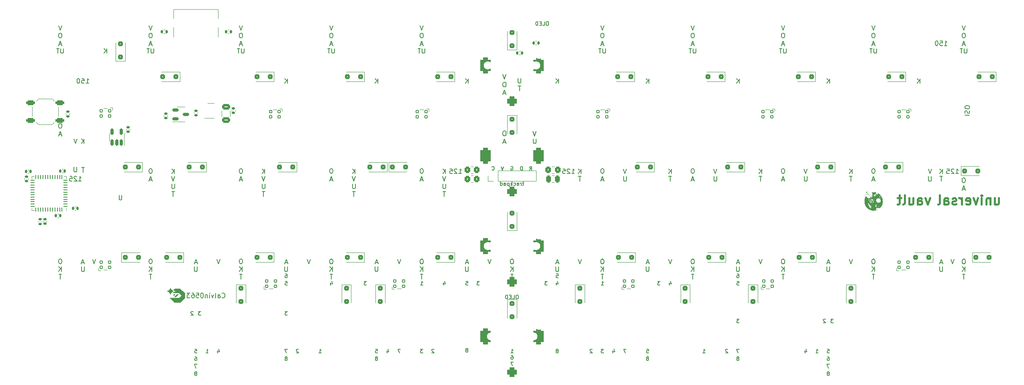
<source format=gbr>
%TF.GenerationSoftware,KiCad,Pcbnew,(7.0.0)*%
%TF.CreationDate,2024-01-31T23:32:52+01:00*%
%TF.ProjectId,universal vault v2,756e6976-6572-4736-916c-207661756c74,rev?*%
%TF.SameCoordinates,Original*%
%TF.FileFunction,Legend,Bot*%
%TF.FilePolarity,Positive*%
%FSLAX46Y46*%
G04 Gerber Fmt 4.6, Leading zero omitted, Abs format (unit mm)*
G04 Created by KiCad (PCBNEW (7.0.0)) date 2024-01-31 23:32:52*
%MOMM*%
%LPD*%
G01*
G04 APERTURE LIST*
G04 Aperture macros list*
%AMRoundRect*
0 Rectangle with rounded corners*
0 $1 Rounding radius*
0 $2 $3 $4 $5 $6 $7 $8 $9 X,Y pos of 4 corners*
0 Add a 4 corners polygon primitive as box body*
4,1,4,$2,$3,$4,$5,$6,$7,$8,$9,$2,$3,0*
0 Add four circle primitives for the rounded corners*
1,1,$1+$1,$2,$3*
1,1,$1+$1,$4,$5*
1,1,$1+$1,$6,$7*
1,1,$1+$1,$8,$9*
0 Add four rect primitives between the rounded corners*
20,1,$1+$1,$2,$3,$4,$5,0*
20,1,$1+$1,$4,$5,$6,$7,0*
20,1,$1+$1,$6,$7,$8,$9,0*
20,1,$1+$1,$8,$9,$2,$3,0*%
G04 Aperture macros list end*
%ADD10C,0.150000*%
%ADD11C,0.400000*%
%ADD12C,0.200000*%
%ADD13C,0.120000*%
%ADD14C,1.750000*%
%ADD15C,3.987800*%
%ADD16C,2.300000*%
%ADD17C,3.048000*%
%ADD18C,1.397000*%
%ADD19C,2.000000*%
%ADD20RoundRect,0.500000X0.500000X-0.500000X0.500000X0.500000X-0.500000X0.500000X-0.500000X-0.500000X0*%
%ADD21RoundRect,0.550000X0.550000X-1.150000X0.550000X1.150000X-0.550000X1.150000X-0.550000X-1.150000X0*%
%ADD22RoundRect,0.105000X0.245000X0.245000X-0.245000X0.245000X-0.245000X-0.245000X0.245000X-0.245000X0*%
%ADD23RoundRect,0.250000X-0.300000X0.300000X-0.300000X-0.300000X0.300000X-0.300000X0.300000X0.300000X0*%
%ADD24RoundRect,0.250000X0.300000X0.300000X-0.300000X0.300000X-0.300000X-0.300000X0.300000X-0.300000X0*%
%ADD25RoundRect,0.250000X0.300000X-0.300000X0.300000X0.300000X-0.300000X0.300000X-0.300000X-0.300000X0*%
%ADD26RoundRect,0.105000X-0.245000X-0.245000X0.245000X-0.245000X0.245000X0.245000X-0.245000X0.245000X0*%
%ADD27R,1.350000X1.350000*%
%ADD28O,1.350000X1.350000*%
%ADD29RoundRect,0.140000X-0.170000X0.140000X-0.170000X-0.140000X0.170000X-0.140000X0.170000X0.140000X0*%
%ADD30RoundRect,0.135000X0.185000X-0.135000X0.185000X0.135000X-0.185000X0.135000X-0.185000X-0.135000X0*%
%ADD31RoundRect,0.150000X0.150000X-0.512500X0.150000X0.512500X-0.150000X0.512500X-0.150000X-0.512500X0*%
%ADD32RoundRect,0.140000X-0.140000X-0.170000X0.140000X-0.170000X0.140000X0.170000X-0.140000X0.170000X0*%
%ADD33RoundRect,0.250000X-0.300000X-0.300000X0.300000X-0.300000X0.300000X0.300000X-0.300000X0.300000X0*%
%ADD34RoundRect,0.135000X0.135000X0.185000X-0.135000X0.185000X-0.135000X-0.185000X0.135000X-0.185000X0*%
%ADD35RoundRect,0.140000X0.140000X0.170000X-0.140000X0.170000X-0.140000X-0.170000X0.140000X-0.170000X0*%
%ADD36RoundRect,0.275000X0.625000X0.275000X-0.625000X0.275000X-0.625000X-0.275000X0.625000X-0.275000X0*%
%ADD37RoundRect,0.250000X0.625000X-0.375000X0.625000X0.375000X-0.625000X0.375000X-0.625000X-0.375000X0*%
%ADD38RoundRect,0.150000X-0.512500X-0.150000X0.512500X-0.150000X0.512500X0.150000X-0.512500X0.150000X0*%
%ADD39RoundRect,0.135000X-0.135000X-0.185000X0.135000X-0.185000X0.135000X0.185000X-0.135000X0.185000X0*%
%ADD40RoundRect,0.250000X0.350000X0.450000X-0.350000X0.450000X-0.350000X-0.450000X0.350000X-0.450000X0*%
%ADD41RoundRect,0.250000X-0.350000X-0.450000X0.350000X-0.450000X0.350000X0.450000X-0.350000X0.450000X0*%
%ADD42RoundRect,0.140000X0.170000X-0.140000X0.170000X0.140000X-0.170000X0.140000X-0.170000X-0.140000X0*%
%ADD43RoundRect,0.250000X0.250000X0.475000X-0.250000X0.475000X-0.250000X-0.475000X0.250000X-0.475000X0*%
%ADD44C,0.650000*%
%ADD45R,0.600000X1.450000*%
%ADD46R,0.300000X1.450000*%
%ADD47O,1.000000X1.600000*%
%ADD48O,1.000000X2.100000*%
%ADD49R,0.700000X1.000000*%
%ADD50R,0.700000X0.600000*%
%ADD51RoundRect,0.062500X0.062500X-0.375000X0.062500X0.375000X-0.062500X0.375000X-0.062500X-0.375000X0*%
%ADD52RoundRect,0.062500X0.375000X-0.062500X0.375000X0.062500X-0.375000X0.062500X-0.375000X-0.062500X0*%
%ADD53R,5.600000X5.600000*%
G04 APERTURE END LIST*
D10*
X104870237Y25823870D02*
X104679761Y25823870D01*
X104679761Y25823870D02*
X104584523Y25776250D01*
X104584523Y25776250D02*
X104489285Y25681012D01*
X104489285Y25681012D02*
X104441666Y25490536D01*
X104441666Y25490536D02*
X104441666Y25157203D01*
X104441666Y25157203D02*
X104489285Y24966727D01*
X104489285Y24966727D02*
X104584523Y24871489D01*
X104584523Y24871489D02*
X104679761Y24823870D01*
X104679761Y24823870D02*
X104870237Y24823870D01*
X104870237Y24823870D02*
X104965475Y24871489D01*
X104965475Y24871489D02*
X105060713Y24966727D01*
X105060713Y24966727D02*
X105108332Y25157203D01*
X105108332Y25157203D02*
X105108332Y25490536D01*
X105108332Y25490536D02*
X105060713Y25681012D01*
X105060713Y25681012D02*
X104965475Y25776250D01*
X104965475Y25776250D02*
X104870237Y25823870D01*
X117347916Y43873870D02*
X117919344Y43873870D01*
X117633630Y43873870D02*
X117633630Y44873870D01*
X117633630Y44873870D02*
X117728868Y44731012D01*
X117728868Y44731012D02*
X117824106Y44635774D01*
X117824106Y44635774D02*
X117919344Y44588155D01*
X116966963Y44778631D02*
X116919344Y44826250D01*
X116919344Y44826250D02*
X116824106Y44873870D01*
X116824106Y44873870D02*
X116586011Y44873870D01*
X116586011Y44873870D02*
X116490773Y44826250D01*
X116490773Y44826250D02*
X116443154Y44778631D01*
X116443154Y44778631D02*
X116395535Y44683393D01*
X116395535Y44683393D02*
X116395535Y44588155D01*
X116395535Y44588155D02*
X116443154Y44445298D01*
X116443154Y44445298D02*
X117014582Y43873870D01*
X117014582Y43873870D02*
X116395535Y43873870D01*
X115490773Y44873870D02*
X115966963Y44873870D01*
X115966963Y44873870D02*
X116014582Y44397679D01*
X116014582Y44397679D02*
X115966963Y44445298D01*
X115966963Y44445298D02*
X115871725Y44492917D01*
X115871725Y44492917D02*
X115633630Y44492917D01*
X115633630Y44492917D02*
X115538392Y44445298D01*
X115538392Y44445298D02*
X115490773Y44397679D01*
X115490773Y44397679D02*
X115443154Y44302441D01*
X115443154Y44302441D02*
X115443154Y44064346D01*
X115443154Y44064346D02*
X115490773Y43969108D01*
X115490773Y43969108D02*
X115538392Y43921489D01*
X115538392Y43921489D02*
X115633630Y43873870D01*
X115633630Y43873870D02*
X115871725Y43873870D01*
X115871725Y43873870D02*
X115966963Y43921489D01*
X115966963Y43921489D02*
X116014582Y43969108D01*
X12985713Y45233870D02*
X12985713Y44424346D01*
X12985713Y44424346D02*
X12938094Y44329108D01*
X12938094Y44329108D02*
X12890475Y44281489D01*
X12890475Y44281489D02*
X12795237Y44233870D01*
X12795237Y44233870D02*
X12604761Y44233870D01*
X12604761Y44233870D02*
X12509523Y44281489D01*
X12509523Y44281489D02*
X12461904Y44329108D01*
X12461904Y44329108D02*
X12414285Y44424346D01*
X12414285Y44424346D02*
X12414285Y45233870D01*
X152247618Y22731096D02*
X152399999Y22731096D01*
X152399999Y22731096D02*
X152476190Y22693000D01*
X152476190Y22693000D02*
X152514285Y22654905D01*
X152514285Y22654905D02*
X152590475Y22540620D01*
X152590475Y22540620D02*
X152628571Y22388239D01*
X152628571Y22388239D02*
X152628571Y22083477D01*
X152628571Y22083477D02*
X152590475Y22007286D01*
X152590475Y22007286D02*
X152552380Y21969191D01*
X152552380Y21969191D02*
X152476190Y21931096D01*
X152476190Y21931096D02*
X152323809Y21931096D01*
X152323809Y21931096D02*
X152247618Y21969191D01*
X152247618Y21969191D02*
X152209523Y22007286D01*
X152209523Y22007286D02*
X152171428Y22083477D01*
X152171428Y22083477D02*
X152171428Y22273953D01*
X152171428Y22273953D02*
X152209523Y22350143D01*
X152209523Y22350143D02*
X152247618Y22388239D01*
X152247618Y22388239D02*
X152323809Y22426334D01*
X152323809Y22426334D02*
X152476190Y22426334D01*
X152476190Y22426334D02*
X152552380Y22388239D01*
X152552380Y22388239D02*
X152590475Y22350143D01*
X152590475Y22350143D02*
X152628571Y22273953D01*
X124158332Y75101370D02*
X123824999Y74101370D01*
X123824999Y74101370D02*
X123491666Y75101370D01*
X123920237Y73481370D02*
X123729761Y73481370D01*
X123729761Y73481370D02*
X123634523Y73433750D01*
X123634523Y73433750D02*
X123539285Y73338512D01*
X123539285Y73338512D02*
X123491666Y73148036D01*
X123491666Y73148036D02*
X123491666Y72814703D01*
X123491666Y72814703D02*
X123539285Y72624227D01*
X123539285Y72624227D02*
X123634523Y72528989D01*
X123634523Y72528989D02*
X123729761Y72481370D01*
X123729761Y72481370D02*
X123920237Y72481370D01*
X123920237Y72481370D02*
X124015475Y72528989D01*
X124015475Y72528989D02*
X124110713Y72624227D01*
X124110713Y72624227D02*
X124158332Y72814703D01*
X124158332Y72814703D02*
X124158332Y73148036D01*
X124158332Y73148036D02*
X124110713Y73338512D01*
X124110713Y73338512D02*
X124015475Y73433750D01*
X124015475Y73433750D02*
X123920237Y73481370D01*
X124063094Y71147084D02*
X123586904Y71147084D01*
X124158332Y70861370D02*
X123824999Y71861370D01*
X123824999Y71861370D02*
X123491666Y70861370D01*
X66960713Y22648870D02*
X66389285Y22648870D01*
X66674999Y21648870D02*
X66674999Y22648870D01*
X152209523Y21143596D02*
X152590475Y21143596D01*
X152590475Y21143596D02*
X152628571Y20762643D01*
X152628571Y20762643D02*
X152590475Y20800739D01*
X152590475Y20800739D02*
X152514285Y20838834D01*
X152514285Y20838834D02*
X152323809Y20838834D01*
X152323809Y20838834D02*
X152247618Y20800739D01*
X152247618Y20800739D02*
X152209523Y20762643D01*
X152209523Y20762643D02*
X152171428Y20686453D01*
X152171428Y20686453D02*
X152171428Y20495977D01*
X152171428Y20495977D02*
X152209523Y20419786D01*
X152209523Y20419786D02*
X152247618Y20381691D01*
X152247618Y20381691D02*
X152323809Y20343596D01*
X152323809Y20343596D02*
X152514285Y20343596D01*
X152514285Y20343596D02*
X152590475Y20381691D01*
X152590475Y20381691D02*
X152628571Y20419786D01*
X157495832Y25823870D02*
X157162499Y24823870D01*
X157162499Y24823870D02*
X156829166Y25823870D01*
X162210713Y22648870D02*
X161639285Y22648870D01*
X161924999Y21648870D02*
X161924999Y22648870D01*
X52649404Y43873870D02*
X52649404Y44873870D01*
X52077976Y43873870D02*
X52506547Y44445298D01*
X52077976Y44873870D02*
X52649404Y44302441D01*
X104622618Y5524887D02*
X104774999Y5524887D01*
X104774999Y5524887D02*
X104851190Y5486791D01*
X104851190Y5486791D02*
X104889285Y5448696D01*
X104889285Y5448696D02*
X104965475Y5334411D01*
X104965475Y5334411D02*
X105003571Y5182030D01*
X105003571Y5182030D02*
X105003571Y4877268D01*
X105003571Y4877268D02*
X104965475Y4801077D01*
X104965475Y4801077D02*
X104927380Y4762982D01*
X104927380Y4762982D02*
X104851190Y4724887D01*
X104851190Y4724887D02*
X104698809Y4724887D01*
X104698809Y4724887D02*
X104622618Y4762982D01*
X104622618Y4762982D02*
X104584523Y4801077D01*
X104584523Y4801077D02*
X104546428Y4877268D01*
X104546428Y4877268D02*
X104546428Y5067744D01*
X104546428Y5067744D02*
X104584523Y5143934D01*
X104584523Y5143934D02*
X104622618Y5182030D01*
X104622618Y5182030D02*
X104698809Y5220125D01*
X104698809Y5220125D02*
X104851190Y5220125D01*
X104851190Y5220125D02*
X104927380Y5182030D01*
X104927380Y5182030D02*
X104965475Y5143934D01*
X104965475Y5143934D02*
X105003571Y5067744D01*
X13366666Y42286370D02*
X13938094Y42286370D01*
X13652380Y42286370D02*
X13652380Y43286370D01*
X13652380Y43286370D02*
X13747618Y43143512D01*
X13747618Y43143512D02*
X13842856Y43048274D01*
X13842856Y43048274D02*
X13938094Y43000655D01*
X12985713Y43191131D02*
X12938094Y43238750D01*
X12938094Y43238750D02*
X12842856Y43286370D01*
X12842856Y43286370D02*
X12604761Y43286370D01*
X12604761Y43286370D02*
X12509523Y43238750D01*
X12509523Y43238750D02*
X12461904Y43191131D01*
X12461904Y43191131D02*
X12414285Y43095893D01*
X12414285Y43095893D02*
X12414285Y43000655D01*
X12414285Y43000655D02*
X12461904Y42857798D01*
X12461904Y42857798D02*
X13033332Y42286370D01*
X13033332Y42286370D02*
X12414285Y42286370D01*
X11509523Y43286370D02*
X11985713Y43286370D01*
X11985713Y43286370D02*
X12033332Y42810179D01*
X12033332Y42810179D02*
X11985713Y42857798D01*
X11985713Y42857798D02*
X11890475Y42905417D01*
X11890475Y42905417D02*
X11652380Y42905417D01*
X11652380Y42905417D02*
X11557142Y42857798D01*
X11557142Y42857798D02*
X11509523Y42810179D01*
X11509523Y42810179D02*
X11461904Y42714941D01*
X11461904Y42714941D02*
X11461904Y42476846D01*
X11461904Y42476846D02*
X11509523Y42381608D01*
X11509523Y42381608D02*
X11557142Y42333989D01*
X11557142Y42333989D02*
X11652380Y42286370D01*
X11652380Y42286370D02*
X11890475Y42286370D01*
X11890475Y42286370D02*
X11985713Y42333989D01*
X11985713Y42333989D02*
X12033332Y42381608D01*
X171735713Y24236370D02*
X171735713Y23426846D01*
X171735713Y23426846D02*
X171688094Y23331608D01*
X171688094Y23331608D02*
X171640475Y23283989D01*
X171640475Y23283989D02*
X171545237Y23236370D01*
X171545237Y23236370D02*
X171354761Y23236370D01*
X171354761Y23236370D02*
X171259523Y23283989D01*
X171259523Y23283989D02*
X171211904Y23331608D01*
X171211904Y23331608D02*
X171164285Y23426846D01*
X171164285Y23426846D02*
X171164285Y24236370D01*
X38338094Y25109584D02*
X37861904Y25109584D01*
X38433332Y24823870D02*
X38099999Y25823870D01*
X38099999Y25823870D02*
X37766666Y24823870D01*
X176498213Y43286370D02*
X175926785Y43286370D01*
X176212499Y42286370D02*
X176212499Y43286370D01*
X9858332Y75101370D02*
X9524999Y74101370D01*
X9524999Y74101370D02*
X9191666Y75101370D01*
X9620237Y73481370D02*
X9429761Y73481370D01*
X9429761Y73481370D02*
X9334523Y73433750D01*
X9334523Y73433750D02*
X9239285Y73338512D01*
X9239285Y73338512D02*
X9191666Y73148036D01*
X9191666Y73148036D02*
X9191666Y72814703D01*
X9191666Y72814703D02*
X9239285Y72624227D01*
X9239285Y72624227D02*
X9334523Y72528989D01*
X9334523Y72528989D02*
X9429761Y72481370D01*
X9429761Y72481370D02*
X9620237Y72481370D01*
X9620237Y72481370D02*
X9715475Y72528989D01*
X9715475Y72528989D02*
X9810713Y72624227D01*
X9810713Y72624227D02*
X9858332Y72814703D01*
X9858332Y72814703D02*
X9858332Y73148036D01*
X9858332Y73148036D02*
X9810713Y73338512D01*
X9810713Y73338512D02*
X9715475Y73433750D01*
X9715475Y73433750D02*
X9620237Y73481370D01*
X9763094Y71147084D02*
X9286904Y71147084D01*
X9858332Y70861370D02*
X9524999Y71861370D01*
X9524999Y71861370D02*
X9191666Y70861370D01*
X81295832Y25823870D02*
X80962499Y24823870D01*
X80962499Y24823870D02*
X80629166Y25823870D01*
X181641666Y70273870D02*
X181641666Y69464346D01*
X181641666Y69464346D02*
X181594047Y69369108D01*
X181594047Y69369108D02*
X181546428Y69321489D01*
X181546428Y69321489D02*
X181451190Y69273870D01*
X181451190Y69273870D02*
X181260714Y69273870D01*
X181260714Y69273870D02*
X181165476Y69321489D01*
X181165476Y69321489D02*
X181117857Y69369108D01*
X181117857Y69369108D02*
X181070238Y69464346D01*
X181070238Y69464346D02*
X181070238Y70273870D01*
X180736904Y70273870D02*
X180165476Y70273870D01*
X180451190Y69273870D02*
X180451190Y70273870D01*
X28670237Y25856370D02*
X28479761Y25856370D01*
X28479761Y25856370D02*
X28384523Y25808750D01*
X28384523Y25808750D02*
X28289285Y25713512D01*
X28289285Y25713512D02*
X28241666Y25523036D01*
X28241666Y25523036D02*
X28241666Y25189703D01*
X28241666Y25189703D02*
X28289285Y24999227D01*
X28289285Y24999227D02*
X28384523Y24903989D01*
X28384523Y24903989D02*
X28479761Y24856370D01*
X28479761Y24856370D02*
X28670237Y24856370D01*
X28670237Y24856370D02*
X28765475Y24903989D01*
X28765475Y24903989D02*
X28860713Y24999227D01*
X28860713Y24999227D02*
X28908332Y25189703D01*
X28908332Y25189703D02*
X28908332Y25523036D01*
X28908332Y25523036D02*
X28860713Y25713512D01*
X28860713Y25713512D02*
X28765475Y25808750D01*
X28765475Y25808750D02*
X28670237Y25856370D01*
X28836904Y23236370D02*
X28836904Y24236370D01*
X28265476Y23236370D02*
X28694047Y23807798D01*
X28265476Y24236370D02*
X28836904Y23664941D01*
X67008332Y75101370D02*
X66674999Y74101370D01*
X66674999Y74101370D02*
X66341666Y75101370D01*
X66770237Y73481370D02*
X66579761Y73481370D01*
X66579761Y73481370D02*
X66484523Y73433750D01*
X66484523Y73433750D02*
X66389285Y73338512D01*
X66389285Y73338512D02*
X66341666Y73148036D01*
X66341666Y73148036D02*
X66341666Y72814703D01*
X66341666Y72814703D02*
X66389285Y72624227D01*
X66389285Y72624227D02*
X66484523Y72528989D01*
X66484523Y72528989D02*
X66579761Y72481370D01*
X66579761Y72481370D02*
X66770237Y72481370D01*
X66770237Y72481370D02*
X66865475Y72528989D01*
X66865475Y72528989D02*
X66960713Y72624227D01*
X66960713Y72624227D02*
X67008332Y72814703D01*
X67008332Y72814703D02*
X67008332Y73148036D01*
X67008332Y73148036D02*
X66960713Y73338512D01*
X66960713Y73338512D02*
X66865475Y73433750D01*
X66865475Y73433750D02*
X66770237Y73481370D01*
X66913094Y71147084D02*
X66436904Y71147084D01*
X67008332Y70861370D02*
X66674999Y71861370D01*
X66674999Y71861370D02*
X66341666Y70861370D01*
X52673213Y41698870D02*
X52673213Y40889346D01*
X52673213Y40889346D02*
X52625594Y40794108D01*
X52625594Y40794108D02*
X52577975Y40746489D01*
X52577975Y40746489D02*
X52482737Y40698870D01*
X52482737Y40698870D02*
X52292261Y40698870D01*
X52292261Y40698870D02*
X52197023Y40746489D01*
X52197023Y40746489D02*
X52149404Y40794108D01*
X52149404Y40794108D02*
X52101785Y40889346D01*
X52101785Y40889346D02*
X52101785Y41698870D01*
X19311904Y69273870D02*
X19311904Y70273870D01*
X18740476Y69273870D02*
X19169047Y69845298D01*
X18740476Y70273870D02*
X19311904Y69702441D01*
X37909523Y6856096D02*
X38290475Y6856096D01*
X38290475Y6856096D02*
X38328571Y6475143D01*
X38328571Y6475143D02*
X38290475Y6513239D01*
X38290475Y6513239D02*
X38214285Y6551334D01*
X38214285Y6551334D02*
X38023809Y6551334D01*
X38023809Y6551334D02*
X37947618Y6513239D01*
X37947618Y6513239D02*
X37909523Y6475143D01*
X37909523Y6475143D02*
X37871428Y6398953D01*
X37871428Y6398953D02*
X37871428Y6208477D01*
X37871428Y6208477D02*
X37909523Y6132286D01*
X37909523Y6132286D02*
X37947618Y6094191D01*
X37947618Y6094191D02*
X38023809Y6056096D01*
X38023809Y6056096D02*
X38214285Y6056096D01*
X38214285Y6056096D02*
X38290475Y6094191D01*
X38290475Y6094191D02*
X38328571Y6132286D01*
X166973213Y43286370D02*
X166973213Y42476846D01*
X166973213Y42476846D02*
X166925594Y42381608D01*
X166925594Y42381608D02*
X166877975Y42333989D01*
X166877975Y42333989D02*
X166782737Y42286370D01*
X166782737Y42286370D02*
X166592261Y42286370D01*
X166592261Y42286370D02*
X166497023Y42333989D01*
X166497023Y42333989D02*
X166449404Y42381608D01*
X166449404Y42381608D02*
X166401785Y42476846D01*
X166401785Y42476846D02*
X166401785Y43286370D01*
X88334821Y6779905D02*
X88296725Y6818000D01*
X88296725Y6818000D02*
X88220535Y6856096D01*
X88220535Y6856096D02*
X88030059Y6856096D01*
X88030059Y6856096D02*
X87953868Y6818000D01*
X87953868Y6818000D02*
X87915773Y6779905D01*
X87915773Y6779905D02*
X87877678Y6703715D01*
X87877678Y6703715D02*
X87877678Y6627524D01*
X87877678Y6627524D02*
X87915773Y6513239D01*
X87915773Y6513239D02*
X88372916Y6056096D01*
X88372916Y6056096D02*
X87877678Y6056096D01*
X105041666Y4144859D02*
X104508332Y4144859D01*
X104508332Y4144859D02*
X104851190Y3344859D01*
X103282737Y52843870D02*
X103092261Y52843870D01*
X103092261Y52843870D02*
X102997023Y52796250D01*
X102997023Y52796250D02*
X102901785Y52701012D01*
X102901785Y52701012D02*
X102854166Y52510536D01*
X102854166Y52510536D02*
X102854166Y52177203D01*
X102854166Y52177203D02*
X102901785Y51986727D01*
X102901785Y51986727D02*
X102997023Y51891489D01*
X102997023Y51891489D02*
X103092261Y51843870D01*
X103092261Y51843870D02*
X103282737Y51843870D01*
X103282737Y51843870D02*
X103377975Y51891489D01*
X103377975Y51891489D02*
X103473213Y51986727D01*
X103473213Y51986727D02*
X103520832Y52177203D01*
X103520832Y52177203D02*
X103520832Y52510536D01*
X103520832Y52510536D02*
X103473213Y52701012D01*
X103473213Y52701012D02*
X103377975Y52796250D01*
X103377975Y52796250D02*
X103282737Y52843870D01*
X103425594Y50509584D02*
X102949404Y50509584D01*
X103520832Y50223870D02*
X103187499Y51223870D01*
X103187499Y51223870D02*
X102854166Y50223870D01*
X121672321Y6779905D02*
X121634225Y6818000D01*
X121634225Y6818000D02*
X121558035Y6856096D01*
X121558035Y6856096D02*
X121367559Y6856096D01*
X121367559Y6856096D02*
X121291368Y6818000D01*
X121291368Y6818000D02*
X121253273Y6779905D01*
X121253273Y6779905D02*
X121215178Y6703715D01*
X121215178Y6703715D02*
X121215178Y6627524D01*
X121215178Y6627524D02*
X121253273Y6513239D01*
X121253273Y6513239D02*
X121710416Y6056096D01*
X121710416Y6056096D02*
X121215178Y6056096D01*
X109823213Y51223870D02*
X109823213Y50414346D01*
X109823213Y50414346D02*
X109775594Y50319108D01*
X109775594Y50319108D02*
X109727975Y50271489D01*
X109727975Y50271489D02*
X109632737Y50223870D01*
X109632737Y50223870D02*
X109442261Y50223870D01*
X109442261Y50223870D02*
X109347023Y50271489D01*
X109347023Y50271489D02*
X109299404Y50319108D01*
X109299404Y50319108D02*
X109251785Y50414346D01*
X109251785Y50414346D02*
X109251785Y51223870D01*
X181070237Y25823870D02*
X180879761Y25823870D01*
X180879761Y25823870D02*
X180784523Y25776250D01*
X180784523Y25776250D02*
X180689285Y25681012D01*
X180689285Y25681012D02*
X180641666Y25490536D01*
X180641666Y25490536D02*
X180641666Y25157203D01*
X180641666Y25157203D02*
X180689285Y24966727D01*
X180689285Y24966727D02*
X180784523Y24871489D01*
X180784523Y24871489D02*
X180879761Y24823870D01*
X180879761Y24823870D02*
X181070237Y24823870D01*
X181070237Y24823870D02*
X181165475Y24871489D01*
X181165475Y24871489D02*
X181260713Y24966727D01*
X181260713Y24966727D02*
X181308332Y25157203D01*
X181308332Y25157203D02*
X181308332Y25490536D01*
X181308332Y25490536D02*
X181260713Y25681012D01*
X181260713Y25681012D02*
X181165475Y25776250D01*
X181165475Y25776250D02*
X181070237Y25823870D01*
X9620237Y54431370D02*
X9429761Y54431370D01*
X9429761Y54431370D02*
X9334523Y54383750D01*
X9334523Y54383750D02*
X9239285Y54288512D01*
X9239285Y54288512D02*
X9191666Y54098036D01*
X9191666Y54098036D02*
X9191666Y53764703D01*
X9191666Y53764703D02*
X9239285Y53574227D01*
X9239285Y53574227D02*
X9334523Y53478989D01*
X9334523Y53478989D02*
X9429761Y53431370D01*
X9429761Y53431370D02*
X9620237Y53431370D01*
X9620237Y53431370D02*
X9715475Y53478989D01*
X9715475Y53478989D02*
X9810713Y53574227D01*
X9810713Y53574227D02*
X9858332Y53764703D01*
X9858332Y53764703D02*
X9858332Y54098036D01*
X9858332Y54098036D02*
X9810713Y54288512D01*
X9810713Y54288512D02*
X9715475Y54383750D01*
X9715475Y54383750D02*
X9620237Y54431370D01*
X9763094Y52097084D02*
X9286904Y52097084D01*
X9858332Y51811370D02*
X9524999Y52811370D01*
X9524999Y52811370D02*
X9191666Y51811370D01*
X143208332Y75101370D02*
X142874999Y74101370D01*
X142874999Y74101370D02*
X142541666Y75101370D01*
X142970237Y73481370D02*
X142779761Y73481370D01*
X142779761Y73481370D02*
X142684523Y73433750D01*
X142684523Y73433750D02*
X142589285Y73338512D01*
X142589285Y73338512D02*
X142541666Y73148036D01*
X142541666Y73148036D02*
X142541666Y72814703D01*
X142541666Y72814703D02*
X142589285Y72624227D01*
X142589285Y72624227D02*
X142684523Y72528989D01*
X142684523Y72528989D02*
X142779761Y72481370D01*
X142779761Y72481370D02*
X142970237Y72481370D01*
X142970237Y72481370D02*
X143065475Y72528989D01*
X143065475Y72528989D02*
X143160713Y72624227D01*
X143160713Y72624227D02*
X143208332Y72814703D01*
X143208332Y72814703D02*
X143208332Y73148036D01*
X143208332Y73148036D02*
X143160713Y73338512D01*
X143160713Y73338512D02*
X143065475Y73433750D01*
X143065475Y73433750D02*
X142970237Y73481370D01*
X143113094Y71147084D02*
X142636904Y71147084D01*
X143208332Y70861370D02*
X142874999Y71861370D01*
X142874999Y71861370D02*
X142541666Y70861370D01*
X90773213Y40111370D02*
X90201785Y40111370D01*
X90487499Y39111370D02*
X90487499Y40111370D01*
X33670832Y43286370D02*
X33337499Y42286370D01*
X33337499Y42286370D02*
X33004166Y43286370D01*
X47720237Y25856370D02*
X47529761Y25856370D01*
X47529761Y25856370D02*
X47434523Y25808750D01*
X47434523Y25808750D02*
X47339285Y25713512D01*
X47339285Y25713512D02*
X47291666Y25523036D01*
X47291666Y25523036D02*
X47291666Y25189703D01*
X47291666Y25189703D02*
X47339285Y24999227D01*
X47339285Y24999227D02*
X47434523Y24903989D01*
X47434523Y24903989D02*
X47529761Y24856370D01*
X47529761Y24856370D02*
X47720237Y24856370D01*
X47720237Y24856370D02*
X47815475Y24903989D01*
X47815475Y24903989D02*
X47910713Y24999227D01*
X47910713Y24999227D02*
X47958332Y25189703D01*
X47958332Y25189703D02*
X47958332Y25523036D01*
X47958332Y25523036D02*
X47910713Y25713512D01*
X47910713Y25713512D02*
X47815475Y25808750D01*
X47815475Y25808750D02*
X47720237Y25856370D01*
X47886904Y23236370D02*
X47886904Y24236370D01*
X47315476Y23236370D02*
X47744047Y23807798D01*
X47315476Y24236370D02*
X47886904Y23664941D01*
D11*
X206545238Y38698572D02*
X206545238Y37365239D01*
X207402381Y38698572D02*
X207402381Y37650953D01*
X207402381Y37650953D02*
X207307143Y37460477D01*
X207307143Y37460477D02*
X207116667Y37365239D01*
X207116667Y37365239D02*
X206830952Y37365239D01*
X206830952Y37365239D02*
X206640476Y37460477D01*
X206640476Y37460477D02*
X206545238Y37555715D01*
X205592857Y38698572D02*
X205592857Y37365239D01*
X205592857Y38508096D02*
X205497619Y38603334D01*
X205497619Y38603334D02*
X205307143Y38698572D01*
X205307143Y38698572D02*
X205021428Y38698572D01*
X205021428Y38698572D02*
X204830952Y38603334D01*
X204830952Y38603334D02*
X204735714Y38412858D01*
X204735714Y38412858D02*
X204735714Y37365239D01*
X203783333Y37365239D02*
X203783333Y38698572D01*
X203783333Y39365239D02*
X203878571Y39270000D01*
X203878571Y39270000D02*
X203783333Y39174762D01*
X203783333Y39174762D02*
X203688095Y39270000D01*
X203688095Y39270000D02*
X203783333Y39365239D01*
X203783333Y39365239D02*
X203783333Y39174762D01*
X203021428Y38698572D02*
X202545238Y37365239D01*
X202545238Y37365239D02*
X202069047Y38698572D01*
X200545237Y37460477D02*
X200735713Y37365239D01*
X200735713Y37365239D02*
X201116666Y37365239D01*
X201116666Y37365239D02*
X201307142Y37460477D01*
X201307142Y37460477D02*
X201402380Y37650953D01*
X201402380Y37650953D02*
X201402380Y38412858D01*
X201402380Y38412858D02*
X201307142Y38603334D01*
X201307142Y38603334D02*
X201116666Y38698572D01*
X201116666Y38698572D02*
X200735713Y38698572D01*
X200735713Y38698572D02*
X200545237Y38603334D01*
X200545237Y38603334D02*
X200449999Y38412858D01*
X200449999Y38412858D02*
X200449999Y38222381D01*
X200449999Y38222381D02*
X201402380Y38031905D01*
X199592856Y37365239D02*
X199592856Y38698572D01*
X199592856Y38317620D02*
X199497618Y38508096D01*
X199497618Y38508096D02*
X199402380Y38603334D01*
X199402380Y38603334D02*
X199211904Y38698572D01*
X199211904Y38698572D02*
X199021427Y38698572D01*
X198449999Y37460477D02*
X198259523Y37365239D01*
X198259523Y37365239D02*
X197878571Y37365239D01*
X197878571Y37365239D02*
X197688094Y37460477D01*
X197688094Y37460477D02*
X197592856Y37650953D01*
X197592856Y37650953D02*
X197592856Y37746191D01*
X197592856Y37746191D02*
X197688094Y37936667D01*
X197688094Y37936667D02*
X197878571Y38031905D01*
X197878571Y38031905D02*
X198164285Y38031905D01*
X198164285Y38031905D02*
X198354761Y38127143D01*
X198354761Y38127143D02*
X198449999Y38317620D01*
X198449999Y38317620D02*
X198449999Y38412858D01*
X198449999Y38412858D02*
X198354761Y38603334D01*
X198354761Y38603334D02*
X198164285Y38698572D01*
X198164285Y38698572D02*
X197878571Y38698572D01*
X197878571Y38698572D02*
X197688094Y38603334D01*
X195878570Y37365239D02*
X195878570Y38412858D01*
X195878570Y38412858D02*
X195973808Y38603334D01*
X195973808Y38603334D02*
X196164284Y38698572D01*
X196164284Y38698572D02*
X196545237Y38698572D01*
X196545237Y38698572D02*
X196735713Y38603334D01*
X195878570Y37460477D02*
X196069046Y37365239D01*
X196069046Y37365239D02*
X196545237Y37365239D01*
X196545237Y37365239D02*
X196735713Y37460477D01*
X196735713Y37460477D02*
X196830951Y37650953D01*
X196830951Y37650953D02*
X196830951Y37841429D01*
X196830951Y37841429D02*
X196735713Y38031905D01*
X196735713Y38031905D02*
X196545237Y38127143D01*
X196545237Y38127143D02*
X196069046Y38127143D01*
X196069046Y38127143D02*
X195878570Y38222381D01*
X194640475Y37365239D02*
X194830951Y37460477D01*
X194830951Y37460477D02*
X194926189Y37650953D01*
X194926189Y37650953D02*
X194926189Y39365239D01*
X192869046Y38698572D02*
X192392856Y37365239D01*
X192392856Y37365239D02*
X191916665Y38698572D01*
X190297617Y37365239D02*
X190297617Y38412858D01*
X190297617Y38412858D02*
X190392855Y38603334D01*
X190392855Y38603334D02*
X190583331Y38698572D01*
X190583331Y38698572D02*
X190964284Y38698572D01*
X190964284Y38698572D02*
X191154760Y38603334D01*
X190297617Y37460477D02*
X190488093Y37365239D01*
X190488093Y37365239D02*
X190964284Y37365239D01*
X190964284Y37365239D02*
X191154760Y37460477D01*
X191154760Y37460477D02*
X191249998Y37650953D01*
X191249998Y37650953D02*
X191249998Y37841429D01*
X191249998Y37841429D02*
X191154760Y38031905D01*
X191154760Y38031905D02*
X190964284Y38127143D01*
X190964284Y38127143D02*
X190488093Y38127143D01*
X190488093Y38127143D02*
X190297617Y38222381D01*
X188488093Y38698572D02*
X188488093Y37365239D01*
X189345236Y38698572D02*
X189345236Y37650953D01*
X189345236Y37650953D02*
X189249998Y37460477D01*
X189249998Y37460477D02*
X189059522Y37365239D01*
X189059522Y37365239D02*
X188773807Y37365239D01*
X188773807Y37365239D02*
X188583331Y37460477D01*
X188583331Y37460477D02*
X188488093Y37555715D01*
X187249998Y37365239D02*
X187440474Y37460477D01*
X187440474Y37460477D02*
X187535712Y37650953D01*
X187535712Y37650953D02*
X187535712Y39365239D01*
X186773807Y38698572D02*
X186011903Y38698572D01*
X186488093Y39365239D02*
X186488093Y37650953D01*
X186488093Y37650953D02*
X186392855Y37460477D01*
X186392855Y37460477D02*
X186202379Y37365239D01*
X186202379Y37365239D02*
X186011903Y37365239D01*
D10*
X200242619Y56150001D02*
X201242619Y56150001D01*
X200290238Y56578572D02*
X200242619Y56721429D01*
X200242619Y56721429D02*
X200242619Y56959524D01*
X200242619Y56959524D02*
X200290238Y57054762D01*
X200290238Y57054762D02*
X200337857Y57102381D01*
X200337857Y57102381D02*
X200433095Y57150000D01*
X200433095Y57150000D02*
X200528333Y57150000D01*
X200528333Y57150000D02*
X200623571Y57102381D01*
X200623571Y57102381D02*
X200671190Y57054762D01*
X200671190Y57054762D02*
X200718809Y56959524D01*
X200718809Y56959524D02*
X200766428Y56769048D01*
X200766428Y56769048D02*
X200814047Y56673810D01*
X200814047Y56673810D02*
X200861666Y56626191D01*
X200861666Y56626191D02*
X200956904Y56578572D01*
X200956904Y56578572D02*
X201052142Y56578572D01*
X201052142Y56578572D02*
X201147380Y56626191D01*
X201147380Y56626191D02*
X201195000Y56673810D01*
X201195000Y56673810D02*
X201242619Y56769048D01*
X201242619Y56769048D02*
X201242619Y57007143D01*
X201242619Y57007143D02*
X201195000Y57150000D01*
X201242619Y57769048D02*
X201242619Y57959524D01*
X201242619Y57959524D02*
X201195000Y58054762D01*
X201195000Y58054762D02*
X201099761Y58150000D01*
X201099761Y58150000D02*
X200909285Y58197619D01*
X200909285Y58197619D02*
X200575952Y58197619D01*
X200575952Y58197619D02*
X200385476Y58150000D01*
X200385476Y58150000D02*
X200290238Y58054762D01*
X200290238Y58054762D02*
X200242619Y57959524D01*
X200242619Y57959524D02*
X200242619Y57769048D01*
X200242619Y57769048D02*
X200290238Y57673810D01*
X200290238Y57673810D02*
X200385476Y57578572D01*
X200385476Y57578572D02*
X200575952Y57530953D01*
X200575952Y57530953D02*
X200909285Y57530953D01*
X200909285Y57530953D02*
X201099761Y57578572D01*
X201099761Y57578572D02*
X201195000Y57673810D01*
X201195000Y57673810D02*
X201242619Y57769048D01*
X200120237Y25823870D02*
X199929761Y25823870D01*
X199929761Y25823870D02*
X199834523Y25776250D01*
X199834523Y25776250D02*
X199739285Y25681012D01*
X199739285Y25681012D02*
X199691666Y25490536D01*
X199691666Y25490536D02*
X199691666Y25157203D01*
X199691666Y25157203D02*
X199739285Y24966727D01*
X199739285Y24966727D02*
X199834523Y24871489D01*
X199834523Y24871489D02*
X199929761Y24823870D01*
X199929761Y24823870D02*
X200120237Y24823870D01*
X200120237Y24823870D02*
X200215475Y24871489D01*
X200215475Y24871489D02*
X200310713Y24966727D01*
X200310713Y24966727D02*
X200358332Y25157203D01*
X200358332Y25157203D02*
X200358332Y25490536D01*
X200358332Y25490536D02*
X200310713Y25681012D01*
X200310713Y25681012D02*
X200215475Y25776250D01*
X200215475Y25776250D02*
X200120237Y25823870D01*
X114585713Y24236370D02*
X114585713Y23426846D01*
X114585713Y23426846D02*
X114538094Y23331608D01*
X114538094Y23331608D02*
X114490475Y23283989D01*
X114490475Y23283989D02*
X114395237Y23236370D01*
X114395237Y23236370D02*
X114204761Y23236370D01*
X114204761Y23236370D02*
X114109523Y23283989D01*
X114109523Y23283989D02*
X114061904Y23331608D01*
X114061904Y23331608D02*
X114014285Y23426846D01*
X114014285Y23426846D02*
X114014285Y24236370D01*
X100571095Y44693007D02*
X100606809Y44657293D01*
X100606809Y44657293D02*
X100713952Y44621579D01*
X100713952Y44621579D02*
X100785380Y44621579D01*
X100785380Y44621579D02*
X100892523Y44657293D01*
X100892523Y44657293D02*
X100963952Y44728722D01*
X100963952Y44728722D02*
X100999666Y44800150D01*
X100999666Y44800150D02*
X101035380Y44943007D01*
X101035380Y44943007D02*
X101035380Y45050150D01*
X101035380Y45050150D02*
X100999666Y45193007D01*
X100999666Y45193007D02*
X100963952Y45264436D01*
X100963952Y45264436D02*
X100892523Y45335864D01*
X100892523Y45335864D02*
X100785380Y45371579D01*
X100785380Y45371579D02*
X100713952Y45371579D01*
X100713952Y45371579D02*
X100606809Y45335864D01*
X100606809Y45335864D02*
X100571095Y45300150D01*
X52720832Y43286370D02*
X52387499Y42286370D01*
X52387499Y42286370D02*
X52054166Y43286370D01*
X37947618Y5268596D02*
X38099999Y5268596D01*
X38099999Y5268596D02*
X38176190Y5230500D01*
X38176190Y5230500D02*
X38214285Y5192405D01*
X38214285Y5192405D02*
X38290475Y5078120D01*
X38290475Y5078120D02*
X38328571Y4925739D01*
X38328571Y4925739D02*
X38328571Y4620977D01*
X38328571Y4620977D02*
X38290475Y4544786D01*
X38290475Y4544786D02*
X38252380Y4506691D01*
X38252380Y4506691D02*
X38176190Y4468596D01*
X38176190Y4468596D02*
X38023809Y4468596D01*
X38023809Y4468596D02*
X37947618Y4506691D01*
X37947618Y4506691D02*
X37909523Y4544786D01*
X37909523Y4544786D02*
X37871428Y4620977D01*
X37871428Y4620977D02*
X37871428Y4811453D01*
X37871428Y4811453D02*
X37909523Y4887643D01*
X37909523Y4887643D02*
X37947618Y4925739D01*
X37947618Y4925739D02*
X38023809Y4963834D01*
X38023809Y4963834D02*
X38176190Y4963834D01*
X38176190Y4963834D02*
X38252380Y4925739D01*
X38252380Y4925739D02*
X38290475Y4887643D01*
X38290475Y4887643D02*
X38328571Y4811453D01*
X162258332Y75101370D02*
X161924999Y74101370D01*
X161924999Y74101370D02*
X161591666Y75101370D01*
X162020237Y73481370D02*
X161829761Y73481370D01*
X161829761Y73481370D02*
X161734523Y73433750D01*
X161734523Y73433750D02*
X161639285Y73338512D01*
X161639285Y73338512D02*
X161591666Y73148036D01*
X161591666Y73148036D02*
X161591666Y72814703D01*
X161591666Y72814703D02*
X161639285Y72624227D01*
X161639285Y72624227D02*
X161734523Y72528989D01*
X161734523Y72528989D02*
X161829761Y72481370D01*
X161829761Y72481370D02*
X162020237Y72481370D01*
X162020237Y72481370D02*
X162115475Y72528989D01*
X162115475Y72528989D02*
X162210713Y72624227D01*
X162210713Y72624227D02*
X162258332Y72814703D01*
X162258332Y72814703D02*
X162258332Y73148036D01*
X162258332Y73148036D02*
X162210713Y73338512D01*
X162210713Y73338512D02*
X162115475Y73433750D01*
X162115475Y73433750D02*
X162020237Y73481370D01*
X162163094Y71147084D02*
X161686904Y71147084D01*
X162258332Y70861370D02*
X161924999Y71861370D01*
X161924999Y71861370D02*
X161591666Y70861370D01*
X193214582Y44873870D02*
X192881249Y43873870D01*
X192881249Y43873870D02*
X192547916Y44873870D01*
X13033332Y51223870D02*
X12699999Y50223870D01*
X12699999Y50223870D02*
X12366666Y51223870D01*
X57416666Y14793596D02*
X56921428Y14793596D01*
X56921428Y14793596D02*
X57188094Y14488834D01*
X57188094Y14488834D02*
X57073809Y14488834D01*
X57073809Y14488834D02*
X56997618Y14450739D01*
X56997618Y14450739D02*
X56959523Y14412643D01*
X56959523Y14412643D02*
X56921428Y14336453D01*
X56921428Y14336453D02*
X56921428Y14145977D01*
X56921428Y14145977D02*
X56959523Y14069786D01*
X56959523Y14069786D02*
X56997618Y14031691D01*
X56997618Y14031691D02*
X57073809Y13993596D01*
X57073809Y13993596D02*
X57302380Y13993596D01*
X57302380Y13993596D02*
X57378571Y14031691D01*
X57378571Y14031691D02*
X57416666Y14069786D01*
X90820832Y43286370D02*
X90487499Y42286370D01*
X90487499Y42286370D02*
X90154166Y43286370D01*
X14573213Y24236370D02*
X14573213Y23426846D01*
X14573213Y23426846D02*
X14525594Y23331608D01*
X14525594Y23331608D02*
X14477975Y23283989D01*
X14477975Y23283989D02*
X14382737Y23236370D01*
X14382737Y23236370D02*
X14192261Y23236370D01*
X14192261Y23236370D02*
X14097023Y23283989D01*
X14097023Y23283989D02*
X14049404Y23331608D01*
X14049404Y23331608D02*
X14001785Y23426846D01*
X14001785Y23426846D02*
X14001785Y24236370D01*
X22510713Y39317620D02*
X22510713Y38508096D01*
X22510713Y38508096D02*
X22463094Y38412858D01*
X22463094Y38412858D02*
X22415475Y38365239D01*
X22415475Y38365239D02*
X22320237Y38317620D01*
X22320237Y38317620D02*
X22129761Y38317620D01*
X22129761Y38317620D02*
X22034523Y38365239D01*
X22034523Y38365239D02*
X21986904Y38412858D01*
X21986904Y38412858D02*
X21939285Y38508096D01*
X21939285Y38508096D02*
X21939285Y39317620D01*
X14954166Y62923870D02*
X15525594Y62923870D01*
X15239880Y62923870D02*
X15239880Y63923870D01*
X15239880Y63923870D02*
X15335118Y63781012D01*
X15335118Y63781012D02*
X15430356Y63685774D01*
X15430356Y63685774D02*
X15525594Y63638155D01*
X14049404Y63923870D02*
X14525594Y63923870D01*
X14525594Y63923870D02*
X14573213Y63447679D01*
X14573213Y63447679D02*
X14525594Y63495298D01*
X14525594Y63495298D02*
X14430356Y63542917D01*
X14430356Y63542917D02*
X14192261Y63542917D01*
X14192261Y63542917D02*
X14097023Y63495298D01*
X14097023Y63495298D02*
X14049404Y63447679D01*
X14049404Y63447679D02*
X14001785Y63352441D01*
X14001785Y63352441D02*
X14001785Y63114346D01*
X14001785Y63114346D02*
X14049404Y63019108D01*
X14049404Y63019108D02*
X14097023Y62971489D01*
X14097023Y62971489D02*
X14192261Y62923870D01*
X14192261Y62923870D02*
X14430356Y62923870D01*
X14430356Y62923870D02*
X14525594Y62971489D01*
X14525594Y62971489D02*
X14573213Y63019108D01*
X13382737Y63923870D02*
X13287499Y63923870D01*
X13287499Y63923870D02*
X13192261Y63876250D01*
X13192261Y63876250D02*
X13144642Y63828631D01*
X13144642Y63828631D02*
X13097023Y63733393D01*
X13097023Y63733393D02*
X13049404Y63542917D01*
X13049404Y63542917D02*
X13049404Y63304822D01*
X13049404Y63304822D02*
X13097023Y63114346D01*
X13097023Y63114346D02*
X13144642Y63019108D01*
X13144642Y63019108D02*
X13192261Y62971489D01*
X13192261Y62971489D02*
X13287499Y62923870D01*
X13287499Y62923870D02*
X13382737Y62923870D01*
X13382737Y62923870D02*
X13477975Y62971489D01*
X13477975Y62971489D02*
X13525594Y63019108D01*
X13525594Y63019108D02*
X13573213Y63114346D01*
X13573213Y63114346D02*
X13620832Y63304822D01*
X13620832Y63304822D02*
X13620832Y63542917D01*
X13620832Y63542917D02*
X13573213Y63733393D01*
X13573213Y63733393D02*
X13525594Y63828631D01*
X13525594Y63828631D02*
X13477975Y63876250D01*
X13477975Y63876250D02*
X13382737Y63923870D01*
X95535713Y24236370D02*
X95535713Y23426846D01*
X95535713Y23426846D02*
X95488094Y23331608D01*
X95488094Y23331608D02*
X95440475Y23283989D01*
X95440475Y23283989D02*
X95345237Y23236370D01*
X95345237Y23236370D02*
X95154761Y23236370D01*
X95154761Y23236370D02*
X95059523Y23283989D01*
X95059523Y23283989D02*
X95011904Y23331608D01*
X95011904Y23331608D02*
X94964285Y23426846D01*
X94964285Y23426846D02*
X94964285Y24236370D01*
X42710118Y6589429D02*
X42710118Y6056096D01*
X42900594Y6894191D02*
X43091071Y6322762D01*
X43091071Y6322762D02*
X42595832Y6322762D01*
X124491666Y70273870D02*
X124491666Y69464346D01*
X124491666Y69464346D02*
X124444047Y69369108D01*
X124444047Y69369108D02*
X124396428Y69321489D01*
X124396428Y69321489D02*
X124301190Y69273870D01*
X124301190Y69273870D02*
X124110714Y69273870D01*
X124110714Y69273870D02*
X124015476Y69321489D01*
X124015476Y69321489D02*
X123967857Y69369108D01*
X123967857Y69369108D02*
X123920238Y69464346D01*
X123920238Y69464346D02*
X123920238Y70273870D01*
X123586904Y70273870D02*
X123015476Y70273870D01*
X123301190Y69273870D02*
X123301190Y70273870D01*
X152685713Y24236370D02*
X152685713Y23426846D01*
X152685713Y23426846D02*
X152638094Y23331608D01*
X152638094Y23331608D02*
X152590475Y23283989D01*
X152590475Y23283989D02*
X152495237Y23236370D01*
X152495237Y23236370D02*
X152304761Y23236370D01*
X152304761Y23236370D02*
X152209523Y23283989D01*
X152209523Y23283989D02*
X152161904Y23331608D01*
X152161904Y23331608D02*
X152114285Y23426846D01*
X152114285Y23426846D02*
X152114285Y24236370D01*
X47910713Y22648870D02*
X47339285Y22648870D01*
X47624999Y21648870D02*
X47624999Y22648870D01*
X172510416Y13206096D02*
X172015178Y13206096D01*
X172015178Y13206096D02*
X172281844Y12901334D01*
X172281844Y12901334D02*
X172167559Y12901334D01*
X172167559Y12901334D02*
X172091368Y12863239D01*
X172091368Y12863239D02*
X172053273Y12825143D01*
X172053273Y12825143D02*
X172015178Y12748953D01*
X172015178Y12748953D02*
X172015178Y12558477D01*
X172015178Y12558477D02*
X172053273Y12482286D01*
X172053273Y12482286D02*
X172091368Y12444191D01*
X172091368Y12444191D02*
X172167559Y12406096D01*
X172167559Y12406096D02*
X172396130Y12406096D01*
X172396130Y12406096D02*
X172472321Y12444191D01*
X172472321Y12444191D02*
X172510416Y12482286D01*
X133611904Y62923870D02*
X133611904Y63923870D01*
X133040476Y62923870D02*
X133469047Y63495298D01*
X133040476Y63923870D02*
X133611904Y63352441D01*
X52673213Y40111370D02*
X52101785Y40111370D01*
X52387499Y39111370D02*
X52387499Y40111370D01*
X133159523Y6856096D02*
X133540475Y6856096D01*
X133540475Y6856096D02*
X133578571Y6475143D01*
X133578571Y6475143D02*
X133540475Y6513239D01*
X133540475Y6513239D02*
X133464285Y6551334D01*
X133464285Y6551334D02*
X133273809Y6551334D01*
X133273809Y6551334D02*
X133197618Y6513239D01*
X133197618Y6513239D02*
X133159523Y6475143D01*
X133159523Y6475143D02*
X133121428Y6398953D01*
X133121428Y6398953D02*
X133121428Y6208477D01*
X133121428Y6208477D02*
X133159523Y6132286D01*
X133159523Y6132286D02*
X133197618Y6094191D01*
X133197618Y6094191D02*
X133273809Y6056096D01*
X133273809Y6056096D02*
X133464285Y6056096D01*
X133464285Y6056096D02*
X133540475Y6094191D01*
X133540475Y6094191D02*
X133578571Y6132286D01*
X14549404Y50223870D02*
X14549404Y51223870D01*
X13977976Y50223870D02*
X14406547Y50795298D01*
X13977976Y51223870D02*
X14549404Y50652441D01*
X104870237Y25856370D02*
X104679761Y25856370D01*
X104679761Y25856370D02*
X104584523Y25808750D01*
X104584523Y25808750D02*
X104489285Y25713512D01*
X104489285Y25713512D02*
X104441666Y25523036D01*
X104441666Y25523036D02*
X104441666Y25189703D01*
X104441666Y25189703D02*
X104489285Y24999227D01*
X104489285Y24999227D02*
X104584523Y24903989D01*
X104584523Y24903989D02*
X104679761Y24856370D01*
X104679761Y24856370D02*
X104870237Y24856370D01*
X104870237Y24856370D02*
X104965475Y24903989D01*
X104965475Y24903989D02*
X105060713Y24999227D01*
X105060713Y24999227D02*
X105108332Y25189703D01*
X105108332Y25189703D02*
X105108332Y25523036D01*
X105108332Y25523036D02*
X105060713Y25713512D01*
X105060713Y25713512D02*
X104965475Y25808750D01*
X104965475Y25808750D02*
X104870237Y25856370D01*
X105036904Y23236370D02*
X105036904Y24236370D01*
X104465476Y23236370D02*
X104894047Y23807798D01*
X104465476Y24236370D02*
X105036904Y23664941D01*
X28860713Y22648870D02*
X28289285Y22648870D01*
X28574999Y21648870D02*
X28574999Y22648870D01*
X181308332Y75101370D02*
X180974999Y74101370D01*
X180974999Y74101370D02*
X180641666Y75101370D01*
X181070237Y73481370D02*
X180879761Y73481370D01*
X180879761Y73481370D02*
X180784523Y73433750D01*
X180784523Y73433750D02*
X180689285Y73338512D01*
X180689285Y73338512D02*
X180641666Y73148036D01*
X180641666Y73148036D02*
X180641666Y72814703D01*
X180641666Y72814703D02*
X180689285Y72624227D01*
X180689285Y72624227D02*
X180784523Y72528989D01*
X180784523Y72528989D02*
X180879761Y72481370D01*
X180879761Y72481370D02*
X181070237Y72481370D01*
X181070237Y72481370D02*
X181165475Y72528989D01*
X181165475Y72528989D02*
X181260713Y72624227D01*
X181260713Y72624227D02*
X181308332Y72814703D01*
X181308332Y72814703D02*
X181308332Y73148036D01*
X181308332Y73148036D02*
X181260713Y73338512D01*
X181260713Y73338512D02*
X181165475Y73433750D01*
X181165475Y73433750D02*
X181070237Y73481370D01*
X181213094Y71147084D02*
X180736904Y71147084D01*
X181308332Y70861370D02*
X180974999Y71861370D01*
X180974999Y71861370D02*
X180641666Y70861370D01*
X119324404Y43873870D02*
X119324404Y44873870D01*
X118752976Y43873870D02*
X119181547Y44445298D01*
X118752976Y44873870D02*
X119324404Y44302441D01*
X119348213Y43286370D02*
X118776785Y43286370D01*
X119062499Y42286370D02*
X119062499Y43286370D01*
X106648213Y63956370D02*
X106648213Y63146846D01*
X106648213Y63146846D02*
X106600594Y63051608D01*
X106600594Y63051608D02*
X106552975Y63003989D01*
X106552975Y63003989D02*
X106457737Y62956370D01*
X106457737Y62956370D02*
X106267261Y62956370D01*
X106267261Y62956370D02*
X106172023Y63003989D01*
X106172023Y63003989D02*
X106124404Y63051608D01*
X106124404Y63051608D02*
X106076785Y63146846D01*
X106076785Y63146846D02*
X106076785Y63956370D01*
X106648213Y62336370D02*
X106076785Y62336370D01*
X106362499Y61336370D02*
X106362499Y62336370D01*
X14525594Y25109584D02*
X14049404Y25109584D01*
X14620832Y24823870D02*
X14287499Y25823870D01*
X14287499Y25823870D02*
X13954166Y24823870D01*
X152638094Y25109584D02*
X152161904Y25109584D01*
X152733332Y24823870D02*
X152399999Y25823870D01*
X152399999Y25823870D02*
X152066666Y24823870D01*
X86010713Y22648870D02*
X85439285Y22648870D01*
X85724999Y21648870D02*
X85724999Y22648870D01*
X133588094Y25109584D02*
X133111904Y25109584D01*
X133683332Y24823870D02*
X133349999Y25823870D01*
X133349999Y25823870D02*
X133016666Y24823870D01*
X57226190Y4925739D02*
X57302380Y4963834D01*
X57302380Y4963834D02*
X57340475Y5001929D01*
X57340475Y5001929D02*
X57378571Y5078120D01*
X57378571Y5078120D02*
X57378571Y5116215D01*
X57378571Y5116215D02*
X57340475Y5192405D01*
X57340475Y5192405D02*
X57302380Y5230500D01*
X57302380Y5230500D02*
X57226190Y5268596D01*
X57226190Y5268596D02*
X57073809Y5268596D01*
X57073809Y5268596D02*
X56997618Y5230500D01*
X56997618Y5230500D02*
X56959523Y5192405D01*
X56959523Y5192405D02*
X56921428Y5116215D01*
X56921428Y5116215D02*
X56921428Y5078120D01*
X56921428Y5078120D02*
X56959523Y5001929D01*
X56959523Y5001929D02*
X56997618Y4963834D01*
X56997618Y4963834D02*
X57073809Y4925739D01*
X57073809Y4925739D02*
X57226190Y4925739D01*
X57226190Y4925739D02*
X57302380Y4887643D01*
X57302380Y4887643D02*
X57340475Y4849548D01*
X57340475Y4849548D02*
X57378571Y4773358D01*
X57378571Y4773358D02*
X57378571Y4620977D01*
X57378571Y4620977D02*
X57340475Y4544786D01*
X57340475Y4544786D02*
X57302380Y4506691D01*
X57302380Y4506691D02*
X57226190Y4468596D01*
X57226190Y4468596D02*
X57073809Y4468596D01*
X57073809Y4468596D02*
X56997618Y4506691D01*
X56997618Y4506691D02*
X56959523Y4544786D01*
X56959523Y4544786D02*
X56921428Y4620977D01*
X56921428Y4620977D02*
X56921428Y4773358D01*
X56921428Y4773358D02*
X56959523Y4849548D01*
X56959523Y4849548D02*
X56997618Y4887643D01*
X56997618Y4887643D02*
X57073809Y4925739D01*
X137960118Y20876929D02*
X137960118Y20343596D01*
X138150594Y21181691D02*
X138341071Y20610262D01*
X138341071Y20610262D02*
X137845832Y20610262D01*
X66770237Y44906370D02*
X66579761Y44906370D01*
X66579761Y44906370D02*
X66484523Y44858750D01*
X66484523Y44858750D02*
X66389285Y44763512D01*
X66389285Y44763512D02*
X66341666Y44573036D01*
X66341666Y44573036D02*
X66341666Y44239703D01*
X66341666Y44239703D02*
X66389285Y44049227D01*
X66389285Y44049227D02*
X66484523Y43953989D01*
X66484523Y43953989D02*
X66579761Y43906370D01*
X66579761Y43906370D02*
X66770237Y43906370D01*
X66770237Y43906370D02*
X66865475Y43953989D01*
X66865475Y43953989D02*
X66960713Y44049227D01*
X66960713Y44049227D02*
X67008332Y44239703D01*
X67008332Y44239703D02*
X67008332Y44573036D01*
X67008332Y44573036D02*
X66960713Y44763512D01*
X66960713Y44763512D02*
X66865475Y44858750D01*
X66865475Y44858750D02*
X66770237Y44906370D01*
X66913094Y42572084D02*
X66436904Y42572084D01*
X67008332Y42286370D02*
X66674999Y43286370D01*
X66674999Y43286370D02*
X66341666Y42286370D01*
X198310416Y43873870D02*
X198881844Y43873870D01*
X198596130Y43873870D02*
X198596130Y44873870D01*
X198596130Y44873870D02*
X198691368Y44731012D01*
X198691368Y44731012D02*
X198786606Y44635774D01*
X198786606Y44635774D02*
X198881844Y44588155D01*
X197929463Y44778631D02*
X197881844Y44826250D01*
X197881844Y44826250D02*
X197786606Y44873870D01*
X197786606Y44873870D02*
X197548511Y44873870D01*
X197548511Y44873870D02*
X197453273Y44826250D01*
X197453273Y44826250D02*
X197405654Y44778631D01*
X197405654Y44778631D02*
X197358035Y44683393D01*
X197358035Y44683393D02*
X197358035Y44588155D01*
X197358035Y44588155D02*
X197405654Y44445298D01*
X197405654Y44445298D02*
X197977082Y43873870D01*
X197977082Y43873870D02*
X197358035Y43873870D01*
X196453273Y44873870D02*
X196929463Y44873870D01*
X196929463Y44873870D02*
X196977082Y44397679D01*
X196977082Y44397679D02*
X196929463Y44445298D01*
X196929463Y44445298D02*
X196834225Y44492917D01*
X196834225Y44492917D02*
X196596130Y44492917D01*
X196596130Y44492917D02*
X196500892Y44445298D01*
X196500892Y44445298D02*
X196453273Y44397679D01*
X196453273Y44397679D02*
X196405654Y44302441D01*
X196405654Y44302441D02*
X196405654Y44064346D01*
X196405654Y44064346D02*
X196453273Y43969108D01*
X196453273Y43969108D02*
X196500892Y43921489D01*
X196500892Y43921489D02*
X196596130Y43873870D01*
X196596130Y43873870D02*
X196834225Y43873870D01*
X196834225Y43873870D02*
X196929463Y43921489D01*
X196929463Y43921489D02*
X196977082Y43969108D01*
X47720237Y44906370D02*
X47529761Y44906370D01*
X47529761Y44906370D02*
X47434523Y44858750D01*
X47434523Y44858750D02*
X47339285Y44763512D01*
X47339285Y44763512D02*
X47291666Y44573036D01*
X47291666Y44573036D02*
X47291666Y44239703D01*
X47291666Y44239703D02*
X47339285Y44049227D01*
X47339285Y44049227D02*
X47434523Y43953989D01*
X47434523Y43953989D02*
X47529761Y43906370D01*
X47529761Y43906370D02*
X47720237Y43906370D01*
X47720237Y43906370D02*
X47815475Y43953989D01*
X47815475Y43953989D02*
X47910713Y44049227D01*
X47910713Y44049227D02*
X47958332Y44239703D01*
X47958332Y44239703D02*
X47958332Y44573036D01*
X47958332Y44573036D02*
X47910713Y44763512D01*
X47910713Y44763512D02*
X47815475Y44858750D01*
X47815475Y44858750D02*
X47720237Y44906370D01*
X47863094Y42572084D02*
X47386904Y42572084D01*
X47958332Y42286370D02*
X47624999Y43286370D01*
X47624999Y43286370D02*
X47291666Y42286370D01*
X67341666Y70273870D02*
X67341666Y69464346D01*
X67341666Y69464346D02*
X67294047Y69369108D01*
X67294047Y69369108D02*
X67246428Y69321489D01*
X67246428Y69321489D02*
X67151190Y69273870D01*
X67151190Y69273870D02*
X66960714Y69273870D01*
X66960714Y69273870D02*
X66865476Y69321489D01*
X66865476Y69321489D02*
X66817857Y69369108D01*
X66817857Y69369108D02*
X66770238Y69464346D01*
X66770238Y69464346D02*
X66770238Y70273870D01*
X66436904Y70273870D02*
X65865476Y70273870D01*
X66151190Y69273870D02*
X66151190Y70273870D01*
X66770237Y25856370D02*
X66579761Y25856370D01*
X66579761Y25856370D02*
X66484523Y25808750D01*
X66484523Y25808750D02*
X66389285Y25713512D01*
X66389285Y25713512D02*
X66341666Y25523036D01*
X66341666Y25523036D02*
X66341666Y25189703D01*
X66341666Y25189703D02*
X66389285Y24999227D01*
X66389285Y24999227D02*
X66484523Y24903989D01*
X66484523Y24903989D02*
X66579761Y24856370D01*
X66579761Y24856370D02*
X66770237Y24856370D01*
X66770237Y24856370D02*
X66865475Y24903989D01*
X66865475Y24903989D02*
X66960713Y24999227D01*
X66960713Y24999227D02*
X67008332Y25189703D01*
X67008332Y25189703D02*
X67008332Y25523036D01*
X67008332Y25523036D02*
X66960713Y25713512D01*
X66960713Y25713512D02*
X66865475Y25808750D01*
X66865475Y25808750D02*
X66770237Y25856370D01*
X66936904Y23236370D02*
X66936904Y24236370D01*
X66365476Y23236370D02*
X66794047Y23807798D01*
X66365476Y24236370D02*
X66936904Y23664941D01*
X33623213Y40111370D02*
X33051785Y40111370D01*
X33337499Y39111370D02*
X33337499Y40111370D01*
X171716666Y3681096D02*
X171183332Y3681096D01*
X171183332Y3681096D02*
X171526190Y2881096D01*
X195500594Y25109584D02*
X195024404Y25109584D01*
X195595832Y24823870D02*
X195262499Y25823870D01*
X195262499Y25823870D02*
X194929166Y24823870D01*
X38366666Y3681096D02*
X37833332Y3681096D01*
X37833332Y3681096D02*
X38176190Y2881096D01*
X162020237Y25823870D02*
X161829761Y25823870D01*
X161829761Y25823870D02*
X161734523Y25776250D01*
X161734523Y25776250D02*
X161639285Y25681012D01*
X161639285Y25681012D02*
X161591666Y25490536D01*
X161591666Y25490536D02*
X161591666Y25157203D01*
X161591666Y25157203D02*
X161639285Y24966727D01*
X161639285Y24966727D02*
X161734523Y24871489D01*
X161734523Y24871489D02*
X161829761Y24823870D01*
X161829761Y24823870D02*
X162020237Y24823870D01*
X162020237Y24823870D02*
X162115475Y24871489D01*
X162115475Y24871489D02*
X162210713Y24966727D01*
X162210713Y24966727D02*
X162258332Y25157203D01*
X162258332Y25157203D02*
X162258332Y25490536D01*
X162258332Y25490536D02*
X162210713Y25681012D01*
X162210713Y25681012D02*
X162115475Y25776250D01*
X162115475Y25776250D02*
X162020237Y25823870D01*
X142970237Y25856370D02*
X142779761Y25856370D01*
X142779761Y25856370D02*
X142684523Y25808750D01*
X142684523Y25808750D02*
X142589285Y25713512D01*
X142589285Y25713512D02*
X142541666Y25523036D01*
X142541666Y25523036D02*
X142541666Y25189703D01*
X142541666Y25189703D02*
X142589285Y24999227D01*
X142589285Y24999227D02*
X142684523Y24903989D01*
X142684523Y24903989D02*
X142779761Y24856370D01*
X142779761Y24856370D02*
X142970237Y24856370D01*
X142970237Y24856370D02*
X143065475Y24903989D01*
X143065475Y24903989D02*
X143160713Y24999227D01*
X143160713Y24999227D02*
X143208332Y25189703D01*
X143208332Y25189703D02*
X143208332Y25523036D01*
X143208332Y25523036D02*
X143160713Y25713512D01*
X143160713Y25713512D02*
X143065475Y25808750D01*
X143065475Y25808750D02*
X142970237Y25856370D01*
X143136904Y23236370D02*
X143136904Y24236370D01*
X142565476Y23236370D02*
X142994047Y23807798D01*
X142565476Y24236370D02*
X143136904Y23664941D01*
D12*
X43640476Y17775358D02*
X43688095Y17727739D01*
X43688095Y17727739D02*
X43830952Y17680120D01*
X43830952Y17680120D02*
X43926190Y17680120D01*
X43926190Y17680120D02*
X44069047Y17727739D01*
X44069047Y17727739D02*
X44164285Y17822977D01*
X44164285Y17822977D02*
X44211904Y17918215D01*
X44211904Y17918215D02*
X44259523Y18108691D01*
X44259523Y18108691D02*
X44259523Y18251548D01*
X44259523Y18251548D02*
X44211904Y18442024D01*
X44211904Y18442024D02*
X44164285Y18537262D01*
X44164285Y18537262D02*
X44069047Y18632500D01*
X44069047Y18632500D02*
X43926190Y18680120D01*
X43926190Y18680120D02*
X43830952Y18680120D01*
X43830952Y18680120D02*
X43688095Y18632500D01*
X43688095Y18632500D02*
X43640476Y18584881D01*
X42783333Y17680120D02*
X42783333Y18203929D01*
X42783333Y18203929D02*
X42830952Y18299167D01*
X42830952Y18299167D02*
X42926190Y18346786D01*
X42926190Y18346786D02*
X43116666Y18346786D01*
X43116666Y18346786D02*
X43211904Y18299167D01*
X42783333Y17727739D02*
X42878571Y17680120D01*
X42878571Y17680120D02*
X43116666Y17680120D01*
X43116666Y17680120D02*
X43211904Y17727739D01*
X43211904Y17727739D02*
X43259523Y17822977D01*
X43259523Y17822977D02*
X43259523Y17918215D01*
X43259523Y17918215D02*
X43211904Y18013453D01*
X43211904Y18013453D02*
X43116666Y18061072D01*
X43116666Y18061072D02*
X42878571Y18061072D01*
X42878571Y18061072D02*
X42783333Y18108691D01*
X42164285Y17680120D02*
X42259523Y17727739D01*
X42259523Y17727739D02*
X42307142Y17822977D01*
X42307142Y17822977D02*
X42307142Y18680120D01*
X41878570Y18346786D02*
X41640475Y17680120D01*
X41640475Y17680120D02*
X41402380Y18346786D01*
X41021427Y17680120D02*
X41021427Y18346786D01*
X41021427Y18680120D02*
X41069046Y18632500D01*
X41069046Y18632500D02*
X41021427Y18584881D01*
X41021427Y18584881D02*
X40973808Y18632500D01*
X40973808Y18632500D02*
X41021427Y18680120D01*
X41021427Y18680120D02*
X41021427Y18584881D01*
X40545237Y18346786D02*
X40545237Y17680120D01*
X40545237Y18251548D02*
X40497618Y18299167D01*
X40497618Y18299167D02*
X40402380Y18346786D01*
X40402380Y18346786D02*
X40259523Y18346786D01*
X40259523Y18346786D02*
X40164285Y18299167D01*
X40164285Y18299167D02*
X40116666Y18203929D01*
X40116666Y18203929D02*
X40116666Y17680120D01*
X39449999Y18680120D02*
X39354761Y18680120D01*
X39354761Y18680120D02*
X39259523Y18632500D01*
X39259523Y18632500D02*
X39211904Y18584881D01*
X39211904Y18584881D02*
X39164285Y18489643D01*
X39164285Y18489643D02*
X39116666Y18299167D01*
X39116666Y18299167D02*
X39116666Y18061072D01*
X39116666Y18061072D02*
X39164285Y17870596D01*
X39164285Y17870596D02*
X39211904Y17775358D01*
X39211904Y17775358D02*
X39259523Y17727739D01*
X39259523Y17727739D02*
X39354761Y17680120D01*
X39354761Y17680120D02*
X39449999Y17680120D01*
X39449999Y17680120D02*
X39545237Y17727739D01*
X39545237Y17727739D02*
X39592856Y17775358D01*
X39592856Y17775358D02*
X39640475Y17870596D01*
X39640475Y17870596D02*
X39688094Y18061072D01*
X39688094Y18061072D02*
X39688094Y18299167D01*
X39688094Y18299167D02*
X39640475Y18489643D01*
X39640475Y18489643D02*
X39592856Y18584881D01*
X39592856Y18584881D02*
X39545237Y18632500D01*
X39545237Y18632500D02*
X39449999Y18680120D01*
X38211904Y18680120D02*
X38688094Y18680120D01*
X38688094Y18680120D02*
X38735713Y18203929D01*
X38735713Y18203929D02*
X38688094Y18251548D01*
X38688094Y18251548D02*
X38592856Y18299167D01*
X38592856Y18299167D02*
X38354761Y18299167D01*
X38354761Y18299167D02*
X38259523Y18251548D01*
X38259523Y18251548D02*
X38211904Y18203929D01*
X38211904Y18203929D02*
X38164285Y18108691D01*
X38164285Y18108691D02*
X38164285Y17870596D01*
X38164285Y17870596D02*
X38211904Y17775358D01*
X38211904Y17775358D02*
X38259523Y17727739D01*
X38259523Y17727739D02*
X38354761Y17680120D01*
X38354761Y17680120D02*
X38592856Y17680120D01*
X38592856Y17680120D02*
X38688094Y17727739D01*
X38688094Y17727739D02*
X38735713Y17775358D01*
X37307142Y18680120D02*
X37497618Y18680120D01*
X37497618Y18680120D02*
X37592856Y18632500D01*
X37592856Y18632500D02*
X37640475Y18584881D01*
X37640475Y18584881D02*
X37735713Y18442024D01*
X37735713Y18442024D02*
X37783332Y18251548D01*
X37783332Y18251548D02*
X37783332Y17870596D01*
X37783332Y17870596D02*
X37735713Y17775358D01*
X37735713Y17775358D02*
X37688094Y17727739D01*
X37688094Y17727739D02*
X37592856Y17680120D01*
X37592856Y17680120D02*
X37402380Y17680120D01*
X37402380Y17680120D02*
X37307142Y17727739D01*
X37307142Y17727739D02*
X37259523Y17775358D01*
X37259523Y17775358D02*
X37211904Y17870596D01*
X37211904Y17870596D02*
X37211904Y18108691D01*
X37211904Y18108691D02*
X37259523Y18203929D01*
X37259523Y18203929D02*
X37307142Y18251548D01*
X37307142Y18251548D02*
X37402380Y18299167D01*
X37402380Y18299167D02*
X37592856Y18299167D01*
X37592856Y18299167D02*
X37688094Y18251548D01*
X37688094Y18251548D02*
X37735713Y18203929D01*
X37735713Y18203929D02*
X37783332Y18108691D01*
X36878570Y18680120D02*
X36259523Y18680120D01*
X36259523Y18680120D02*
X36592856Y18299167D01*
X36592856Y18299167D02*
X36449999Y18299167D01*
X36449999Y18299167D02*
X36354761Y18251548D01*
X36354761Y18251548D02*
X36307142Y18203929D01*
X36307142Y18203929D02*
X36259523Y18108691D01*
X36259523Y18108691D02*
X36259523Y17870596D01*
X36259523Y17870596D02*
X36307142Y17775358D01*
X36307142Y17775358D02*
X36354761Y17727739D01*
X36354761Y17727739D02*
X36449999Y17680120D01*
X36449999Y17680120D02*
X36735713Y17680120D01*
X36735713Y17680120D02*
X36830951Y17727739D01*
X36830951Y17727739D02*
X36878570Y17775358D01*
D10*
X66522618Y20876929D02*
X66522618Y20343596D01*
X66713094Y21181691D02*
X66903571Y20610262D01*
X66903571Y20610262D02*
X66408332Y20610262D01*
X138398213Y43286370D02*
X137826785Y43286370D01*
X138112499Y42286370D02*
X138112499Y43286370D01*
X38176190Y1750739D02*
X38252380Y1788834D01*
X38252380Y1788834D02*
X38290475Y1826929D01*
X38290475Y1826929D02*
X38328571Y1903120D01*
X38328571Y1903120D02*
X38328571Y1941215D01*
X38328571Y1941215D02*
X38290475Y2017405D01*
X38290475Y2017405D02*
X38252380Y2055500D01*
X38252380Y2055500D02*
X38176190Y2093596D01*
X38176190Y2093596D02*
X38023809Y2093596D01*
X38023809Y2093596D02*
X37947618Y2055500D01*
X37947618Y2055500D02*
X37909523Y2017405D01*
X37909523Y2017405D02*
X37871428Y1941215D01*
X37871428Y1941215D02*
X37871428Y1903120D01*
X37871428Y1903120D02*
X37909523Y1826929D01*
X37909523Y1826929D02*
X37947618Y1788834D01*
X37947618Y1788834D02*
X38023809Y1750739D01*
X38023809Y1750739D02*
X38176190Y1750739D01*
X38176190Y1750739D02*
X38252380Y1712643D01*
X38252380Y1712643D02*
X38290475Y1674548D01*
X38290475Y1674548D02*
X38328571Y1598358D01*
X38328571Y1598358D02*
X38328571Y1445977D01*
X38328571Y1445977D02*
X38290475Y1369786D01*
X38290475Y1369786D02*
X38252380Y1331691D01*
X38252380Y1331691D02*
X38176190Y1293596D01*
X38176190Y1293596D02*
X38023809Y1293596D01*
X38023809Y1293596D02*
X37947618Y1331691D01*
X37947618Y1331691D02*
X37909523Y1369786D01*
X37909523Y1369786D02*
X37871428Y1445977D01*
X37871428Y1445977D02*
X37871428Y1598358D01*
X37871428Y1598358D02*
X37909523Y1674548D01*
X37909523Y1674548D02*
X37947618Y1712643D01*
X37947618Y1712643D02*
X38023809Y1750739D01*
X71770832Y43286370D02*
X71437499Y42286370D01*
X71437499Y42286370D02*
X71104166Y43286370D01*
X59759821Y6779905D02*
X59721725Y6818000D01*
X59721725Y6818000D02*
X59645535Y6856096D01*
X59645535Y6856096D02*
X59455059Y6856096D01*
X59455059Y6856096D02*
X59378868Y6818000D01*
X59378868Y6818000D02*
X59340773Y6779905D01*
X59340773Y6779905D02*
X59302678Y6703715D01*
X59302678Y6703715D02*
X59302678Y6627524D01*
X59302678Y6627524D02*
X59340773Y6513239D01*
X59340773Y6513239D02*
X59797916Y6056096D01*
X59797916Y6056096D02*
X59302678Y6056096D01*
X147970832Y44873870D02*
X147637499Y43873870D01*
X147637499Y43873870D02*
X147304166Y44873870D01*
X133635713Y24236370D02*
X133635713Y23426846D01*
X133635713Y23426846D02*
X133588094Y23331608D01*
X133588094Y23331608D02*
X133540475Y23283989D01*
X133540475Y23283989D02*
X133445237Y23236370D01*
X133445237Y23236370D02*
X133254761Y23236370D01*
X133254761Y23236370D02*
X133159523Y23283989D01*
X133159523Y23283989D02*
X133111904Y23331608D01*
X133111904Y23331608D02*
X133064285Y23426846D01*
X133064285Y23426846D02*
X133064285Y24236370D01*
X123920237Y25823870D02*
X123729761Y25823870D01*
X123729761Y25823870D02*
X123634523Y25776250D01*
X123634523Y25776250D02*
X123539285Y25681012D01*
X123539285Y25681012D02*
X123491666Y25490536D01*
X123491666Y25490536D02*
X123491666Y25157203D01*
X123491666Y25157203D02*
X123539285Y24966727D01*
X123539285Y24966727D02*
X123634523Y24871489D01*
X123634523Y24871489D02*
X123729761Y24823870D01*
X123729761Y24823870D02*
X123920237Y24823870D01*
X123920237Y24823870D02*
X124015475Y24871489D01*
X124015475Y24871489D02*
X124110713Y24966727D01*
X124110713Y24966727D02*
X124158332Y25157203D01*
X124158332Y25157203D02*
X124158332Y25490536D01*
X124158332Y25490536D02*
X124110713Y25681012D01*
X124110713Y25681012D02*
X124015475Y25776250D01*
X124015475Y25776250D02*
X123920237Y25823870D01*
X40252678Y6056096D02*
X40709821Y6056096D01*
X40481249Y6056096D02*
X40481249Y6856096D01*
X40481249Y6856096D02*
X40557440Y6741810D01*
X40557440Y6741810D02*
X40633630Y6665620D01*
X40633630Y6665620D02*
X40709821Y6627524D01*
X114376190Y6513239D02*
X114452380Y6551334D01*
X114452380Y6551334D02*
X114490475Y6589429D01*
X114490475Y6589429D02*
X114528571Y6665620D01*
X114528571Y6665620D02*
X114528571Y6703715D01*
X114528571Y6703715D02*
X114490475Y6779905D01*
X114490475Y6779905D02*
X114452380Y6818000D01*
X114452380Y6818000D02*
X114376190Y6856096D01*
X114376190Y6856096D02*
X114223809Y6856096D01*
X114223809Y6856096D02*
X114147618Y6818000D01*
X114147618Y6818000D02*
X114109523Y6779905D01*
X114109523Y6779905D02*
X114071428Y6703715D01*
X114071428Y6703715D02*
X114071428Y6665620D01*
X114071428Y6665620D02*
X114109523Y6589429D01*
X114109523Y6589429D02*
X114147618Y6551334D01*
X114147618Y6551334D02*
X114223809Y6513239D01*
X114223809Y6513239D02*
X114376190Y6513239D01*
X114376190Y6513239D02*
X114452380Y6475143D01*
X114452380Y6475143D02*
X114490475Y6437048D01*
X114490475Y6437048D02*
X114528571Y6360858D01*
X114528571Y6360858D02*
X114528571Y6208477D01*
X114528571Y6208477D02*
X114490475Y6132286D01*
X114490475Y6132286D02*
X114452380Y6094191D01*
X114452380Y6094191D02*
X114376190Y6056096D01*
X114376190Y6056096D02*
X114223809Y6056096D01*
X114223809Y6056096D02*
X114147618Y6094191D01*
X114147618Y6094191D02*
X114109523Y6132286D01*
X114109523Y6132286D02*
X114071428Y6208477D01*
X114071428Y6208477D02*
X114071428Y6360858D01*
X114071428Y6360858D02*
X114109523Y6437048D01*
X114109523Y6437048D02*
X114147618Y6475143D01*
X114147618Y6475143D02*
X114223809Y6513239D01*
X90773213Y41698870D02*
X90773213Y40889346D01*
X90773213Y40889346D02*
X90725594Y40794108D01*
X90725594Y40794108D02*
X90677975Y40746489D01*
X90677975Y40746489D02*
X90582737Y40698870D01*
X90582737Y40698870D02*
X90392261Y40698870D01*
X90392261Y40698870D02*
X90297023Y40746489D01*
X90297023Y40746489D02*
X90249404Y40794108D01*
X90249404Y40794108D02*
X90201785Y40889346D01*
X90201785Y40889346D02*
X90201785Y41698870D01*
X33599404Y43873870D02*
X33599404Y44873870D01*
X33027976Y43873870D02*
X33456547Y44445298D01*
X33027976Y44873870D02*
X33599404Y44302441D01*
X33623213Y41698870D02*
X33623213Y40889346D01*
X33623213Y40889346D02*
X33575594Y40794108D01*
X33575594Y40794108D02*
X33527975Y40746489D01*
X33527975Y40746489D02*
X33432737Y40698870D01*
X33432737Y40698870D02*
X33242261Y40698870D01*
X33242261Y40698870D02*
X33147023Y40746489D01*
X33147023Y40746489D02*
X33099404Y40794108D01*
X33099404Y40794108D02*
X33051785Y40889346D01*
X33051785Y40889346D02*
X33051785Y41698870D01*
X128854166Y6856096D02*
X128320832Y6856096D01*
X128320832Y6856096D02*
X128663690Y6056096D01*
X107266585Y41910914D02*
X106961823Y41910914D01*
X107152299Y42177581D02*
X107152299Y41491866D01*
X107152299Y41491866D02*
X107114204Y41415676D01*
X107114204Y41415676D02*
X107038014Y41377581D01*
X107038014Y41377581D02*
X106961823Y41377581D01*
X106695156Y41377581D02*
X106695156Y41910914D01*
X106695156Y41758533D02*
X106657061Y41834724D01*
X106657061Y41834724D02*
X106618966Y41872819D01*
X106618966Y41872819D02*
X106542775Y41910914D01*
X106542775Y41910914D02*
X106466585Y41910914D01*
X105857061Y41377581D02*
X105857061Y41796628D01*
X105857061Y41796628D02*
X105895156Y41872819D01*
X105895156Y41872819D02*
X105971347Y41910914D01*
X105971347Y41910914D02*
X106123728Y41910914D01*
X106123728Y41910914D02*
X106199918Y41872819D01*
X105857061Y41415676D02*
X105933252Y41377581D01*
X105933252Y41377581D02*
X106123728Y41377581D01*
X106123728Y41377581D02*
X106199918Y41415676D01*
X106199918Y41415676D02*
X106238014Y41491866D01*
X106238014Y41491866D02*
X106238014Y41568057D01*
X106238014Y41568057D02*
X106199918Y41644247D01*
X106199918Y41644247D02*
X106123728Y41682343D01*
X106123728Y41682343D02*
X105933252Y41682343D01*
X105933252Y41682343D02*
X105857061Y41720438D01*
X105133251Y41415676D02*
X105209442Y41377581D01*
X105209442Y41377581D02*
X105361823Y41377581D01*
X105361823Y41377581D02*
X105438013Y41415676D01*
X105438013Y41415676D02*
X105476108Y41453771D01*
X105476108Y41453771D02*
X105514204Y41529962D01*
X105514204Y41529962D02*
X105514204Y41758533D01*
X105514204Y41758533D02*
X105476108Y41834724D01*
X105476108Y41834724D02*
X105438013Y41872819D01*
X105438013Y41872819D02*
X105361823Y41910914D01*
X105361823Y41910914D02*
X105209442Y41910914D01*
X105209442Y41910914D02*
X105133251Y41872819D01*
X104790394Y41377581D02*
X104790394Y42177581D01*
X104714204Y41682343D02*
X104485632Y41377581D01*
X104485632Y41910914D02*
X104790394Y41606152D01*
X104142775Y41910914D02*
X104142775Y41110914D01*
X104142775Y41872819D02*
X104066585Y41910914D01*
X104066585Y41910914D02*
X103914204Y41910914D01*
X103914204Y41910914D02*
X103838013Y41872819D01*
X103838013Y41872819D02*
X103799918Y41834724D01*
X103799918Y41834724D02*
X103761823Y41758533D01*
X103761823Y41758533D02*
X103761823Y41529962D01*
X103761823Y41529962D02*
X103799918Y41453771D01*
X103799918Y41453771D02*
X103838013Y41415676D01*
X103838013Y41415676D02*
X103914204Y41377581D01*
X103914204Y41377581D02*
X104066585Y41377581D01*
X104066585Y41377581D02*
X104142775Y41415676D01*
X103076108Y41377581D02*
X103076108Y41796628D01*
X103076108Y41796628D02*
X103114203Y41872819D01*
X103114203Y41872819D02*
X103190394Y41910914D01*
X103190394Y41910914D02*
X103342775Y41910914D01*
X103342775Y41910914D02*
X103418965Y41872819D01*
X103076108Y41415676D02*
X103152299Y41377581D01*
X103152299Y41377581D02*
X103342775Y41377581D01*
X103342775Y41377581D02*
X103418965Y41415676D01*
X103418965Y41415676D02*
X103457061Y41491866D01*
X103457061Y41491866D02*
X103457061Y41568057D01*
X103457061Y41568057D02*
X103418965Y41644247D01*
X103418965Y41644247D02*
X103342775Y41682343D01*
X103342775Y41682343D02*
X103152299Y41682343D01*
X103152299Y41682343D02*
X103076108Y41720438D01*
X102352298Y41377581D02*
X102352298Y42177581D01*
X102352298Y41415676D02*
X102428489Y41377581D01*
X102428489Y41377581D02*
X102580870Y41377581D01*
X102580870Y41377581D02*
X102657060Y41415676D01*
X102657060Y41415676D02*
X102695155Y41453771D01*
X102695155Y41453771D02*
X102733251Y41529962D01*
X102733251Y41529962D02*
X102733251Y41758533D01*
X102733251Y41758533D02*
X102695155Y41834724D01*
X102695155Y41834724D02*
X102657060Y41872819D01*
X102657060Y41872819D02*
X102580870Y41910914D01*
X102580870Y41910914D02*
X102428489Y41910914D01*
X102428489Y41910914D02*
X102352298Y41872819D01*
X47958332Y75101370D02*
X47624999Y74101370D01*
X47624999Y74101370D02*
X47291666Y75101370D01*
X47720237Y73481370D02*
X47529761Y73481370D01*
X47529761Y73481370D02*
X47434523Y73433750D01*
X47434523Y73433750D02*
X47339285Y73338512D01*
X47339285Y73338512D02*
X47291666Y73148036D01*
X47291666Y73148036D02*
X47291666Y72814703D01*
X47291666Y72814703D02*
X47339285Y72624227D01*
X47339285Y72624227D02*
X47434523Y72528989D01*
X47434523Y72528989D02*
X47529761Y72481370D01*
X47529761Y72481370D02*
X47720237Y72481370D01*
X47720237Y72481370D02*
X47815475Y72528989D01*
X47815475Y72528989D02*
X47910713Y72624227D01*
X47910713Y72624227D02*
X47958332Y72814703D01*
X47958332Y72814703D02*
X47958332Y73148036D01*
X47958332Y73148036D02*
X47910713Y73338512D01*
X47910713Y73338512D02*
X47815475Y73433750D01*
X47815475Y73433750D02*
X47720237Y73481370D01*
X47863094Y71147084D02*
X47386904Y71147084D01*
X47958332Y70861370D02*
X47624999Y71861370D01*
X47624999Y71861370D02*
X47291666Y70861370D01*
X128920832Y44873870D02*
X128587499Y43873870D01*
X128587499Y43873870D02*
X128254166Y44873870D01*
X29241666Y70273870D02*
X29241666Y69464346D01*
X29241666Y69464346D02*
X29194047Y69369108D01*
X29194047Y69369108D02*
X29146428Y69321489D01*
X29146428Y69321489D02*
X29051190Y69273870D01*
X29051190Y69273870D02*
X28860714Y69273870D01*
X28860714Y69273870D02*
X28765476Y69321489D01*
X28765476Y69321489D02*
X28717857Y69369108D01*
X28717857Y69369108D02*
X28670238Y69464346D01*
X28670238Y69464346D02*
X28670238Y70273870D01*
X28336904Y70273870D02*
X27765476Y70273870D01*
X28051190Y69273870D02*
X28051190Y70273870D01*
X181260713Y22648870D02*
X180689285Y22648870D01*
X180974999Y21648870D02*
X180974999Y22648870D01*
X171688094Y25109584D02*
X171211904Y25109584D01*
X171783332Y24823870D02*
X171449999Y25823870D01*
X171449999Y25823870D02*
X171116666Y24823870D01*
X181070237Y44906370D02*
X180879761Y44906370D01*
X180879761Y44906370D02*
X180784523Y44858750D01*
X180784523Y44858750D02*
X180689285Y44763512D01*
X180689285Y44763512D02*
X180641666Y44573036D01*
X180641666Y44573036D02*
X180641666Y44239703D01*
X180641666Y44239703D02*
X180689285Y44049227D01*
X180689285Y44049227D02*
X180784523Y43953989D01*
X180784523Y43953989D02*
X180879761Y43906370D01*
X180879761Y43906370D02*
X181070237Y43906370D01*
X181070237Y43906370D02*
X181165475Y43953989D01*
X181165475Y43953989D02*
X181260713Y44049227D01*
X181260713Y44049227D02*
X181308332Y44239703D01*
X181308332Y44239703D02*
X181308332Y44573036D01*
X181308332Y44573036D02*
X181260713Y44763512D01*
X181260713Y44763512D02*
X181165475Y44858750D01*
X181165475Y44858750D02*
X181070237Y44906370D01*
X181213094Y42572084D02*
X180736904Y42572084D01*
X181308332Y42286370D02*
X180974999Y43286370D01*
X180974999Y43286370D02*
X180641666Y42286370D01*
X114561904Y62923870D02*
X114561904Y63923870D01*
X113990476Y62923870D02*
X114419047Y63495298D01*
X113990476Y63923870D02*
X114561904Y63352441D01*
X76461904Y62923870D02*
X76461904Y63923870D01*
X75890476Y62923870D02*
X76319047Y63495298D01*
X75890476Y63923870D02*
X76461904Y63352441D01*
X14612294Y45187184D02*
X14040866Y45187184D01*
X14326580Y44187184D02*
X14326580Y45187184D01*
X200310713Y22648870D02*
X199739285Y22648870D01*
X200024999Y21648870D02*
X200024999Y22648870D01*
X74097909Y21143597D02*
X73602671Y21143597D01*
X73602671Y21143597D02*
X73869337Y20838835D01*
X73869337Y20838835D02*
X73755052Y20838835D01*
X73755052Y20838835D02*
X73678861Y20800740D01*
X73678861Y20800740D02*
X73640766Y20762644D01*
X73640766Y20762644D02*
X73602671Y20686454D01*
X73602671Y20686454D02*
X73602671Y20495978D01*
X73602671Y20495978D02*
X73640766Y20419787D01*
X73640766Y20419787D02*
X73678861Y20381692D01*
X73678861Y20381692D02*
X73755052Y20343597D01*
X73755052Y20343597D02*
X73983623Y20343597D01*
X73983623Y20343597D02*
X74059814Y20381692D01*
X74059814Y20381692D02*
X74097909Y20419787D01*
X200092382Y42970144D02*
X199901906Y42970144D01*
X199901906Y42970144D02*
X199806668Y42922524D01*
X199806668Y42922524D02*
X199711430Y42827286D01*
X199711430Y42827286D02*
X199663811Y42636810D01*
X199663811Y42636810D02*
X199663811Y42303477D01*
X199663811Y42303477D02*
X199711430Y42113001D01*
X199711430Y42113001D02*
X199806668Y42017763D01*
X199806668Y42017763D02*
X199901906Y41970144D01*
X199901906Y41970144D02*
X200092382Y41970144D01*
X200092382Y41970144D02*
X200187620Y42017763D01*
X200187620Y42017763D02*
X200282858Y42113001D01*
X200282858Y42113001D02*
X200330477Y42303477D01*
X200330477Y42303477D02*
X200330477Y42636810D01*
X200330477Y42636810D02*
X200282858Y42827286D01*
X200282858Y42827286D02*
X200187620Y42922524D01*
X200187620Y42922524D02*
X200092382Y42970144D01*
X200235239Y40635858D02*
X199759049Y40635858D01*
X200330477Y40350144D02*
X199997144Y41350144D01*
X199997144Y41350144D02*
X199663811Y40350144D01*
X162591666Y70273870D02*
X162591666Y69464346D01*
X162591666Y69464346D02*
X162544047Y69369108D01*
X162544047Y69369108D02*
X162496428Y69321489D01*
X162496428Y69321489D02*
X162401190Y69273870D01*
X162401190Y69273870D02*
X162210714Y69273870D01*
X162210714Y69273870D02*
X162115476Y69321489D01*
X162115476Y69321489D02*
X162067857Y69369108D01*
X162067857Y69369108D02*
X162020238Y69464346D01*
X162020238Y69464346D02*
X162020238Y70273870D01*
X161686904Y70273870D02*
X161115476Y70273870D01*
X161401190Y69273870D02*
X161401190Y70273870D01*
X195548213Y24236370D02*
X195548213Y23426846D01*
X195548213Y23426846D02*
X195500594Y23331608D01*
X195500594Y23331608D02*
X195452975Y23283989D01*
X195452975Y23283989D02*
X195357737Y23236370D01*
X195357737Y23236370D02*
X195167261Y23236370D01*
X195167261Y23236370D02*
X195072023Y23283989D01*
X195072023Y23283989D02*
X195024404Y23331608D01*
X195024404Y23331608D02*
X194976785Y23426846D01*
X194976785Y23426846D02*
X194976785Y24236370D01*
X85820237Y25856370D02*
X85629761Y25856370D01*
X85629761Y25856370D02*
X85534523Y25808750D01*
X85534523Y25808750D02*
X85439285Y25713512D01*
X85439285Y25713512D02*
X85391666Y25523036D01*
X85391666Y25523036D02*
X85391666Y25189703D01*
X85391666Y25189703D02*
X85439285Y24999227D01*
X85439285Y24999227D02*
X85534523Y24903989D01*
X85534523Y24903989D02*
X85629761Y24856370D01*
X85629761Y24856370D02*
X85820237Y24856370D01*
X85820237Y24856370D02*
X85915475Y24903989D01*
X85915475Y24903989D02*
X86010713Y24999227D01*
X86010713Y24999227D02*
X86058332Y25189703D01*
X86058332Y25189703D02*
X86058332Y25523036D01*
X86058332Y25523036D02*
X86010713Y25713512D01*
X86010713Y25713512D02*
X85915475Y25808750D01*
X85915475Y25808750D02*
X85820237Y25856370D01*
X85986904Y23236370D02*
X85986904Y24236370D01*
X85415476Y23236370D02*
X85844047Y23807798D01*
X85415476Y24236370D02*
X85986904Y23664941D01*
X103520832Y64782620D02*
X103187499Y63782620D01*
X103187499Y63782620D02*
X102854166Y64782620D01*
X103282737Y63162620D02*
X103092261Y63162620D01*
X103092261Y63162620D02*
X102997023Y63115000D01*
X102997023Y63115000D02*
X102901785Y63019762D01*
X102901785Y63019762D02*
X102854166Y62829286D01*
X102854166Y62829286D02*
X102854166Y62495953D01*
X102854166Y62495953D02*
X102901785Y62305477D01*
X102901785Y62305477D02*
X102997023Y62210239D01*
X102997023Y62210239D02*
X103092261Y62162620D01*
X103092261Y62162620D02*
X103282737Y62162620D01*
X103282737Y62162620D02*
X103377975Y62210239D01*
X103377975Y62210239D02*
X103473213Y62305477D01*
X103473213Y62305477D02*
X103520832Y62495953D01*
X103520832Y62495953D02*
X103520832Y62829286D01*
X103520832Y62829286D02*
X103473213Y63019762D01*
X103473213Y63019762D02*
X103377975Y63115000D01*
X103377975Y63115000D02*
X103282737Y63162620D01*
X103425594Y60828334D02*
X102949404Y60828334D01*
X103520832Y60542620D02*
X103187499Y61542620D01*
X103187499Y61542620D02*
X102854166Y60542620D01*
X123596428Y20343596D02*
X124053571Y20343596D01*
X123824999Y20343596D02*
X123824999Y21143596D01*
X123824999Y21143596D02*
X123901190Y21029310D01*
X123901190Y21029310D02*
X123977380Y20953120D01*
X123977380Y20953120D02*
X124053571Y20915024D01*
X126053868Y6589429D02*
X126053868Y6056096D01*
X126244344Y6894191D02*
X126434821Y6322762D01*
X126434821Y6322762D02*
X125939582Y6322762D01*
X56959523Y21143596D02*
X57340475Y21143596D01*
X57340475Y21143596D02*
X57378571Y20762643D01*
X57378571Y20762643D02*
X57340475Y20800739D01*
X57340475Y20800739D02*
X57264285Y20838834D01*
X57264285Y20838834D02*
X57073809Y20838834D01*
X57073809Y20838834D02*
X56997618Y20800739D01*
X56997618Y20800739D02*
X56959523Y20762643D01*
X56959523Y20762643D02*
X56921428Y20686453D01*
X56921428Y20686453D02*
X56921428Y20495977D01*
X56921428Y20495977D02*
X56959523Y20419786D01*
X56959523Y20419786D02*
X56997618Y20381691D01*
X56997618Y20381691D02*
X57073809Y20343596D01*
X57073809Y20343596D02*
X57264285Y20343596D01*
X57264285Y20343596D02*
X57340475Y20381691D01*
X57340475Y20381691D02*
X57378571Y20419786D01*
X119395832Y25823870D02*
X119062499Y24823870D01*
X119062499Y24823870D02*
X118729166Y25823870D01*
X17002082Y25823870D02*
X16668749Y24823870D01*
X16668749Y24823870D02*
X16335416Y25823870D01*
X114538094Y25109584D02*
X114061904Y25109584D01*
X114633332Y24823870D02*
X114299999Y25823870D01*
X114299999Y25823870D02*
X113966666Y24823870D01*
X28908332Y75101370D02*
X28574999Y74101370D01*
X28574999Y74101370D02*
X28241666Y75101370D01*
X28670237Y73481370D02*
X28479761Y73481370D01*
X28479761Y73481370D02*
X28384523Y73433750D01*
X28384523Y73433750D02*
X28289285Y73338512D01*
X28289285Y73338512D02*
X28241666Y73148036D01*
X28241666Y73148036D02*
X28241666Y72814703D01*
X28241666Y72814703D02*
X28289285Y72624227D01*
X28289285Y72624227D02*
X28384523Y72528989D01*
X28384523Y72528989D02*
X28479761Y72481370D01*
X28479761Y72481370D02*
X28670237Y72481370D01*
X28670237Y72481370D02*
X28765475Y72528989D01*
X28765475Y72528989D02*
X28860713Y72624227D01*
X28860713Y72624227D02*
X28908332Y72814703D01*
X28908332Y72814703D02*
X28908332Y73148036D01*
X28908332Y73148036D02*
X28860713Y73338512D01*
X28860713Y73338512D02*
X28765475Y73433750D01*
X28765475Y73433750D02*
X28670237Y73481370D01*
X28813094Y71147084D02*
X28336904Y71147084D01*
X28908332Y70861370D02*
X28574999Y71861370D01*
X28574999Y71861370D02*
X28241666Y70861370D01*
X181070237Y25856370D02*
X180879761Y25856370D01*
X180879761Y25856370D02*
X180784523Y25808750D01*
X180784523Y25808750D02*
X180689285Y25713512D01*
X180689285Y25713512D02*
X180641666Y25523036D01*
X180641666Y25523036D02*
X180641666Y25189703D01*
X180641666Y25189703D02*
X180689285Y24999227D01*
X180689285Y24999227D02*
X180784523Y24903989D01*
X180784523Y24903989D02*
X180879761Y24856370D01*
X180879761Y24856370D02*
X181070237Y24856370D01*
X181070237Y24856370D02*
X181165475Y24903989D01*
X181165475Y24903989D02*
X181260713Y24999227D01*
X181260713Y24999227D02*
X181308332Y25189703D01*
X181308332Y25189703D02*
X181308332Y25523036D01*
X181308332Y25523036D02*
X181260713Y25713512D01*
X181260713Y25713512D02*
X181165475Y25808750D01*
X181165475Y25808750D02*
X181070237Y25856370D01*
X181236904Y23236370D02*
X181236904Y24236370D01*
X180665476Y23236370D02*
X181094047Y23807798D01*
X180665476Y24236370D02*
X181236904Y23664941D01*
X162020237Y44906370D02*
X161829761Y44906370D01*
X161829761Y44906370D02*
X161734523Y44858750D01*
X161734523Y44858750D02*
X161639285Y44763512D01*
X161639285Y44763512D02*
X161591666Y44573036D01*
X161591666Y44573036D02*
X161591666Y44239703D01*
X161591666Y44239703D02*
X161639285Y44049227D01*
X161639285Y44049227D02*
X161734523Y43953989D01*
X161734523Y43953989D02*
X161829761Y43906370D01*
X161829761Y43906370D02*
X162020237Y43906370D01*
X162020237Y43906370D02*
X162115475Y43953989D01*
X162115475Y43953989D02*
X162210713Y44049227D01*
X162210713Y44049227D02*
X162258332Y44239703D01*
X162258332Y44239703D02*
X162258332Y44573036D01*
X162258332Y44573036D02*
X162210713Y44763512D01*
X162210713Y44763512D02*
X162115475Y44858750D01*
X162115475Y44858750D02*
X162020237Y44906370D01*
X162163094Y42572084D02*
X161686904Y42572084D01*
X162258332Y42286370D02*
X161924999Y43286370D01*
X161924999Y43286370D02*
X161591666Y42286370D01*
X138445832Y25823870D02*
X138112499Y24823870D01*
X138112499Y24823870D02*
X137779166Y25823870D01*
X114109523Y22731096D02*
X114490475Y22731096D01*
X114490475Y22731096D02*
X114528571Y22350143D01*
X114528571Y22350143D02*
X114490475Y22388239D01*
X114490475Y22388239D02*
X114414285Y22426334D01*
X114414285Y22426334D02*
X114223809Y22426334D01*
X114223809Y22426334D02*
X114147618Y22388239D01*
X114147618Y22388239D02*
X114109523Y22350143D01*
X114109523Y22350143D02*
X114071428Y22273953D01*
X114071428Y22273953D02*
X114071428Y22083477D01*
X114071428Y22083477D02*
X114109523Y22007286D01*
X114109523Y22007286D02*
X114147618Y21969191D01*
X114147618Y21969191D02*
X114223809Y21931096D01*
X114223809Y21931096D02*
X114414285Y21931096D01*
X114414285Y21931096D02*
X114490475Y21969191D01*
X114490475Y21969191D02*
X114528571Y22007286D01*
X57388094Y25109584D02*
X56911904Y25109584D01*
X57483332Y24823870D02*
X57149999Y25823870D01*
X57149999Y25823870D02*
X56816666Y24823870D01*
X162020237Y25856370D02*
X161829761Y25856370D01*
X161829761Y25856370D02*
X161734523Y25808750D01*
X161734523Y25808750D02*
X161639285Y25713512D01*
X161639285Y25713512D02*
X161591666Y25523036D01*
X161591666Y25523036D02*
X161591666Y25189703D01*
X161591666Y25189703D02*
X161639285Y24999227D01*
X161639285Y24999227D02*
X161734523Y24903989D01*
X161734523Y24903989D02*
X161829761Y24856370D01*
X161829761Y24856370D02*
X162020237Y24856370D01*
X162020237Y24856370D02*
X162115475Y24903989D01*
X162115475Y24903989D02*
X162210713Y24999227D01*
X162210713Y24999227D02*
X162258332Y25189703D01*
X162258332Y25189703D02*
X162258332Y25523036D01*
X162258332Y25523036D02*
X162210713Y25713512D01*
X162210713Y25713512D02*
X162115475Y25808750D01*
X162115475Y25808750D02*
X162020237Y25856370D01*
X162186904Y23236370D02*
X162186904Y24236370D01*
X161615476Y23236370D02*
X162044047Y23807798D01*
X161615476Y24236370D02*
X162186904Y23664941D01*
X62245832Y25823870D02*
X61912499Y24823870D01*
X61912499Y24823870D02*
X61579166Y25823870D01*
X133426190Y4925739D02*
X133502380Y4963834D01*
X133502380Y4963834D02*
X133540475Y5001929D01*
X133540475Y5001929D02*
X133578571Y5078120D01*
X133578571Y5078120D02*
X133578571Y5116215D01*
X133578571Y5116215D02*
X133540475Y5192405D01*
X133540475Y5192405D02*
X133502380Y5230500D01*
X133502380Y5230500D02*
X133426190Y5268596D01*
X133426190Y5268596D02*
X133273809Y5268596D01*
X133273809Y5268596D02*
X133197618Y5230500D01*
X133197618Y5230500D02*
X133159523Y5192405D01*
X133159523Y5192405D02*
X133121428Y5116215D01*
X133121428Y5116215D02*
X133121428Y5078120D01*
X133121428Y5078120D02*
X133159523Y5001929D01*
X133159523Y5001929D02*
X133197618Y4963834D01*
X133197618Y4963834D02*
X133273809Y4925739D01*
X133273809Y4925739D02*
X133426190Y4925739D01*
X133426190Y4925739D02*
X133502380Y4887643D01*
X133502380Y4887643D02*
X133540475Y4849548D01*
X133540475Y4849548D02*
X133578571Y4773358D01*
X133578571Y4773358D02*
X133578571Y4620977D01*
X133578571Y4620977D02*
X133540475Y4544786D01*
X133540475Y4544786D02*
X133502380Y4506691D01*
X133502380Y4506691D02*
X133426190Y4468596D01*
X133426190Y4468596D02*
X133273809Y4468596D01*
X133273809Y4468596D02*
X133197618Y4506691D01*
X133197618Y4506691D02*
X133159523Y4544786D01*
X133159523Y4544786D02*
X133121428Y4620977D01*
X133121428Y4620977D02*
X133121428Y4773358D01*
X133121428Y4773358D02*
X133159523Y4849548D01*
X133159523Y4849548D02*
X133197618Y4887643D01*
X133197618Y4887643D02*
X133273809Y4925739D01*
X71699404Y43873870D02*
X71699404Y44873870D01*
X71127976Y43873870D02*
X71556547Y44445298D01*
X71127976Y44873870D02*
X71699404Y44302441D01*
X195929166Y70861370D02*
X196500594Y70861370D01*
X196214880Y70861370D02*
X196214880Y71861370D01*
X196214880Y71861370D02*
X196310118Y71718512D01*
X196310118Y71718512D02*
X196405356Y71623274D01*
X196405356Y71623274D02*
X196500594Y71575655D01*
X195024404Y71861370D02*
X195500594Y71861370D01*
X195500594Y71861370D02*
X195548213Y71385179D01*
X195548213Y71385179D02*
X195500594Y71432798D01*
X195500594Y71432798D02*
X195405356Y71480417D01*
X195405356Y71480417D02*
X195167261Y71480417D01*
X195167261Y71480417D02*
X195072023Y71432798D01*
X195072023Y71432798D02*
X195024404Y71385179D01*
X195024404Y71385179D02*
X194976785Y71289941D01*
X194976785Y71289941D02*
X194976785Y71051846D01*
X194976785Y71051846D02*
X195024404Y70956608D01*
X195024404Y70956608D02*
X195072023Y70908989D01*
X195072023Y70908989D02*
X195167261Y70861370D01*
X195167261Y70861370D02*
X195405356Y70861370D01*
X195405356Y70861370D02*
X195500594Y70908989D01*
X195500594Y70908989D02*
X195548213Y70956608D01*
X194357737Y71861370D02*
X194262499Y71861370D01*
X194262499Y71861370D02*
X194167261Y71813750D01*
X194167261Y71813750D02*
X194119642Y71766131D01*
X194119642Y71766131D02*
X194072023Y71670893D01*
X194072023Y71670893D02*
X194024404Y71480417D01*
X194024404Y71480417D02*
X194024404Y71242322D01*
X194024404Y71242322D02*
X194072023Y71051846D01*
X194072023Y71051846D02*
X194119642Y70956608D01*
X194119642Y70956608D02*
X194167261Y70908989D01*
X194167261Y70908989D02*
X194262499Y70861370D01*
X194262499Y70861370D02*
X194357737Y70861370D01*
X194357737Y70861370D02*
X194452975Y70908989D01*
X194452975Y70908989D02*
X194500594Y70956608D01*
X194500594Y70956608D02*
X194548213Y71051846D01*
X194548213Y71051846D02*
X194595832Y71242322D01*
X194595832Y71242322D02*
X194595832Y71480417D01*
X194595832Y71480417D02*
X194548213Y71670893D01*
X194548213Y71670893D02*
X194500594Y71766131D01*
X194500594Y71766131D02*
X194452975Y71813750D01*
X194452975Y71813750D02*
X194357737Y71861370D01*
X197977082Y25823870D02*
X197643749Y24823870D01*
X197643749Y24823870D02*
X197310416Y25823870D01*
X38385713Y24236370D02*
X38385713Y23426846D01*
X38385713Y23426846D02*
X38338094Y23331608D01*
X38338094Y23331608D02*
X38290475Y23283989D01*
X38290475Y23283989D02*
X38195237Y23236370D01*
X38195237Y23236370D02*
X38004761Y23236370D01*
X38004761Y23236370D02*
X37909523Y23283989D01*
X37909523Y23283989D02*
X37861904Y23331608D01*
X37861904Y23331608D02*
X37814285Y23426846D01*
X37814285Y23426846D02*
X37814285Y24236370D01*
X171526190Y1750739D02*
X171602380Y1788834D01*
X171602380Y1788834D02*
X171640475Y1826929D01*
X171640475Y1826929D02*
X171678571Y1903120D01*
X171678571Y1903120D02*
X171678571Y1941215D01*
X171678571Y1941215D02*
X171640475Y2017405D01*
X171640475Y2017405D02*
X171602380Y2055500D01*
X171602380Y2055500D02*
X171526190Y2093596D01*
X171526190Y2093596D02*
X171373809Y2093596D01*
X171373809Y2093596D02*
X171297618Y2055500D01*
X171297618Y2055500D02*
X171259523Y2017405D01*
X171259523Y2017405D02*
X171221428Y1941215D01*
X171221428Y1941215D02*
X171221428Y1903120D01*
X171221428Y1903120D02*
X171259523Y1826929D01*
X171259523Y1826929D02*
X171297618Y1788834D01*
X171297618Y1788834D02*
X171373809Y1750739D01*
X171373809Y1750739D02*
X171526190Y1750739D01*
X171526190Y1750739D02*
X171602380Y1712643D01*
X171602380Y1712643D02*
X171640475Y1674548D01*
X171640475Y1674548D02*
X171678571Y1598358D01*
X171678571Y1598358D02*
X171678571Y1445977D01*
X171678571Y1445977D02*
X171640475Y1369786D01*
X171640475Y1369786D02*
X171602380Y1331691D01*
X171602380Y1331691D02*
X171526190Y1293596D01*
X171526190Y1293596D02*
X171373809Y1293596D01*
X171373809Y1293596D02*
X171297618Y1331691D01*
X171297618Y1331691D02*
X171259523Y1369786D01*
X171259523Y1369786D02*
X171221428Y1445977D01*
X171221428Y1445977D02*
X171221428Y1598358D01*
X171221428Y1598358D02*
X171259523Y1674548D01*
X171259523Y1674548D02*
X171297618Y1712643D01*
X171297618Y1712643D02*
X171373809Y1750739D01*
X57416666Y6856096D02*
X56883332Y6856096D01*
X56883332Y6856096D02*
X57226190Y6056096D01*
X109870832Y52811370D02*
X109537499Y51811370D01*
X109537499Y51811370D02*
X109204166Y52811370D01*
X95059523Y21143596D02*
X95440475Y21143596D01*
X95440475Y21143596D02*
X95478571Y20762643D01*
X95478571Y20762643D02*
X95440475Y20800739D01*
X95440475Y20800739D02*
X95364285Y20838834D01*
X95364285Y20838834D02*
X95173809Y20838834D01*
X95173809Y20838834D02*
X95097618Y20800739D01*
X95097618Y20800739D02*
X95059523Y20762643D01*
X95059523Y20762643D02*
X95021428Y20686453D01*
X95021428Y20686453D02*
X95021428Y20495977D01*
X95021428Y20495977D02*
X95059523Y20419786D01*
X95059523Y20419786D02*
X95097618Y20381691D01*
X95097618Y20381691D02*
X95173809Y20343596D01*
X95173809Y20343596D02*
X95364285Y20343596D01*
X95364285Y20343596D02*
X95440475Y20381691D01*
X95440475Y20381691D02*
X95478571Y20419786D01*
X171259523Y6856096D02*
X171640475Y6856096D01*
X171640475Y6856096D02*
X171678571Y6475143D01*
X171678571Y6475143D02*
X171640475Y6513239D01*
X171640475Y6513239D02*
X171564285Y6551334D01*
X171564285Y6551334D02*
X171373809Y6551334D01*
X171373809Y6551334D02*
X171297618Y6513239D01*
X171297618Y6513239D02*
X171259523Y6475143D01*
X171259523Y6475143D02*
X171221428Y6398953D01*
X171221428Y6398953D02*
X171221428Y6208477D01*
X171221428Y6208477D02*
X171259523Y6132286D01*
X171259523Y6132286D02*
X171297618Y6094191D01*
X171297618Y6094191D02*
X171373809Y6056096D01*
X171373809Y6056096D02*
X171564285Y6056096D01*
X171564285Y6056096D02*
X171640475Y6094191D01*
X171640475Y6094191D02*
X171678571Y6132286D01*
X56997618Y22731096D02*
X57149999Y22731096D01*
X57149999Y22731096D02*
X57226190Y22693000D01*
X57226190Y22693000D02*
X57264285Y22654905D01*
X57264285Y22654905D02*
X57340475Y22540620D01*
X57340475Y22540620D02*
X57378571Y22388239D01*
X57378571Y22388239D02*
X57378571Y22083477D01*
X57378571Y22083477D02*
X57340475Y22007286D01*
X57340475Y22007286D02*
X57302380Y21969191D01*
X57302380Y21969191D02*
X57226190Y21931096D01*
X57226190Y21931096D02*
X57073809Y21931096D01*
X57073809Y21931096D02*
X56997618Y21969191D01*
X56997618Y21969191D02*
X56959523Y22007286D01*
X56959523Y22007286D02*
X56921428Y22083477D01*
X56921428Y22083477D02*
X56921428Y22273953D01*
X56921428Y22273953D02*
X56959523Y22350143D01*
X56959523Y22350143D02*
X56997618Y22388239D01*
X56997618Y22388239D02*
X57073809Y22426334D01*
X57073809Y22426334D02*
X57226190Y22426334D01*
X57226190Y22426334D02*
X57302380Y22388239D01*
X57302380Y22388239D02*
X57340475Y22350143D01*
X57340475Y22350143D02*
X57378571Y22273953D01*
X90335118Y20876929D02*
X90335118Y20343596D01*
X90525594Y21181691D02*
X90716071Y20610262D01*
X90716071Y20610262D02*
X90220832Y20610262D01*
X152476190Y4925739D02*
X152552380Y4963834D01*
X152552380Y4963834D02*
X152590475Y5001929D01*
X152590475Y5001929D02*
X152628571Y5078120D01*
X152628571Y5078120D02*
X152628571Y5116215D01*
X152628571Y5116215D02*
X152590475Y5192405D01*
X152590475Y5192405D02*
X152552380Y5230500D01*
X152552380Y5230500D02*
X152476190Y5268596D01*
X152476190Y5268596D02*
X152323809Y5268596D01*
X152323809Y5268596D02*
X152247618Y5230500D01*
X152247618Y5230500D02*
X152209523Y5192405D01*
X152209523Y5192405D02*
X152171428Y5116215D01*
X152171428Y5116215D02*
X152171428Y5078120D01*
X152171428Y5078120D02*
X152209523Y5001929D01*
X152209523Y5001929D02*
X152247618Y4963834D01*
X152247618Y4963834D02*
X152323809Y4925739D01*
X152323809Y4925739D02*
X152476190Y4925739D01*
X152476190Y4925739D02*
X152552380Y4887643D01*
X152552380Y4887643D02*
X152590475Y4849548D01*
X152590475Y4849548D02*
X152628571Y4773358D01*
X152628571Y4773358D02*
X152628571Y4620977D01*
X152628571Y4620977D02*
X152590475Y4544786D01*
X152590475Y4544786D02*
X152552380Y4506691D01*
X152552380Y4506691D02*
X152476190Y4468596D01*
X152476190Y4468596D02*
X152323809Y4468596D01*
X152323809Y4468596D02*
X152247618Y4506691D01*
X152247618Y4506691D02*
X152209523Y4544786D01*
X152209523Y4544786D02*
X152171428Y4620977D01*
X152171428Y4620977D02*
X152171428Y4773358D01*
X152171428Y4773358D02*
X152209523Y4849548D01*
X152209523Y4849548D02*
X152247618Y4887643D01*
X152247618Y4887643D02*
X152323809Y4925739D01*
X64065178Y6056096D02*
X64522321Y6056096D01*
X64293749Y6056096D02*
X64293749Y6856096D01*
X64293749Y6856096D02*
X64369940Y6741810D01*
X64369940Y6741810D02*
X64446130Y6665620D01*
X64446130Y6665620D02*
X64522321Y6627524D01*
X176545832Y25823870D02*
X176212499Y24823870D01*
X176212499Y24823870D02*
X175879166Y25823870D01*
X81229166Y6856096D02*
X80695832Y6856096D01*
X80695832Y6856096D02*
X81038690Y6056096D01*
X76485713Y24236370D02*
X76485713Y23426846D01*
X76485713Y23426846D02*
X76438094Y23331608D01*
X76438094Y23331608D02*
X76390475Y23283989D01*
X76390475Y23283989D02*
X76295237Y23236370D01*
X76295237Y23236370D02*
X76104761Y23236370D01*
X76104761Y23236370D02*
X76009523Y23283989D01*
X76009523Y23283989D02*
X75961904Y23331608D01*
X75961904Y23331608D02*
X75914285Y23426846D01*
X75914285Y23426846D02*
X75914285Y24236370D01*
X150247321Y6779905D02*
X150209225Y6818000D01*
X150209225Y6818000D02*
X150133035Y6856096D01*
X150133035Y6856096D02*
X149942559Y6856096D01*
X149942559Y6856096D02*
X149866368Y6818000D01*
X149866368Y6818000D02*
X149828273Y6779905D01*
X149828273Y6779905D02*
X149790178Y6703715D01*
X149790178Y6703715D02*
X149790178Y6627524D01*
X149790178Y6627524D02*
X149828273Y6513239D01*
X149828273Y6513239D02*
X150285416Y6056096D01*
X150285416Y6056096D02*
X149790178Y6056096D01*
X167020832Y44873870D02*
X166687499Y43873870D01*
X166687499Y43873870D02*
X166354166Y44873870D01*
X86058332Y75101370D02*
X85724999Y74101370D01*
X85724999Y74101370D02*
X85391666Y75101370D01*
X85820237Y73481370D02*
X85629761Y73481370D01*
X85629761Y73481370D02*
X85534523Y73433750D01*
X85534523Y73433750D02*
X85439285Y73338512D01*
X85439285Y73338512D02*
X85391666Y73148036D01*
X85391666Y73148036D02*
X85391666Y72814703D01*
X85391666Y72814703D02*
X85439285Y72624227D01*
X85439285Y72624227D02*
X85534523Y72528989D01*
X85534523Y72528989D02*
X85629761Y72481370D01*
X85629761Y72481370D02*
X85820237Y72481370D01*
X85820237Y72481370D02*
X85915475Y72528989D01*
X85915475Y72528989D02*
X86010713Y72624227D01*
X86010713Y72624227D02*
X86058332Y72814703D01*
X86058332Y72814703D02*
X86058332Y73148036D01*
X86058332Y73148036D02*
X86010713Y73338512D01*
X86010713Y73338512D02*
X85915475Y73433750D01*
X85915475Y73433750D02*
X85820237Y73481370D01*
X85963094Y71147084D02*
X85486904Y71147084D01*
X86058332Y70861370D02*
X85724999Y71861370D01*
X85724999Y71861370D02*
X85391666Y70861370D01*
X166535118Y6589429D02*
X166535118Y6056096D01*
X166725594Y6894191D02*
X166916071Y6322762D01*
X166916071Y6322762D02*
X166420832Y6322762D01*
X138374404Y43873870D02*
X138374404Y44873870D01*
X137802976Y43873870D02*
X138231547Y44445298D01*
X137802976Y44873870D02*
X138374404Y44302441D01*
X128873213Y43286370D02*
X128873213Y42476846D01*
X128873213Y42476846D02*
X128825594Y42381608D01*
X128825594Y42381608D02*
X128777975Y42333989D01*
X128777975Y42333989D02*
X128682737Y42286370D01*
X128682737Y42286370D02*
X128492261Y42286370D01*
X128492261Y42286370D02*
X128397023Y42333989D01*
X128397023Y42333989D02*
X128349404Y42381608D01*
X128349404Y42381608D02*
X128301785Y42476846D01*
X128301785Y42476846D02*
X128301785Y43286370D01*
X108508595Y44621579D02*
X108758595Y44978722D01*
X108937166Y44621579D02*
X108937166Y45371579D01*
X108937166Y45371579D02*
X108651452Y45371579D01*
X108651452Y45371579D02*
X108580023Y45335864D01*
X108580023Y45335864D02*
X108544309Y45300150D01*
X108544309Y45300150D02*
X108508595Y45228722D01*
X108508595Y45228722D02*
X108508595Y45121579D01*
X108508595Y45121579D02*
X108544309Y45050150D01*
X108544309Y45050150D02*
X108580023Y45014436D01*
X108580023Y45014436D02*
X108651452Y44978722D01*
X108651452Y44978722D02*
X108937166Y44978722D01*
X124091666Y6856096D02*
X123596428Y6856096D01*
X123596428Y6856096D02*
X123863094Y6551334D01*
X123863094Y6551334D02*
X123748809Y6551334D01*
X123748809Y6551334D02*
X123672618Y6513239D01*
X123672618Y6513239D02*
X123634523Y6475143D01*
X123634523Y6475143D02*
X123596428Y6398953D01*
X123596428Y6398953D02*
X123596428Y6208477D01*
X123596428Y6208477D02*
X123634523Y6132286D01*
X123634523Y6132286D02*
X123672618Y6094191D01*
X123672618Y6094191D02*
X123748809Y6056096D01*
X123748809Y6056096D02*
X123977380Y6056096D01*
X123977380Y6056096D02*
X124053571Y6094191D01*
X124053571Y6094191D02*
X124091666Y6132286D01*
X170884821Y13129905D02*
X170846725Y13168000D01*
X170846725Y13168000D02*
X170770535Y13206096D01*
X170770535Y13206096D02*
X170580059Y13206096D01*
X170580059Y13206096D02*
X170503868Y13168000D01*
X170503868Y13168000D02*
X170465773Y13129905D01*
X170465773Y13129905D02*
X170427678Y13053715D01*
X170427678Y13053715D02*
X170427678Y12977524D01*
X170427678Y12977524D02*
X170465773Y12863239D01*
X170465773Y12863239D02*
X170922916Y12406096D01*
X170922916Y12406096D02*
X170427678Y12406096D01*
X105060713Y22648870D02*
X104489285Y22648870D01*
X104774999Y21648870D02*
X104774999Y22648870D01*
X143541666Y70273870D02*
X143541666Y69464346D01*
X143541666Y69464346D02*
X143494047Y69369108D01*
X143494047Y69369108D02*
X143446428Y69321489D01*
X143446428Y69321489D02*
X143351190Y69273870D01*
X143351190Y69273870D02*
X143160714Y69273870D01*
X143160714Y69273870D02*
X143065476Y69321489D01*
X143065476Y69321489D02*
X143017857Y69369108D01*
X143017857Y69369108D02*
X142970238Y69464346D01*
X142970238Y69464346D02*
X142970238Y70273870D01*
X142636904Y70273870D02*
X142065476Y70273870D01*
X142351190Y69273870D02*
X142351190Y70273870D01*
X195524404Y43873870D02*
X195524404Y44873870D01*
X194952976Y43873870D02*
X195381547Y44445298D01*
X194952976Y44873870D02*
X195524404Y44302441D01*
X171297618Y5268596D02*
X171449999Y5268596D01*
X171449999Y5268596D02*
X171526190Y5230500D01*
X171526190Y5230500D02*
X171564285Y5192405D01*
X171564285Y5192405D02*
X171640475Y5078120D01*
X171640475Y5078120D02*
X171678571Y4925739D01*
X171678571Y4925739D02*
X171678571Y4620977D01*
X171678571Y4620977D02*
X171640475Y4544786D01*
X171640475Y4544786D02*
X171602380Y4506691D01*
X171602380Y4506691D02*
X171526190Y4468596D01*
X171526190Y4468596D02*
X171373809Y4468596D01*
X171373809Y4468596D02*
X171297618Y4506691D01*
X171297618Y4506691D02*
X171259523Y4544786D01*
X171259523Y4544786D02*
X171221428Y4620977D01*
X171221428Y4620977D02*
X171221428Y4811453D01*
X171221428Y4811453D02*
X171259523Y4887643D01*
X171259523Y4887643D02*
X171297618Y4925739D01*
X171297618Y4925739D02*
X171373809Y4963834D01*
X171373809Y4963834D02*
X171526190Y4963834D01*
X171526190Y4963834D02*
X171602380Y4925739D01*
X171602380Y4925739D02*
X171640475Y4887643D01*
X171640475Y4887643D02*
X171678571Y4811453D01*
X85820237Y44906370D02*
X85629761Y44906370D01*
X85629761Y44906370D02*
X85534523Y44858750D01*
X85534523Y44858750D02*
X85439285Y44763512D01*
X85439285Y44763512D02*
X85391666Y44573036D01*
X85391666Y44573036D02*
X85391666Y44239703D01*
X85391666Y44239703D02*
X85439285Y44049227D01*
X85439285Y44049227D02*
X85534523Y43953989D01*
X85534523Y43953989D02*
X85629761Y43906370D01*
X85629761Y43906370D02*
X85820237Y43906370D01*
X85820237Y43906370D02*
X85915475Y43953989D01*
X85915475Y43953989D02*
X86010713Y44049227D01*
X86010713Y44049227D02*
X86058332Y44239703D01*
X86058332Y44239703D02*
X86058332Y44573036D01*
X86058332Y44573036D02*
X86010713Y44763512D01*
X86010713Y44763512D02*
X85915475Y44858750D01*
X85915475Y44858750D02*
X85820237Y44906370D01*
X85963094Y42572084D02*
X85486904Y42572084D01*
X86058332Y42286370D02*
X85724999Y43286370D01*
X85724999Y43286370D02*
X85391666Y42286370D01*
X143160713Y22648870D02*
X142589285Y22648870D01*
X142874999Y21648870D02*
X142874999Y22648870D01*
X9810713Y22648870D02*
X9239285Y22648870D01*
X9524999Y21648870D02*
X9524999Y22648870D01*
X85820237Y25823870D02*
X85629761Y25823870D01*
X85629761Y25823870D02*
X85534523Y25776250D01*
X85534523Y25776250D02*
X85439285Y25681012D01*
X85439285Y25681012D02*
X85391666Y25490536D01*
X85391666Y25490536D02*
X85391666Y25157203D01*
X85391666Y25157203D02*
X85439285Y24966727D01*
X85439285Y24966727D02*
X85534523Y24871489D01*
X85534523Y24871489D02*
X85629761Y24823870D01*
X85629761Y24823870D02*
X85820237Y24823870D01*
X85820237Y24823870D02*
X85915475Y24871489D01*
X85915475Y24871489D02*
X86010713Y24966727D01*
X86010713Y24966727D02*
X86058332Y25157203D01*
X86058332Y25157203D02*
X86058332Y25490536D01*
X86058332Y25490536D02*
X86010713Y25681012D01*
X86010713Y25681012D02*
X85915475Y25776250D01*
X85915475Y25776250D02*
X85820237Y25823870D01*
X85991666Y6856096D02*
X85496428Y6856096D01*
X85496428Y6856096D02*
X85763094Y6551334D01*
X85763094Y6551334D02*
X85648809Y6551334D01*
X85648809Y6551334D02*
X85572618Y6513239D01*
X85572618Y6513239D02*
X85534523Y6475143D01*
X85534523Y6475143D02*
X85496428Y6398953D01*
X85496428Y6398953D02*
X85496428Y6208477D01*
X85496428Y6208477D02*
X85534523Y6132286D01*
X85534523Y6132286D02*
X85572618Y6094191D01*
X85572618Y6094191D02*
X85648809Y6056096D01*
X85648809Y6056096D02*
X85877380Y6056096D01*
X85877380Y6056096D02*
X85953571Y6094191D01*
X85953571Y6094191D02*
X85991666Y6132286D01*
X57411904Y62923870D02*
X57411904Y63923870D01*
X56840476Y62923870D02*
X57269047Y63495298D01*
X56840476Y63923870D02*
X57411904Y63352441D01*
X114147618Y20876929D02*
X114147618Y20343596D01*
X114338094Y21181691D02*
X114528571Y20610262D01*
X114528571Y20610262D02*
X114033332Y20610262D01*
X100345832Y25823870D02*
X100012499Y24823870D01*
X100012499Y24823870D02*
X99679166Y25823870D01*
X200358332Y75101370D02*
X200024999Y74101370D01*
X200024999Y74101370D02*
X199691666Y75101370D01*
X200120237Y73481370D02*
X199929761Y73481370D01*
X199929761Y73481370D02*
X199834523Y73433750D01*
X199834523Y73433750D02*
X199739285Y73338512D01*
X199739285Y73338512D02*
X199691666Y73148036D01*
X199691666Y73148036D02*
X199691666Y72814703D01*
X199691666Y72814703D02*
X199739285Y72624227D01*
X199739285Y72624227D02*
X199834523Y72528989D01*
X199834523Y72528989D02*
X199929761Y72481370D01*
X199929761Y72481370D02*
X200120237Y72481370D01*
X200120237Y72481370D02*
X200215475Y72528989D01*
X200215475Y72528989D02*
X200310713Y72624227D01*
X200310713Y72624227D02*
X200358332Y72814703D01*
X200358332Y72814703D02*
X200358332Y73148036D01*
X200358332Y73148036D02*
X200310713Y73338512D01*
X200310713Y73338512D02*
X200215475Y73433750D01*
X200215475Y73433750D02*
X200120237Y73481370D01*
X200263094Y71147084D02*
X199786904Y71147084D01*
X200358332Y70861370D02*
X200024999Y71861370D01*
X200024999Y71861370D02*
X199691666Y70861370D01*
X103000211Y45367911D02*
X102750211Y44617911D01*
X102750211Y44617911D02*
X102500211Y45367911D01*
X78428868Y6589429D02*
X78428868Y6056096D01*
X78619344Y6894191D02*
X78809821Y6322762D01*
X78809821Y6322762D02*
X78314582Y6322762D01*
X104546428Y6056096D02*
X105003571Y6056096D01*
X104774999Y6056096D02*
X104774999Y6856096D01*
X104774999Y6856096D02*
X104851190Y6741810D01*
X104851190Y6741810D02*
X104927380Y6665620D01*
X104927380Y6665620D02*
X105003571Y6627524D01*
X85496428Y20343596D02*
X85953571Y20343596D01*
X85724999Y20343596D02*
X85724999Y21143596D01*
X85724999Y21143596D02*
X85801190Y21029310D01*
X85801190Y21029310D02*
X85877380Y20953120D01*
X85877380Y20953120D02*
X85953571Y20915024D01*
X168840178Y6056096D02*
X169297321Y6056096D01*
X169068749Y6056096D02*
X169068749Y6856096D01*
X169068749Y6856096D02*
X169144940Y6741810D01*
X169144940Y6741810D02*
X169221130Y6665620D01*
X169221130Y6665620D02*
X169297321Y6627524D01*
X39160416Y14793596D02*
X38665178Y14793596D01*
X38665178Y14793596D02*
X38931844Y14488834D01*
X38931844Y14488834D02*
X38817559Y14488834D01*
X38817559Y14488834D02*
X38741368Y14450739D01*
X38741368Y14450739D02*
X38703273Y14412643D01*
X38703273Y14412643D02*
X38665178Y14336453D01*
X38665178Y14336453D02*
X38665178Y14145977D01*
X38665178Y14145977D02*
X38703273Y14069786D01*
X38703273Y14069786D02*
X38741368Y14031691D01*
X38741368Y14031691D02*
X38817559Y13993596D01*
X38817559Y13993596D02*
X39046130Y13993596D01*
X39046130Y13993596D02*
X39122321Y14031691D01*
X39122321Y14031691D02*
X39160416Y14069786D01*
X157424404Y43873870D02*
X157424404Y44873870D01*
X156852976Y43873870D02*
X157281547Y44445298D01*
X156852976Y44873870D02*
X157424404Y44302441D01*
X48291666Y70273870D02*
X48291666Y69464346D01*
X48291666Y69464346D02*
X48244047Y69369108D01*
X48244047Y69369108D02*
X48196428Y69321489D01*
X48196428Y69321489D02*
X48101190Y69273870D01*
X48101190Y69273870D02*
X47910714Y69273870D01*
X47910714Y69273870D02*
X47815476Y69321489D01*
X47815476Y69321489D02*
X47767857Y69369108D01*
X47767857Y69369108D02*
X47720238Y69464346D01*
X47720238Y69464346D02*
X47720238Y70273870D01*
X47386904Y70273870D02*
X46815476Y70273870D01*
X47101190Y69273870D02*
X47101190Y70273870D01*
X176474404Y43873870D02*
X176474404Y44873870D01*
X175902976Y43873870D02*
X176331547Y44445298D01*
X175902976Y44873870D02*
X176474404Y44302441D01*
X142970237Y25823870D02*
X142779761Y25823870D01*
X142779761Y25823870D02*
X142684523Y25776250D01*
X142684523Y25776250D02*
X142589285Y25681012D01*
X142589285Y25681012D02*
X142541666Y25490536D01*
X142541666Y25490536D02*
X142541666Y25157203D01*
X142541666Y25157203D02*
X142589285Y24966727D01*
X142589285Y24966727D02*
X142684523Y24871489D01*
X142684523Y24871489D02*
X142779761Y24823870D01*
X142779761Y24823870D02*
X142970237Y24823870D01*
X142970237Y24823870D02*
X143065475Y24871489D01*
X143065475Y24871489D02*
X143160713Y24966727D01*
X143160713Y24966727D02*
X143208332Y25157203D01*
X143208332Y25157203D02*
X143208332Y25490536D01*
X143208332Y25490536D02*
X143160713Y25681012D01*
X143160713Y25681012D02*
X143065475Y25776250D01*
X143065475Y25776250D02*
X142970237Y25823870D01*
X104544309Y45335864D02*
X104615738Y45371579D01*
X104615738Y45371579D02*
X104722880Y45371579D01*
X104722880Y45371579D02*
X104830023Y45335864D01*
X104830023Y45335864D02*
X104901452Y45264436D01*
X104901452Y45264436D02*
X104937166Y45193007D01*
X104937166Y45193007D02*
X104972880Y45050150D01*
X104972880Y45050150D02*
X104972880Y44943007D01*
X104972880Y44943007D02*
X104937166Y44800150D01*
X104937166Y44800150D02*
X104901452Y44728722D01*
X104901452Y44728722D02*
X104830023Y44657293D01*
X104830023Y44657293D02*
X104722880Y44621579D01*
X104722880Y44621579D02*
X104651452Y44621579D01*
X104651452Y44621579D02*
X104544309Y44657293D01*
X104544309Y44657293D02*
X104508595Y44693007D01*
X104508595Y44693007D02*
X104508595Y44943007D01*
X104508595Y44943007D02*
X104651452Y44943007D01*
X123920237Y25856370D02*
X123729761Y25856370D01*
X123729761Y25856370D02*
X123634523Y25808750D01*
X123634523Y25808750D02*
X123539285Y25713512D01*
X123539285Y25713512D02*
X123491666Y25523036D01*
X123491666Y25523036D02*
X123491666Y25189703D01*
X123491666Y25189703D02*
X123539285Y24999227D01*
X123539285Y24999227D02*
X123634523Y24903989D01*
X123634523Y24903989D02*
X123729761Y24856370D01*
X123729761Y24856370D02*
X123920237Y24856370D01*
X123920237Y24856370D02*
X124015475Y24903989D01*
X124015475Y24903989D02*
X124110713Y24999227D01*
X124110713Y24999227D02*
X124158332Y25189703D01*
X124158332Y25189703D02*
X124158332Y25523036D01*
X124158332Y25523036D02*
X124110713Y25713512D01*
X124110713Y25713512D02*
X124015475Y25808750D01*
X124015475Y25808750D02*
X123920237Y25856370D01*
X124086904Y23236370D02*
X124086904Y24236370D01*
X123515476Y23236370D02*
X123944047Y23807798D01*
X123515476Y24236370D02*
X124086904Y23664941D01*
X152661904Y62923870D02*
X152661904Y63923870D01*
X152090476Y62923870D02*
X152519047Y63495298D01*
X152090476Y63923870D02*
X152661904Y63352441D01*
X76438094Y25109584D02*
X75961904Y25109584D01*
X76533332Y24823870D02*
X76199999Y25823870D01*
X76199999Y25823870D02*
X75866666Y24823870D01*
X135997916Y21143596D02*
X135502678Y21143596D01*
X135502678Y21143596D02*
X135769344Y20838834D01*
X135769344Y20838834D02*
X135655059Y20838834D01*
X135655059Y20838834D02*
X135578868Y20800739D01*
X135578868Y20800739D02*
X135540773Y20762643D01*
X135540773Y20762643D02*
X135502678Y20686453D01*
X135502678Y20686453D02*
X135502678Y20495977D01*
X135502678Y20495977D02*
X135540773Y20419786D01*
X135540773Y20419786D02*
X135578868Y20381691D01*
X135578868Y20381691D02*
X135655059Y20343596D01*
X135655059Y20343596D02*
X135883630Y20343596D01*
X135883630Y20343596D02*
X135959821Y20381691D01*
X135959821Y20381691D02*
X135997916Y20419786D01*
X200691666Y70273870D02*
X200691666Y69464346D01*
X200691666Y69464346D02*
X200644047Y69369108D01*
X200644047Y69369108D02*
X200596428Y69321489D01*
X200596428Y69321489D02*
X200501190Y69273870D01*
X200501190Y69273870D02*
X200310714Y69273870D01*
X200310714Y69273870D02*
X200215476Y69321489D01*
X200215476Y69321489D02*
X200167857Y69369108D01*
X200167857Y69369108D02*
X200120238Y69464346D01*
X200120238Y69464346D02*
X200120238Y70273870D01*
X199786904Y70273870D02*
X199215476Y70273870D01*
X199501190Y69273870D02*
X199501190Y70273870D01*
X123920237Y44906370D02*
X123729761Y44906370D01*
X123729761Y44906370D02*
X123634523Y44858750D01*
X123634523Y44858750D02*
X123539285Y44763512D01*
X123539285Y44763512D02*
X123491666Y44573036D01*
X123491666Y44573036D02*
X123491666Y44239703D01*
X123491666Y44239703D02*
X123539285Y44049227D01*
X123539285Y44049227D02*
X123634523Y43953989D01*
X123634523Y43953989D02*
X123729761Y43906370D01*
X123729761Y43906370D02*
X123920237Y43906370D01*
X123920237Y43906370D02*
X124015475Y43953989D01*
X124015475Y43953989D02*
X124110713Y44049227D01*
X124110713Y44049227D02*
X124158332Y44239703D01*
X124158332Y44239703D02*
X124158332Y44573036D01*
X124158332Y44573036D02*
X124110713Y44763512D01*
X124110713Y44763512D02*
X124015475Y44858750D01*
X124015475Y44858750D02*
X123920237Y44906370D01*
X124063094Y42572084D02*
X123586904Y42572084D01*
X124158332Y42286370D02*
X123824999Y43286370D01*
X123824999Y43286370D02*
X123491666Y42286370D01*
X157448213Y43286370D02*
X156876785Y43286370D01*
X157162499Y42286370D02*
X157162499Y43286370D01*
X90749404Y43873870D02*
X90749404Y44873870D01*
X90177976Y43873870D02*
X90606547Y44445298D01*
X90177976Y44873870D02*
X90749404Y44302441D01*
X9620237Y25856370D02*
X9429761Y25856370D01*
X9429761Y25856370D02*
X9334523Y25808750D01*
X9334523Y25808750D02*
X9239285Y25713512D01*
X9239285Y25713512D02*
X9191666Y25523036D01*
X9191666Y25523036D02*
X9191666Y25189703D01*
X9191666Y25189703D02*
X9239285Y24999227D01*
X9239285Y24999227D02*
X9334523Y24903989D01*
X9334523Y24903989D02*
X9429761Y24856370D01*
X9429761Y24856370D02*
X9620237Y24856370D01*
X9620237Y24856370D02*
X9715475Y24903989D01*
X9715475Y24903989D02*
X9810713Y24999227D01*
X9810713Y24999227D02*
X9858332Y25189703D01*
X9858332Y25189703D02*
X9858332Y25523036D01*
X9858332Y25523036D02*
X9810713Y25713512D01*
X9810713Y25713512D02*
X9715475Y25808750D01*
X9715475Y25808750D02*
X9620237Y25856370D01*
X9786904Y23236370D02*
X9786904Y24236370D01*
X9215476Y23236370D02*
X9644047Y23807798D01*
X9215476Y24236370D02*
X9786904Y23664941D01*
X86391666Y70273870D02*
X86391666Y69464346D01*
X86391666Y69464346D02*
X86344047Y69369108D01*
X86344047Y69369108D02*
X86296428Y69321489D01*
X86296428Y69321489D02*
X86201190Y69273870D01*
X86201190Y69273870D02*
X86010714Y69273870D01*
X86010714Y69273870D02*
X85915476Y69321489D01*
X85915476Y69321489D02*
X85867857Y69369108D01*
X85867857Y69369108D02*
X85820238Y69464346D01*
X85820238Y69464346D02*
X85820238Y70273870D01*
X85486904Y70273870D02*
X84915476Y70273870D01*
X85201190Y69273870D02*
X85201190Y70273870D01*
X95326190Y6684489D02*
X95402380Y6722584D01*
X95402380Y6722584D02*
X95440475Y6760679D01*
X95440475Y6760679D02*
X95478571Y6836870D01*
X95478571Y6836870D02*
X95478571Y6874965D01*
X95478571Y6874965D02*
X95440475Y6951155D01*
X95440475Y6951155D02*
X95402380Y6989250D01*
X95402380Y6989250D02*
X95326190Y7027346D01*
X95326190Y7027346D02*
X95173809Y7027346D01*
X95173809Y7027346D02*
X95097618Y6989250D01*
X95097618Y6989250D02*
X95059523Y6951155D01*
X95059523Y6951155D02*
X95021428Y6874965D01*
X95021428Y6874965D02*
X95021428Y6836870D01*
X95021428Y6836870D02*
X95059523Y6760679D01*
X95059523Y6760679D02*
X95097618Y6722584D01*
X95097618Y6722584D02*
X95173809Y6684489D01*
X95173809Y6684489D02*
X95326190Y6684489D01*
X95326190Y6684489D02*
X95402380Y6646393D01*
X95402380Y6646393D02*
X95440475Y6608298D01*
X95440475Y6608298D02*
X95478571Y6532108D01*
X95478571Y6532108D02*
X95478571Y6379727D01*
X95478571Y6379727D02*
X95440475Y6303536D01*
X95440475Y6303536D02*
X95402380Y6265441D01*
X95402380Y6265441D02*
X95326190Y6227346D01*
X95326190Y6227346D02*
X95173809Y6227346D01*
X95173809Y6227346D02*
X95097618Y6265441D01*
X95097618Y6265441D02*
X95059523Y6303536D01*
X95059523Y6303536D02*
X95021428Y6379727D01*
X95021428Y6379727D02*
X95021428Y6532108D01*
X95021428Y6532108D02*
X95059523Y6608298D01*
X95059523Y6608298D02*
X95097618Y6646393D01*
X95097618Y6646393D02*
X95173809Y6684489D01*
X112185416Y21143596D02*
X111690178Y21143596D01*
X111690178Y21143596D02*
X111956844Y20838834D01*
X111956844Y20838834D02*
X111842559Y20838834D01*
X111842559Y20838834D02*
X111766368Y20800739D01*
X111766368Y20800739D02*
X111728273Y20762643D01*
X111728273Y20762643D02*
X111690178Y20686453D01*
X111690178Y20686453D02*
X111690178Y20495977D01*
X111690178Y20495977D02*
X111728273Y20419786D01*
X111728273Y20419786D02*
X111766368Y20381691D01*
X111766368Y20381691D02*
X111842559Y20343596D01*
X111842559Y20343596D02*
X112071130Y20343596D01*
X112071130Y20343596D02*
X112147321Y20381691D01*
X112147321Y20381691D02*
X112185416Y20419786D01*
X57435713Y24236370D02*
X57435713Y23426846D01*
X57435713Y23426846D02*
X57388094Y23331608D01*
X57388094Y23331608D02*
X57340475Y23283989D01*
X57340475Y23283989D02*
X57245237Y23236370D01*
X57245237Y23236370D02*
X57054761Y23236370D01*
X57054761Y23236370D02*
X56959523Y23283989D01*
X56959523Y23283989D02*
X56911904Y23331608D01*
X56911904Y23331608D02*
X56864285Y23426846D01*
X56864285Y23426846D02*
X56864285Y24236370D01*
X10191666Y70273870D02*
X10191666Y69464346D01*
X10191666Y69464346D02*
X10144047Y69369108D01*
X10144047Y69369108D02*
X10096428Y69321489D01*
X10096428Y69321489D02*
X10001190Y69273870D01*
X10001190Y69273870D02*
X9810714Y69273870D01*
X9810714Y69273870D02*
X9715476Y69321489D01*
X9715476Y69321489D02*
X9667857Y69369108D01*
X9667857Y69369108D02*
X9620238Y69464346D01*
X9620238Y69464346D02*
X9620238Y70273870D01*
X9286904Y70273870D02*
X8715476Y70273870D01*
X9001190Y69273870D02*
X9001190Y70273870D01*
X43195832Y25823870D02*
X42862499Y24823870D01*
X42862499Y24823870D02*
X42529166Y25823870D01*
X37534821Y14717405D02*
X37496725Y14755500D01*
X37496725Y14755500D02*
X37420535Y14793596D01*
X37420535Y14793596D02*
X37230059Y14793596D01*
X37230059Y14793596D02*
X37153868Y14755500D01*
X37153868Y14755500D02*
X37115773Y14717405D01*
X37115773Y14717405D02*
X37077678Y14641215D01*
X37077678Y14641215D02*
X37077678Y14565024D01*
X37077678Y14565024D02*
X37115773Y14450739D01*
X37115773Y14450739D02*
X37572916Y13993596D01*
X37572916Y13993596D02*
X37077678Y13993596D01*
X93535416Y43873870D02*
X94106844Y43873870D01*
X93821130Y43873870D02*
X93821130Y44873870D01*
X93821130Y44873870D02*
X93916368Y44731012D01*
X93916368Y44731012D02*
X94011606Y44635774D01*
X94011606Y44635774D02*
X94106844Y44588155D01*
X93154463Y44778631D02*
X93106844Y44826250D01*
X93106844Y44826250D02*
X93011606Y44873870D01*
X93011606Y44873870D02*
X92773511Y44873870D01*
X92773511Y44873870D02*
X92678273Y44826250D01*
X92678273Y44826250D02*
X92630654Y44778631D01*
X92630654Y44778631D02*
X92583035Y44683393D01*
X92583035Y44683393D02*
X92583035Y44588155D01*
X92583035Y44588155D02*
X92630654Y44445298D01*
X92630654Y44445298D02*
X93202082Y43873870D01*
X93202082Y43873870D02*
X92583035Y43873870D01*
X91678273Y44873870D02*
X92154463Y44873870D01*
X92154463Y44873870D02*
X92202082Y44397679D01*
X92202082Y44397679D02*
X92154463Y44445298D01*
X92154463Y44445298D02*
X92059225Y44492917D01*
X92059225Y44492917D02*
X91821130Y44492917D01*
X91821130Y44492917D02*
X91725892Y44445298D01*
X91725892Y44445298D02*
X91678273Y44397679D01*
X91678273Y44397679D02*
X91630654Y44302441D01*
X91630654Y44302441D02*
X91630654Y44064346D01*
X91630654Y44064346D02*
X91678273Y43969108D01*
X91678273Y43969108D02*
X91725892Y43921489D01*
X91725892Y43921489D02*
X91821130Y43873870D01*
X91821130Y43873870D02*
X92059225Y43873870D01*
X92059225Y43873870D02*
X92154463Y43921489D01*
X92154463Y43921489D02*
X92202082Y43969108D01*
X152666666Y6856096D02*
X152133332Y6856096D01*
X152133332Y6856096D02*
X152476190Y6056096D01*
X106946315Y44605073D02*
X106946315Y45355073D01*
X106946315Y45355073D02*
X106767744Y45355073D01*
X106767744Y45355073D02*
X106660601Y45319358D01*
X106660601Y45319358D02*
X106589172Y45247930D01*
X106589172Y45247930D02*
X106553458Y45176501D01*
X106553458Y45176501D02*
X106517744Y45033644D01*
X106517744Y45033644D02*
X106517744Y44926501D01*
X106517744Y44926501D02*
X106553458Y44783644D01*
X106553458Y44783644D02*
X106589172Y44712216D01*
X106589172Y44712216D02*
X106660601Y44640787D01*
X106660601Y44640787D02*
X106767744Y44605073D01*
X106767744Y44605073D02*
X106946315Y44605073D01*
X71723213Y41698870D02*
X71723213Y40889346D01*
X71723213Y40889346D02*
X71675594Y40794108D01*
X71675594Y40794108D02*
X71627975Y40746489D01*
X71627975Y40746489D02*
X71532737Y40698870D01*
X71532737Y40698870D02*
X71342261Y40698870D01*
X71342261Y40698870D02*
X71247023Y40746489D01*
X71247023Y40746489D02*
X71199404Y40794108D01*
X71199404Y40794108D02*
X71151785Y40889346D01*
X71151785Y40889346D02*
X71151785Y41698870D01*
X95511904Y62923870D02*
X95511904Y63923870D01*
X94940476Y62923870D02*
X95369047Y63495298D01*
X94940476Y63923870D02*
X95511904Y63352441D01*
X66770237Y25823870D02*
X66579761Y25823870D01*
X66579761Y25823870D02*
X66484523Y25776250D01*
X66484523Y25776250D02*
X66389285Y25681012D01*
X66389285Y25681012D02*
X66341666Y25490536D01*
X66341666Y25490536D02*
X66341666Y25157203D01*
X66341666Y25157203D02*
X66389285Y24966727D01*
X66389285Y24966727D02*
X66484523Y24871489D01*
X66484523Y24871489D02*
X66579761Y24823870D01*
X66579761Y24823870D02*
X66770237Y24823870D01*
X66770237Y24823870D02*
X66865475Y24871489D01*
X66865475Y24871489D02*
X66960713Y24966727D01*
X66960713Y24966727D02*
X67008332Y25157203D01*
X67008332Y25157203D02*
X67008332Y25490536D01*
X67008332Y25490536D02*
X66960713Y25681012D01*
X66960713Y25681012D02*
X66865475Y25776250D01*
X66865475Y25776250D02*
X66770237Y25823870D01*
X190761904Y62923870D02*
X190761904Y63923870D01*
X190190476Y62923870D02*
X190619047Y63495298D01*
X190190476Y63923870D02*
X190761904Y63352441D01*
X171711904Y62923870D02*
X171711904Y63923870D01*
X171140476Y62923870D02*
X171569047Y63495298D01*
X171140476Y63923870D02*
X171711904Y63352441D01*
X28670237Y44906370D02*
X28479761Y44906370D01*
X28479761Y44906370D02*
X28384523Y44858750D01*
X28384523Y44858750D02*
X28289285Y44763512D01*
X28289285Y44763512D02*
X28241666Y44573036D01*
X28241666Y44573036D02*
X28241666Y44239703D01*
X28241666Y44239703D02*
X28289285Y44049227D01*
X28289285Y44049227D02*
X28384523Y43953989D01*
X28384523Y43953989D02*
X28479761Y43906370D01*
X28479761Y43906370D02*
X28670237Y43906370D01*
X28670237Y43906370D02*
X28765475Y43953989D01*
X28765475Y43953989D02*
X28860713Y44049227D01*
X28860713Y44049227D02*
X28908332Y44239703D01*
X28908332Y44239703D02*
X28908332Y44573036D01*
X28908332Y44573036D02*
X28860713Y44763512D01*
X28860713Y44763512D02*
X28765475Y44858750D01*
X28765475Y44858750D02*
X28670237Y44906370D01*
X28813094Y42572084D02*
X28336904Y42572084D01*
X28908332Y42286370D02*
X28574999Y43286370D01*
X28574999Y43286370D02*
X28241666Y42286370D01*
X152666666Y13206096D02*
X152171428Y13206096D01*
X152171428Y13206096D02*
X152438094Y12901334D01*
X152438094Y12901334D02*
X152323809Y12901334D01*
X152323809Y12901334D02*
X152247618Y12863239D01*
X152247618Y12863239D02*
X152209523Y12825143D01*
X152209523Y12825143D02*
X152171428Y12748953D01*
X152171428Y12748953D02*
X152171428Y12558477D01*
X152171428Y12558477D02*
X152209523Y12482286D01*
X152209523Y12482286D02*
X152247618Y12444191D01*
X152247618Y12444191D02*
X152323809Y12406096D01*
X152323809Y12406096D02*
X152552380Y12406096D01*
X152552380Y12406096D02*
X152628571Y12444191D01*
X152628571Y12444191D02*
X152666666Y12482286D01*
X71723213Y40111370D02*
X71151785Y40111370D01*
X71437499Y39111370D02*
X71437499Y40111370D01*
X142970237Y44906370D02*
X142779761Y44906370D01*
X142779761Y44906370D02*
X142684523Y44858750D01*
X142684523Y44858750D02*
X142589285Y44763512D01*
X142589285Y44763512D02*
X142541666Y44573036D01*
X142541666Y44573036D02*
X142541666Y44239703D01*
X142541666Y44239703D02*
X142589285Y44049227D01*
X142589285Y44049227D02*
X142684523Y43953989D01*
X142684523Y43953989D02*
X142779761Y43906370D01*
X142779761Y43906370D02*
X142970237Y43906370D01*
X142970237Y43906370D02*
X143065475Y43953989D01*
X143065475Y43953989D02*
X143160713Y44049227D01*
X143160713Y44049227D02*
X143208332Y44239703D01*
X143208332Y44239703D02*
X143208332Y44573036D01*
X143208332Y44573036D02*
X143160713Y44763512D01*
X143160713Y44763512D02*
X143065475Y44858750D01*
X143065475Y44858750D02*
X142970237Y44906370D01*
X143113094Y42572084D02*
X142636904Y42572084D01*
X143208332Y42286370D02*
X142874999Y43286370D01*
X142874999Y43286370D02*
X142541666Y42286370D01*
X200120237Y25856370D02*
X199929761Y25856370D01*
X199929761Y25856370D02*
X199834523Y25808750D01*
X199834523Y25808750D02*
X199739285Y25713512D01*
X199739285Y25713512D02*
X199691666Y25523036D01*
X199691666Y25523036D02*
X199691666Y25189703D01*
X199691666Y25189703D02*
X199739285Y24999227D01*
X199739285Y24999227D02*
X199834523Y24903989D01*
X199834523Y24903989D02*
X199929761Y24856370D01*
X199929761Y24856370D02*
X200120237Y24856370D01*
X200120237Y24856370D02*
X200215475Y24903989D01*
X200215475Y24903989D02*
X200310713Y24999227D01*
X200310713Y24999227D02*
X200358332Y25189703D01*
X200358332Y25189703D02*
X200358332Y25523036D01*
X200358332Y25523036D02*
X200310713Y25713512D01*
X200310713Y25713512D02*
X200215475Y25808750D01*
X200215475Y25808750D02*
X200120237Y25856370D01*
X200286904Y23236370D02*
X200286904Y24236370D01*
X199715476Y23236370D02*
X200144047Y23807798D01*
X199715476Y24236370D02*
X200286904Y23664941D01*
X195548213Y43286370D02*
X194976785Y43286370D01*
X195262499Y42286370D02*
X195262499Y43286370D01*
X124110713Y22648870D02*
X123539285Y22648870D01*
X123824999Y21648870D02*
X123824999Y22648870D01*
X193166963Y43286370D02*
X193166963Y42476846D01*
X193166963Y42476846D02*
X193119344Y42381608D01*
X193119344Y42381608D02*
X193071725Y42333989D01*
X193071725Y42333989D02*
X192976487Y42286370D01*
X192976487Y42286370D02*
X192786011Y42286370D01*
X192786011Y42286370D02*
X192690773Y42333989D01*
X192690773Y42333989D02*
X192643154Y42381608D01*
X192643154Y42381608D02*
X192595535Y42476846D01*
X192595535Y42476846D02*
X192595535Y43286370D01*
X145027678Y6056096D02*
X145484821Y6056096D01*
X145256249Y6056096D02*
X145256249Y6856096D01*
X145256249Y6856096D02*
X145332440Y6741810D01*
X145332440Y6741810D02*
X145408630Y6665620D01*
X145408630Y6665620D02*
X145484821Y6627524D01*
X147923213Y43286370D02*
X147923213Y42476846D01*
X147923213Y42476846D02*
X147875594Y42381608D01*
X147875594Y42381608D02*
X147827975Y42333989D01*
X147827975Y42333989D02*
X147732737Y42286370D01*
X147732737Y42286370D02*
X147542261Y42286370D01*
X147542261Y42286370D02*
X147447023Y42333989D01*
X147447023Y42333989D02*
X147399404Y42381608D01*
X147399404Y42381608D02*
X147351785Y42476846D01*
X147351785Y42476846D02*
X147351785Y43286370D01*
X95488094Y25109584D02*
X95011904Y25109584D01*
X95583332Y24823870D02*
X95249999Y25823870D01*
X95249999Y25823870D02*
X94916666Y24823870D01*
X76276190Y4925739D02*
X76352380Y4963834D01*
X76352380Y4963834D02*
X76390475Y5001929D01*
X76390475Y5001929D02*
X76428571Y5078120D01*
X76428571Y5078120D02*
X76428571Y5116215D01*
X76428571Y5116215D02*
X76390475Y5192405D01*
X76390475Y5192405D02*
X76352380Y5230500D01*
X76352380Y5230500D02*
X76276190Y5268596D01*
X76276190Y5268596D02*
X76123809Y5268596D01*
X76123809Y5268596D02*
X76047618Y5230500D01*
X76047618Y5230500D02*
X76009523Y5192405D01*
X76009523Y5192405D02*
X75971428Y5116215D01*
X75971428Y5116215D02*
X75971428Y5078120D01*
X75971428Y5078120D02*
X76009523Y5001929D01*
X76009523Y5001929D02*
X76047618Y4963834D01*
X76047618Y4963834D02*
X76123809Y4925739D01*
X76123809Y4925739D02*
X76276190Y4925739D01*
X76276190Y4925739D02*
X76352380Y4887643D01*
X76352380Y4887643D02*
X76390475Y4849548D01*
X76390475Y4849548D02*
X76428571Y4773358D01*
X76428571Y4773358D02*
X76428571Y4620977D01*
X76428571Y4620977D02*
X76390475Y4544786D01*
X76390475Y4544786D02*
X76352380Y4506691D01*
X76352380Y4506691D02*
X76276190Y4468596D01*
X76276190Y4468596D02*
X76123809Y4468596D01*
X76123809Y4468596D02*
X76047618Y4506691D01*
X76047618Y4506691D02*
X76009523Y4544786D01*
X76009523Y4544786D02*
X75971428Y4620977D01*
X75971428Y4620977D02*
X75971428Y4773358D01*
X75971428Y4773358D02*
X76009523Y4849548D01*
X76009523Y4849548D02*
X76047618Y4887643D01*
X76047618Y4887643D02*
X76123809Y4925739D01*
X97897916Y21143596D02*
X97402678Y21143596D01*
X97402678Y21143596D02*
X97669344Y20838834D01*
X97669344Y20838834D02*
X97555059Y20838834D01*
X97555059Y20838834D02*
X97478868Y20800739D01*
X97478868Y20800739D02*
X97440773Y20762643D01*
X97440773Y20762643D02*
X97402678Y20686453D01*
X97402678Y20686453D02*
X97402678Y20495977D01*
X97402678Y20495977D02*
X97440773Y20419786D01*
X97440773Y20419786D02*
X97478868Y20381691D01*
X97478868Y20381691D02*
X97555059Y20343596D01*
X97555059Y20343596D02*
X97783630Y20343596D01*
X97783630Y20343596D02*
X97859821Y20381691D01*
X97859821Y20381691D02*
X97897916Y20419786D01*
X76009523Y6856096D02*
X76390475Y6856096D01*
X76390475Y6856096D02*
X76428571Y6475143D01*
X76428571Y6475143D02*
X76390475Y6513239D01*
X76390475Y6513239D02*
X76314285Y6551334D01*
X76314285Y6551334D02*
X76123809Y6551334D01*
X76123809Y6551334D02*
X76047618Y6513239D01*
X76047618Y6513239D02*
X76009523Y6475143D01*
X76009523Y6475143D02*
X75971428Y6398953D01*
X75971428Y6398953D02*
X75971428Y6208477D01*
X75971428Y6208477D02*
X76009523Y6132286D01*
X76009523Y6132286D02*
X76047618Y6094191D01*
X76047618Y6094191D02*
X76123809Y6056096D01*
X76123809Y6056096D02*
X76314285Y6056096D01*
X76314285Y6056096D02*
X76390475Y6094191D01*
X76390475Y6094191D02*
X76428571Y6132286D01*
%TO.C,OL2*%
X112286904Y75912346D02*
X112134523Y75912346D01*
X112134523Y75912346D02*
X112058333Y75874250D01*
X112058333Y75874250D02*
X111982142Y75798060D01*
X111982142Y75798060D02*
X111944047Y75645679D01*
X111944047Y75645679D02*
X111944047Y75379012D01*
X111944047Y75379012D02*
X111982142Y75226631D01*
X111982142Y75226631D02*
X112058333Y75150441D01*
X112058333Y75150441D02*
X112134523Y75112346D01*
X112134523Y75112346D02*
X112286904Y75112346D01*
X112286904Y75112346D02*
X112363095Y75150441D01*
X112363095Y75150441D02*
X112439285Y75226631D01*
X112439285Y75226631D02*
X112477381Y75379012D01*
X112477381Y75379012D02*
X112477381Y75645679D01*
X112477381Y75645679D02*
X112439285Y75798060D01*
X112439285Y75798060D02*
X112363095Y75874250D01*
X112363095Y75874250D02*
X112286904Y75912346D01*
X111220238Y75112346D02*
X111601190Y75112346D01*
X111601190Y75112346D02*
X111601190Y75912346D01*
X110953571Y75531393D02*
X110686905Y75531393D01*
X110572619Y75112346D02*
X110953571Y75112346D01*
X110953571Y75112346D02*
X110953571Y75912346D01*
X110953571Y75912346D02*
X110572619Y75912346D01*
X110229761Y75112346D02*
X110229761Y75912346D01*
X110229761Y75912346D02*
X110039285Y75912346D01*
X110039285Y75912346D02*
X109924999Y75874250D01*
X109924999Y75874250D02*
X109848809Y75798060D01*
X109848809Y75798060D02*
X109810714Y75721870D01*
X109810714Y75721870D02*
X109772618Y75569489D01*
X109772618Y75569489D02*
X109772618Y75455203D01*
X109772618Y75455203D02*
X109810714Y75302822D01*
X109810714Y75302822D02*
X109848809Y75226631D01*
X109848809Y75226631D02*
X109924999Y75150441D01*
X109924999Y75150441D02*
X110039285Y75112346D01*
X110039285Y75112346D02*
X110229761Y75112346D01*
%TO.C,OL1*%
X105921707Y18291258D02*
X105769326Y18291258D01*
X105769326Y18291258D02*
X105693136Y18253162D01*
X105693136Y18253162D02*
X105616945Y18176972D01*
X105616945Y18176972D02*
X105578850Y18024591D01*
X105578850Y18024591D02*
X105578850Y17757924D01*
X105578850Y17757924D02*
X105616945Y17605543D01*
X105616945Y17605543D02*
X105693136Y17529353D01*
X105693136Y17529353D02*
X105769326Y17491258D01*
X105769326Y17491258D02*
X105921707Y17491258D01*
X105921707Y17491258D02*
X105997898Y17529353D01*
X105997898Y17529353D02*
X106074088Y17605543D01*
X106074088Y17605543D02*
X106112184Y17757924D01*
X106112184Y17757924D02*
X106112184Y18024591D01*
X106112184Y18024591D02*
X106074088Y18176972D01*
X106074088Y18176972D02*
X105997898Y18253162D01*
X105997898Y18253162D02*
X105921707Y18291258D01*
X104855041Y17491258D02*
X105235993Y17491258D01*
X105235993Y17491258D02*
X105235993Y18291258D01*
X104588374Y17910305D02*
X104321708Y17910305D01*
X104207422Y17491258D02*
X104588374Y17491258D01*
X104588374Y17491258D02*
X104588374Y18291258D01*
X104588374Y18291258D02*
X104207422Y18291258D01*
X103864564Y17491258D02*
X103864564Y18291258D01*
X103864564Y18291258D02*
X103674088Y18291258D01*
X103674088Y18291258D02*
X103559802Y18253162D01*
X103559802Y18253162D02*
X103483612Y18176972D01*
X103483612Y18176972D02*
X103445517Y18100782D01*
X103445517Y18100782D02*
X103407421Y17948401D01*
X103407421Y17948401D02*
X103407421Y17834115D01*
X103407421Y17834115D02*
X103445517Y17681734D01*
X103445517Y17681734D02*
X103483612Y17605543D01*
X103483612Y17605543D02*
X103559802Y17529353D01*
X103559802Y17529353D02*
X103674088Y17491258D01*
X103674088Y17491258D02*
X103864564Y17491258D01*
D13*
%TO.C,LED1*%
X20550000Y57250000D02*
X20550000Y57750000D01*
X20550000Y57750000D02*
X20050000Y57750000D01*
X19450000Y57600000D02*
X18650000Y57600000D01*
%TO.C,LED6*%
X188825000Y57006250D02*
X188825000Y57506250D01*
X188825000Y57506250D02*
X188325000Y57506250D01*
X187725000Y57356250D02*
X186925000Y57356250D01*
%TO.C,D_SPACE34*%
X48625000Y20466250D02*
X48625000Y16606250D01*
X46625000Y20466250D02*
X48625000Y20466250D01*
X46625000Y20466250D02*
X46625000Y16606250D01*
%TO.C,D_SPACE5*%
X92697500Y63293750D02*
X88837500Y63293750D01*
X92697500Y65293750D02*
X92697500Y63293750D01*
X92697500Y65293750D02*
X88837500Y65293750D01*
%TO.C,D_SPACE1*%
X21225000Y67640000D02*
X21225000Y71500000D01*
X23225000Y67640000D02*
X21225000Y67640000D01*
X23225000Y67640000D02*
X23225000Y71500000D01*
%TO.C,LED11*%
X52475000Y19987500D02*
X52475000Y19487500D01*
X52475000Y19487500D02*
X52975000Y19487500D01*
X53575000Y19637500D02*
X54375000Y19637500D01*
%TO.C,TP1*%
X109835000Y44456250D02*
X109835000Y42336250D01*
X101775000Y44456250D02*
X109835000Y44456250D01*
X101775000Y44456250D02*
X101775000Y42336250D01*
X99715000Y43396250D02*
X99715000Y42336250D01*
X101775000Y42336250D02*
X109835000Y42336250D01*
X99715000Y42336250D02*
X100775000Y42336250D01*
%TO.C,C7*%
X6645671Y33871776D02*
X6645671Y33656104D01*
X5925671Y33871776D02*
X5925671Y33656104D01*
%TO.C,D_SPACE32*%
X193503750Y25193750D02*
X189643750Y25193750D01*
X193503750Y27193750D02*
X193503750Y25193750D01*
X193503750Y27193750D02*
X189643750Y27193750D01*
%TO.C,R1*%
X10732500Y56286359D02*
X10732500Y56593641D01*
X11492500Y56286359D02*
X11492500Y56593641D01*
%TO.C,U3*%
X19871250Y51593750D02*
X19871250Y50793750D01*
X19871250Y51593750D02*
X19871250Y52393750D01*
X22991250Y51593750D02*
X22991250Y49793750D01*
X22991250Y51593750D02*
X22991250Y52393750D01*
%TO.C,D_SPACE36*%
X77993750Y20466250D02*
X77993750Y16606250D01*
X75993750Y20466250D02*
X77993750Y20466250D01*
X75993750Y20466250D02*
X75993750Y16606250D01*
%TO.C,C4*%
X12592164Y36872500D02*
X12807836Y36872500D01*
X12592164Y36152500D02*
X12807836Y36152500D01*
%TO.C,LED12*%
X17550000Y23956250D02*
X17550000Y23456250D01*
X17550000Y23456250D02*
X18050000Y23456250D01*
X18650000Y23606250D02*
X19450000Y23606250D01*
%TO.C,LED5*%
X160128750Y57006250D02*
X160128750Y57506250D01*
X160128750Y57506250D02*
X159628750Y57506250D01*
X159028750Y57356250D02*
X158228750Y57356250D01*
%TO.C,LED7*%
X185825000Y23956250D02*
X185825000Y23456250D01*
X185825000Y23456250D02*
X186325000Y23456250D01*
X186925000Y23606250D02*
X187725000Y23606250D01*
%TO.C,LED8*%
X157250000Y19987500D02*
X157250000Y19487500D01*
X157250000Y19487500D02*
X157750000Y19487500D01*
X158350000Y19637500D02*
X159150000Y19637500D01*
%TO.C,D_SPACE38*%
X142287500Y20466250D02*
X142287500Y16606250D01*
X140287500Y20466250D02*
X142287500Y20466250D01*
X140287500Y20466250D02*
X140287500Y16606250D01*
%TO.C,D_SPACE25*%
X54597500Y25193750D02*
X50737500Y25193750D01*
X54597500Y27193750D02*
X54597500Y25193750D01*
X54597500Y27193750D02*
X50737500Y27193750D01*
%TO.C,D_SPACE18*%
X134766250Y44243750D02*
X130906250Y44243750D01*
X134766250Y46243750D02*
X134766250Y44243750D01*
X134766250Y46243750D02*
X130906250Y46243750D01*
%TO.C,D_SPACE9*%
X168710000Y63293750D02*
X164850000Y63293750D01*
X168710000Y65293750D02*
X168710000Y63293750D01*
X168710000Y65293750D02*
X164850000Y65293750D01*
%TO.C,D_SPACE13*%
X40311094Y44243750D02*
X36451094Y44243750D01*
X40311094Y46243750D02*
X40311094Y44243750D01*
X40311094Y46243750D02*
X36451094Y46243750D01*
%TO.C,C2*%
X2741250Y42856586D02*
X2741250Y42640914D01*
X2021250Y42856586D02*
X2021250Y42640914D01*
%TO.C,D_SPACE35*%
X70850000Y20466250D02*
X70850000Y16606250D01*
X68850000Y20466250D02*
X70850000Y20466250D01*
X68850000Y20466250D02*
X68850000Y16606250D01*
%TO.C,D_SPACE12*%
X26816250Y44243750D02*
X22956250Y44243750D01*
X26816250Y46243750D02*
X26816250Y44243750D01*
X26816250Y46243750D02*
X22956250Y46243750D01*
%TO.C,D_SPACE29*%
X130797500Y25193750D02*
X126937500Y25193750D01*
X130797500Y27193750D02*
X130797500Y25193750D01*
X130797500Y27193750D02*
X126937500Y27193750D01*
%TO.C,C10*%
X32110000Y56150336D02*
X32110000Y55934664D01*
X31390000Y56150336D02*
X31390000Y55934664D01*
%TO.C,D_SPACE2*%
X34753750Y63293750D02*
X30893750Y63293750D01*
X34753750Y65293750D02*
X34753750Y63293750D01*
X34753750Y65293750D02*
X30893750Y65293750D01*
%TO.C,C8*%
X38460000Y56777836D02*
X38460000Y56562164D01*
X37740000Y56777836D02*
X37740000Y56562164D01*
%TO.C,LED9*%
X127881250Y19987500D02*
X127881250Y19487500D01*
X127881250Y19487500D02*
X128381250Y19487500D01*
X128981250Y19637500D02*
X129781250Y19637500D01*
%TO.C,D_SPACE20*%
X172838825Y44243750D02*
X168978825Y44243750D01*
X172838825Y46243750D02*
X172838825Y44243750D01*
X172838825Y46243750D02*
X168978825Y46243750D01*
%TO.C,D_SPACE24*%
X35547500Y25193750D02*
X31687500Y25193750D01*
X35547500Y27193750D02*
X35547500Y25193750D01*
X35547500Y27193750D02*
X31687500Y27193750D01*
%TO.C,LED2*%
X56268750Y57006250D02*
X56268750Y57506250D01*
X56268750Y57506250D02*
X55768750Y57506250D01*
X55168750Y57356250D02*
X54368750Y57356250D01*
%TO.C,D_SPACE21*%
X187153750Y44243750D02*
X183293750Y44243750D01*
X187153750Y46243750D02*
X187153750Y44243750D01*
X187153750Y46243750D02*
X183293750Y46243750D01*
%TO.C,D_SPACE15*%
X78410000Y44243750D02*
X74550000Y44243750D01*
X78410000Y46243750D02*
X78410000Y44243750D01*
X78410000Y46243750D02*
X74550000Y46243750D01*
%TO.C,D_SPACE26*%
X73647500Y25193750D02*
X69787500Y25193750D01*
X73647500Y27193750D02*
X73647500Y25193750D01*
X73647500Y27193750D02*
X69787500Y27193750D01*
%TO.C,D_SPACE16*%
X78752500Y46243750D02*
X82612500Y46243750D01*
X78752500Y44243750D02*
X78752500Y46243750D01*
X78752500Y44243750D02*
X82612500Y44243750D01*
%TO.C,D_SPACE14*%
X59360000Y44243750D02*
X55500000Y44243750D01*
X59360000Y46243750D02*
X59360000Y44243750D01*
X59360000Y46243750D02*
X55500000Y46243750D01*
%TO.C,LED4*%
X125325000Y57006250D02*
X125325000Y57506250D01*
X125325000Y57506250D02*
X124825000Y57506250D01*
X124225000Y57356250D02*
X123425000Y57356250D01*
%TO.C,R2*%
X31619891Y73438750D02*
X31312609Y73438750D01*
X31619891Y74198750D02*
X31312609Y74198750D01*
%TO.C,G\u002A\u002A\u002A*%
G36*
X182553819Y39046829D02*
G01*
X182551504Y39044514D01*
X182549189Y39046829D01*
X182551504Y39049143D01*
X182553819Y39046829D01*
G37*
G36*
X182544559Y39056088D02*
G01*
X182542244Y39053773D01*
X182539929Y39056088D01*
X182542244Y39058403D01*
X182544559Y39056088D01*
G37*
G36*
X182507519Y36736475D02*
G01*
X182505204Y36734160D01*
X182502889Y36736475D01*
X182505204Y36738790D01*
X182507519Y36736475D01*
G37*
G36*
X182396400Y37588389D02*
G01*
X182394085Y37586074D01*
X182391770Y37588389D01*
X182394085Y37590704D01*
X182396400Y37588389D01*
G37*
G36*
X182197312Y37185582D02*
G01*
X182194997Y37183267D01*
X182192682Y37185582D01*
X182194997Y37187897D01*
X182197312Y37185582D01*
G37*
G36*
X182164902Y36421637D02*
G01*
X182162587Y36419322D01*
X182160272Y36421637D01*
X182162587Y36423952D01*
X182164902Y36421637D01*
G37*
G36*
X182026003Y36310518D02*
G01*
X182023688Y36308203D01*
X182021373Y36310518D01*
X182023688Y36312833D01*
X182026003Y36310518D01*
G37*
G36*
X182026003Y36319778D02*
G01*
X182023688Y36317463D01*
X182021373Y36319778D01*
X182023688Y36322093D01*
X182026003Y36319778D01*
G37*
G36*
X182016743Y36315148D02*
G01*
X182014428Y36312833D01*
X182012113Y36315148D01*
X182014428Y36317463D01*
X182016743Y36315148D01*
G37*
G36*
X181998223Y36537386D02*
G01*
X181995908Y36535071D01*
X181993593Y36537386D01*
X181995908Y36539701D01*
X181998223Y36537386D01*
G37*
G36*
X181914884Y37125392D02*
G01*
X181912569Y37123077D01*
X181910254Y37125392D01*
X181912569Y37127707D01*
X181914884Y37125392D01*
G37*
G36*
X181914884Y39681134D02*
G01*
X181912569Y39678819D01*
X181910254Y39681134D01*
X181912569Y39683449D01*
X181914884Y39681134D01*
G37*
G36*
X181905624Y39056088D02*
G01*
X181903309Y39053773D01*
X181900994Y39056088D01*
X181903309Y39058403D01*
X181905624Y39056088D01*
G37*
G36*
X181896364Y36245698D02*
G01*
X181894049Y36243383D01*
X181891734Y36245698D01*
X181894049Y36248013D01*
X181896364Y36245698D01*
G37*
G36*
X181873214Y36648506D02*
G01*
X181870899Y36646191D01*
X181868584Y36648506D01*
X181870899Y36650820D01*
X181873214Y36648506D01*
G37*
G36*
X181785244Y36389227D02*
G01*
X181782929Y36386912D01*
X181780615Y36389227D01*
X181782929Y36391542D01*
X181785244Y36389227D01*
G37*
G36*
X181775985Y39144058D02*
G01*
X181773670Y39141743D01*
X181771355Y39144058D01*
X181773670Y39146373D01*
X181775985Y39144058D01*
G37*
G36*
X181706535Y36361448D02*
G01*
X181704220Y36359133D01*
X181701905Y36361448D01*
X181704220Y36363763D01*
X181706535Y36361448D01*
G37*
G36*
X181567636Y37157802D02*
G01*
X181565321Y37155487D01*
X181563006Y37157802D01*
X181565321Y37160117D01*
X181567636Y37157802D01*
G37*
G36*
X181484297Y36819814D02*
G01*
X181481982Y36817499D01*
X181479667Y36819814D01*
X181481982Y36822129D01*
X181484297Y36819814D01*
G37*
G36*
X181414847Y37764328D02*
G01*
X181412532Y37762013D01*
X181410217Y37764328D01*
X181412532Y37766643D01*
X181414847Y37764328D01*
G37*
G36*
X181410217Y36092909D02*
G01*
X181407902Y36090594D01*
X181405587Y36092909D01*
X181407902Y36095224D01*
X181410217Y36092909D01*
G37*
G36*
X181382437Y37991196D02*
G01*
X181380122Y37988881D01*
X181377807Y37991196D01*
X181380122Y37993511D01*
X181382437Y37991196D01*
G37*
G36*
X181354658Y36083650D02*
G01*
X181352343Y36081335D01*
X181350028Y36083650D01*
X181352343Y36085964D01*
X181354658Y36083650D01*
G37*
G36*
X181326878Y38565312D02*
G01*
X181324563Y38562997D01*
X181322248Y38565312D01*
X181324563Y38567627D01*
X181326878Y38565312D01*
G37*
G36*
X181312988Y36629986D02*
G01*
X181310673Y36627671D01*
X181308358Y36629986D01*
X181310673Y36632301D01*
X181312988Y36629986D01*
G37*
G36*
X181271318Y36648506D02*
G01*
X181269003Y36646191D01*
X181266688Y36648506D01*
X181269003Y36650820D01*
X181271318Y36648506D01*
G37*
G36*
X181257428Y39218137D02*
G01*
X181255113Y39215822D01*
X181252798Y39218137D01*
X181255113Y39220452D01*
X181257428Y39218137D01*
G37*
G36*
X181229648Y38361593D02*
G01*
X181227333Y38359278D01*
X181225018Y38361593D01*
X181227333Y38363908D01*
X181229648Y38361593D01*
G37*
G36*
X181169459Y38537532D02*
G01*
X181167144Y38535217D01*
X181164829Y38537532D01*
X181167144Y38539847D01*
X181169459Y38537532D01*
G37*
G36*
X181160199Y36055870D02*
G01*
X181157884Y36053555D01*
X181155569Y36055870D01*
X181157884Y36058185D01*
X181160199Y36055870D01*
G37*
G36*
X181141679Y39093128D02*
G01*
X181139364Y39090813D01*
X181137049Y39093128D01*
X181139364Y39095443D01*
X181141679Y39093128D01*
G37*
G36*
X181118529Y39176468D02*
G01*
X181116214Y39174153D01*
X181113899Y39176468D01*
X181116214Y39178783D01*
X181118529Y39176468D01*
G37*
G36*
X181090749Y36477197D02*
G01*
X181088434Y36474882D01*
X181086119Y36477197D01*
X181088434Y36479512D01*
X181090749Y36477197D01*
G37*
G36*
X181067600Y38083795D02*
G01*
X181065285Y38081480D01*
X181062970Y38083795D01*
X181065285Y38086110D01*
X181067600Y38083795D01*
G37*
G36*
X180993520Y37815257D02*
G01*
X180991205Y37812942D01*
X180988890Y37815257D01*
X180991205Y37817572D01*
X180993520Y37815257D01*
G37*
G36*
X180970370Y37778217D02*
G01*
X180968055Y37775903D01*
X180965740Y37778217D01*
X180968055Y37780532D01*
X180970370Y37778217D01*
G37*
G36*
X180887031Y39880223D02*
G01*
X180884716Y39877908D01*
X180882401Y39880223D01*
X180884716Y39882538D01*
X180887031Y39880223D01*
G37*
G36*
X180826841Y36509606D02*
G01*
X180824526Y36507292D01*
X180822211Y36509606D01*
X180824526Y36511921D01*
X180826841Y36509606D01*
G37*
G36*
X180822211Y39088498D02*
G01*
X180819896Y39086183D01*
X180817581Y39088498D01*
X180819896Y39090813D01*
X180822211Y39088498D01*
G37*
G36*
X180789802Y38268994D02*
G01*
X180787487Y38266679D01*
X180785172Y38268994D01*
X180787487Y38271309D01*
X180789802Y38268994D01*
G37*
G36*
X180789802Y39051458D02*
G01*
X180787487Y39049143D01*
X180785172Y39051458D01*
X180787487Y39053773D01*
X180789802Y39051458D01*
G37*
G36*
X180771282Y38093055D02*
G01*
X180768967Y38090740D01*
X180766652Y38093055D01*
X180768967Y38095370D01*
X180771282Y38093055D01*
G37*
G36*
X180748132Y37315221D02*
G01*
X180745817Y37312906D01*
X180743502Y37315221D01*
X180745817Y37317536D01*
X180748132Y37315221D01*
G37*
G36*
X180748132Y37755068D02*
G01*
X180745817Y37752753D01*
X180743502Y37755068D01*
X180745817Y37757383D01*
X180748132Y37755068D01*
G37*
G36*
X180706462Y39787623D02*
G01*
X180704147Y39785308D01*
X180701832Y39787623D01*
X180704147Y39789938D01*
X180706462Y39787623D01*
G37*
G36*
X180701832Y38208804D02*
G01*
X180699517Y38206489D01*
X180697202Y38208804D01*
X180699517Y38211119D01*
X180701832Y38208804D01*
G37*
G36*
X180674052Y38005086D02*
G01*
X180671737Y38002771D01*
X180669422Y38005086D01*
X180671737Y38007401D01*
X180674052Y38005086D01*
G37*
G36*
X180660162Y39806143D02*
G01*
X180657847Y39803828D01*
X180655532Y39806143D01*
X180657847Y39808458D01*
X180660162Y39806143D01*
G37*
G36*
X180655532Y39815403D02*
G01*
X180653217Y39813088D01*
X180650903Y39815403D01*
X180653217Y39817718D01*
X180655532Y39815403D01*
G37*
G36*
X180646273Y36333668D02*
G01*
X180643958Y36331353D01*
X180641643Y36333668D01*
X180643958Y36335983D01*
X180646273Y36333668D01*
G37*
G36*
X180618493Y37069833D02*
G01*
X180616178Y37067518D01*
X180613863Y37069833D01*
X180616178Y37072148D01*
X180618493Y37069833D01*
G37*
G36*
X180576823Y38199545D02*
G01*
X180574508Y38197230D01*
X180572193Y38199545D01*
X180574508Y38201859D01*
X180576823Y38199545D01*
G37*
G36*
X180521263Y38134725D02*
G01*
X180518948Y38132410D01*
X180516633Y38134725D01*
X180518948Y38137040D01*
X180521263Y38134725D01*
G37*
G36*
X180479594Y37912487D02*
G01*
X180477279Y37910172D01*
X180474964Y37912487D01*
X180477279Y37914802D01*
X180479594Y37912487D01*
G37*
G36*
X180474964Y38060645D02*
G01*
X180472649Y38058331D01*
X180470334Y38060645D01*
X180472649Y38062960D01*
X180474964Y38060645D01*
G37*
G36*
X180456444Y38199545D02*
G01*
X180454129Y38197230D01*
X180451814Y38199545D01*
X180454129Y38201859D01*
X180456444Y38199545D01*
G37*
G36*
X180451814Y38963489D02*
G01*
X180449499Y38961174D01*
X180447184Y38963489D01*
X180449499Y38965804D01*
X180451814Y38963489D01*
G37*
G36*
X180428664Y38181025D02*
G01*
X180426349Y38178710D01*
X180424034Y38181025D01*
X180426349Y38183340D01*
X180428664Y38181025D01*
G37*
G36*
X180428664Y38306034D02*
G01*
X180426349Y38303719D01*
X180424034Y38306034D01*
X180426349Y38308349D01*
X180428664Y38306034D01*
G37*
G36*
X180400884Y37944896D02*
G01*
X180398569Y37942581D01*
X180396254Y37944896D01*
X180398569Y37947211D01*
X180400884Y37944896D01*
G37*
G36*
X180400884Y40074681D02*
G01*
X180398569Y40072366D01*
X180396254Y40074681D01*
X180398569Y40076996D01*
X180400884Y40074681D01*
G37*
G36*
X180386994Y38208804D02*
G01*
X180384679Y38206489D01*
X180382364Y38208804D01*
X180384679Y38211119D01*
X180386994Y38208804D01*
G37*
G36*
X180373104Y37532829D02*
G01*
X180370789Y37530514D01*
X180368475Y37532829D01*
X180370789Y37535144D01*
X180373104Y37532829D01*
G37*
G36*
X180354585Y37815257D02*
G01*
X180352270Y37812942D01*
X180349955Y37815257D01*
X180352270Y37817572D01*
X180354585Y37815257D01*
G37*
G36*
X180312915Y36620726D02*
G01*
X180310600Y36618411D01*
X180308285Y36620726D01*
X180310600Y36623041D01*
X180312915Y36620726D01*
G37*
G36*
X180303655Y36764255D02*
G01*
X180301340Y36761940D01*
X180299025Y36764255D01*
X180301340Y36766570D01*
X180303655Y36764255D01*
G37*
G36*
X180280505Y37801367D02*
G01*
X180278190Y37799052D01*
X180275875Y37801367D01*
X180278190Y37803682D01*
X180280505Y37801367D01*
G37*
G36*
X180257355Y36199399D02*
G01*
X180255040Y36197084D01*
X180252725Y36199399D01*
X180255040Y36201714D01*
X180257355Y36199399D01*
G37*
G36*
X180257355Y37829147D02*
G01*
X180255040Y37826832D01*
X180252725Y37829147D01*
X180255040Y37831462D01*
X180257355Y37829147D01*
G37*
G36*
X180238835Y37880077D02*
G01*
X180236520Y37877762D01*
X180234205Y37880077D01*
X180236520Y37882392D01*
X180238835Y37880077D01*
G37*
G36*
X180220316Y36440157D02*
G01*
X180218001Y36437842D01*
X180215686Y36440157D01*
X180218001Y36442472D01*
X180220316Y36440157D01*
G37*
G36*
X180201796Y39227397D02*
G01*
X180199481Y39225082D01*
X180197166Y39227397D01*
X180199481Y39229712D01*
X180201796Y39227397D01*
G37*
G36*
X180178646Y36241068D02*
G01*
X180176331Y36238753D01*
X180174016Y36241068D01*
X180176331Y36243383D01*
X180178646Y36241068D01*
G37*
G36*
X180104566Y39407966D02*
G01*
X180102251Y39405651D01*
X180099936Y39407966D01*
X180102251Y39410281D01*
X180104566Y39407966D01*
G37*
G36*
X180086047Y36657765D02*
G01*
X180083732Y36655450D01*
X180081417Y36657765D01*
X180083732Y36660080D01*
X180086047Y36657765D01*
G37*
G36*
X180011967Y38199545D02*
G01*
X180009652Y38197230D01*
X180007337Y38199545D01*
X180009652Y38201859D01*
X180011967Y38199545D01*
G37*
G36*
X180007337Y36315148D02*
G01*
X180005022Y36312833D01*
X180002707Y36315148D01*
X180005022Y36317463D01*
X180007337Y36315148D01*
G37*
G36*
X179998077Y36324408D02*
G01*
X179995762Y36322093D01*
X179993447Y36324408D01*
X179995762Y36326723D01*
X179998077Y36324408D01*
G37*
G36*
X179998077Y36764255D02*
G01*
X179995762Y36761940D01*
X179993447Y36764255D01*
X179995762Y36766570D01*
X179998077Y36764255D01*
G37*
G36*
X179937888Y37917117D02*
G01*
X179935573Y37914802D01*
X179933258Y37917117D01*
X179935573Y37919431D01*
X179937888Y37917117D01*
G37*
G36*
X179923998Y36370707D02*
G01*
X179921683Y36368392D01*
X179919368Y36370707D01*
X179921683Y36373022D01*
X179923998Y36370707D01*
G37*
G36*
X179910108Y37630059D02*
G01*
X179907793Y37627744D01*
X179905478Y37630059D01*
X179907793Y37632374D01*
X179910108Y37630059D01*
G37*
G36*
X179891588Y37574499D02*
G01*
X179889273Y37572184D01*
X179886958Y37574499D01*
X179889273Y37576814D01*
X179891588Y37574499D01*
G37*
G36*
X179859178Y39482045D02*
G01*
X179856863Y39479730D01*
X179854548Y39482045D01*
X179856863Y39484360D01*
X179859178Y39482045D01*
G37*
G36*
X179854548Y37639318D02*
G01*
X179852233Y37637003D01*
X179849918Y37639318D01*
X179852233Y37641633D01*
X179854548Y37639318D01*
G37*
G36*
X179826768Y39472785D02*
G01*
X179824453Y39470471D01*
X179822138Y39472785D01*
X179824453Y39475100D01*
X179826768Y39472785D01*
G37*
G36*
X179789729Y36907784D02*
G01*
X179787414Y36905469D01*
X179785099Y36907784D01*
X179787414Y36910099D01*
X179789729Y36907784D01*
G37*
G36*
X179697129Y39644094D02*
G01*
X179694814Y39641779D01*
X179692499Y39644094D01*
X179694814Y39646409D01*
X179697129Y39644094D01*
G37*
G36*
X179664720Y39977452D02*
G01*
X179662405Y39975137D01*
X179660090Y39977452D01*
X179662405Y39979767D01*
X179664720Y39977452D01*
G37*
G36*
X179627680Y38727361D02*
G01*
X179625365Y38725046D01*
X179623050Y38727361D01*
X179625365Y38729676D01*
X179627680Y38727361D01*
G37*
G36*
X179595270Y39945042D02*
G01*
X179592955Y39942727D01*
X179590640Y39945042D01*
X179592955Y39947357D01*
X179595270Y39945042D01*
G37*
G36*
X179479521Y36801294D02*
G01*
X179477206Y36798979D01*
X179474891Y36801294D01*
X179477206Y36803609D01*
X179479521Y36801294D01*
G37*
G36*
X179447111Y36838334D02*
G01*
X179444796Y36836019D01*
X179442481Y36838334D01*
X179444796Y36840649D01*
X179447111Y36838334D01*
G37*
G36*
X179447111Y39995972D02*
G01*
X179444796Y39993657D01*
X179442481Y39995972D01*
X179444796Y39998287D01*
X179447111Y39995972D01*
G37*
G36*
X179285062Y38167135D02*
G01*
X179282747Y38164820D01*
X179280432Y38167135D01*
X179282747Y38169450D01*
X179285062Y38167135D01*
G37*
G36*
X181038276Y36732617D02*
G01*
X181039001Y36731224D01*
X181035190Y36729530D01*
X181032739Y36729864D01*
X181032103Y36732617D01*
X181032782Y36733171D01*
X181038276Y36732617D01*
G37*
G36*
X180285135Y36678600D02*
G01*
X180284801Y36676149D01*
X180282048Y36675514D01*
X180281494Y36676192D01*
X180282048Y36681687D01*
X180283441Y36682411D01*
X180285135Y36678600D01*
G37*
G36*
X180095306Y37669413D02*
G01*
X180094972Y37666962D01*
X180092220Y37666327D01*
X180091666Y37667005D01*
X180092220Y37672500D01*
X180093612Y37673224D01*
X180095306Y37669413D01*
G37*
G36*
X180079873Y36510378D02*
G01*
X180080598Y36508986D01*
X180076787Y36507292D01*
X180074335Y36507626D01*
X180073700Y36510378D01*
X180074379Y36510932D01*
X180079873Y36510378D01*
G37*
G36*
X181450014Y39369327D02*
G01*
X181448585Y39367270D01*
X181444669Y39363981D01*
X181444021Y39364026D01*
X181443002Y39366706D01*
X181447972Y39371368D01*
X181450560Y39372495D01*
X181450014Y39369327D01*
G37*
G36*
X182360431Y35710759D02*
G01*
X182363990Y35706307D01*
X182363937Y35705259D01*
X182361949Y35701677D01*
X182361206Y35701890D01*
X182357045Y35706307D01*
X182356322Y35708101D01*
X182359087Y35710937D01*
X182360431Y35710759D01*
G37*
G36*
X182213305Y39604383D02*
G01*
X182213516Y39600110D01*
X182212570Y39598858D01*
X182206025Y39595480D01*
X182204468Y39595836D01*
X182204257Y39600110D01*
X182205203Y39601361D01*
X182211748Y39604740D01*
X182213305Y39604383D01*
G37*
G36*
X180894243Y38965596D02*
G01*
X180898606Y38961174D01*
X180899468Y38959535D01*
X180899152Y38956544D01*
X180898338Y38956752D01*
X180893976Y38961174D01*
X180893113Y38962813D01*
X180893429Y38965804D01*
X180894243Y38965596D01*
G37*
G36*
X179523773Y36724692D02*
G01*
X179528135Y36720270D01*
X179528998Y36718631D01*
X179528682Y36715640D01*
X179527868Y36715848D01*
X179523506Y36720270D01*
X179522643Y36721909D01*
X179522959Y36724900D01*
X179523773Y36724692D01*
G37*
G36*
X180408880Y36759471D02*
G01*
X180421321Y36757090D01*
X180426966Y36752745D01*
X180425042Y36747629D01*
X180414774Y36742933D01*
X180412368Y36742272D01*
X180400324Y36739696D01*
X180392471Y36740523D01*
X180384857Y36745032D01*
X180380057Y36749399D01*
X180379307Y36754987D01*
X180387324Y36758442D01*
X180403928Y36759625D01*
X180408880Y36759471D01*
G37*
G36*
X182651345Y38349690D02*
G01*
X182661466Y38340049D01*
X182666883Y38331117D01*
X182668942Y38313918D01*
X182662504Y38294229D01*
X182654512Y38283882D01*
X182643483Y38280569D01*
X182636974Y38280961D01*
X182633508Y38284250D01*
X182635308Y38293301D01*
X182636387Y38297856D01*
X182638397Y38312637D01*
X182639282Y38329184D01*
X182640444Y38343047D01*
X182644402Y38350720D01*
X182651345Y38349690D01*
G37*
G36*
X180463456Y36769580D02*
G01*
X180465573Y36763052D01*
X180463932Y36755060D01*
X180458759Y36749724D01*
X180453920Y36744215D01*
X180451751Y36732507D01*
X180450974Y36719963D01*
X180448896Y36707538D01*
X180446236Y36700570D01*
X180440990Y36697651D01*
X180433636Y36703653D01*
X180430990Y36707975D01*
X180433069Y36713186D01*
X180436101Y36717508D01*
X180437924Y36727298D01*
X180438264Y36731554D01*
X180441644Y36744171D01*
X180447407Y36757011D01*
X180454012Y36767006D01*
X180459916Y36771086D01*
X180463456Y36769580D01*
G37*
G36*
X181713053Y39565221D02*
G01*
X181727459Y39554725D01*
X181737032Y39548608D01*
X181743605Y39546467D01*
X181749461Y39547572D01*
X181756882Y39551194D01*
X181768409Y39556434D01*
X181777635Y39557994D01*
X181780615Y39553584D01*
X181779652Y39551650D01*
X181772596Y39546038D01*
X181760937Y39539795D01*
X181754771Y39537036D01*
X181744284Y39532570D01*
X181739231Y39530762D01*
X181736635Y39531513D01*
X181728255Y39536541D01*
X181717965Y39544242D01*
X181708897Y39552186D01*
X181704184Y39557945D01*
X181703086Y39562697D01*
X181705783Y39567553D01*
X181713053Y39565221D01*
G37*
G36*
X180505237Y36685518D02*
G01*
X180508390Y36677443D01*
X180508550Y36666706D01*
X180501756Y36651580D01*
X180486190Y36639381D01*
X180483350Y36637745D01*
X180474075Y36630503D01*
X180470334Y36624241D01*
X180469655Y36621374D01*
X180464546Y36619568D01*
X180459618Y36623406D01*
X180458995Y36631877D01*
X180464348Y36642191D01*
X180474964Y36652114D01*
X180478962Y36655069D01*
X180487256Y36662955D01*
X180490011Y36668638D01*
X180489905Y36670543D01*
X180493484Y36673970D01*
X180495614Y36674754D01*
X180498114Y36680915D01*
X180498243Y36683096D01*
X180500969Y36687702D01*
X180505237Y36685518D01*
G37*
G36*
X181913726Y39199376D02*
G01*
X181916065Y39198094D01*
X181919514Y39191048D01*
X181918813Y39188461D01*
X181913063Y39179687D01*
X181903463Y39168700D01*
X181892382Y39157891D01*
X181882190Y39149651D01*
X181875257Y39146373D01*
X181873008Y39146093D01*
X181866222Y39141667D01*
X181864970Y39140202D01*
X181859233Y39139484D01*
X181858546Y39140785D01*
X181860374Y39147933D01*
X181866308Y39158446D01*
X181872603Y39168772D01*
X181874612Y39176787D01*
X181871867Y39184061D01*
X181870725Y39186024D01*
X181869127Y39193365D01*
X181875120Y39199800D01*
X181881868Y39203134D01*
X181894930Y39203754D01*
X181913726Y39199376D01*
G37*
G36*
X179835410Y37722189D02*
G01*
X179843475Y37714194D01*
X179853468Y37701909D01*
X179863796Y37687597D01*
X179872870Y37673523D01*
X179879097Y37661949D01*
X179880886Y37655140D01*
X179880558Y37649489D01*
X179883466Y37638819D01*
X179884382Y37636688D01*
X179882618Y37636423D01*
X179875728Y37642791D01*
X179873560Y37644986D01*
X179865198Y37652506D01*
X179860148Y37655564D01*
X179859987Y37655592D01*
X179855713Y37659780D01*
X179848212Y37669690D01*
X179839000Y37683330D01*
X179835941Y37688243D01*
X179827626Y37704389D01*
X179824169Y37716481D01*
X179825752Y37723364D01*
X179832558Y37723884D01*
X179835410Y37722189D01*
G37*
G36*
X180353205Y36725530D02*
G01*
X180353582Y36712334D01*
X180353355Y36708951D01*
X180354177Y36699470D01*
X180359235Y36692746D01*
X180370623Y36685480D01*
X180374939Y36682856D01*
X180387543Y36673280D01*
X180396007Y36664111D01*
X180402099Y36655960D01*
X180408906Y36649433D01*
X180412049Y36646036D01*
X180414774Y36636701D01*
X180414774Y36636513D01*
X180413332Y36629345D01*
X180408696Y36629055D01*
X180400258Y36635947D01*
X180387412Y36650322D01*
X180377657Y36660792D01*
X180365852Y36670880D01*
X180356722Y36675916D01*
X180352452Y36677437D01*
X180342495Y36686680D01*
X180338402Y36701104D01*
X180340929Y36718665D01*
X180345526Y36728547D01*
X180350144Y36731122D01*
X180353205Y36725530D01*
G37*
G36*
X180865826Y39048562D02*
G01*
X180873420Y39042115D01*
X180880571Y39030989D01*
X180885103Y39018270D01*
X180885550Y39011755D01*
X180882903Y38997186D01*
X180876882Y38982423D01*
X180868932Y38970601D01*
X180860496Y38964854D01*
X180851654Y38964278D01*
X180834866Y38965563D01*
X180815679Y38968623D01*
X180797749Y38972843D01*
X180784733Y38977606D01*
X180775200Y38984105D01*
X180773376Y38990387D01*
X180780687Y38995634D01*
X180797091Y38999770D01*
X180805782Y39001248D01*
X180822908Y39004332D01*
X180833262Y39006853D01*
X180838548Y39009534D01*
X180840469Y39013097D01*
X180840731Y39018264D01*
X180842418Y39025583D01*
X180848351Y39036365D01*
X180856171Y39045372D01*
X180863344Y39049143D01*
X180865826Y39048562D01*
G37*
G36*
X180638209Y39035862D02*
G01*
X180656103Y39027907D01*
X180665314Y39024296D01*
X180670720Y39024205D01*
X180671245Y39024484D01*
X180677731Y39023406D01*
X180688124Y39018954D01*
X180688790Y39018619D01*
X180703006Y39013995D01*
X180716422Y39013194D01*
X180726557Y39013032D01*
X180734897Y39009000D01*
X180738056Y39006103D01*
X180746384Y39002844D01*
X180749347Y39002044D01*
X180752762Y38995899D01*
X180752722Y38995164D01*
X180748454Y38990432D01*
X180736411Y38988954D01*
X180730437Y38989297D01*
X180713786Y38992298D01*
X180694292Y38997746D01*
X180673925Y39004855D01*
X180654654Y39012839D01*
X180638450Y39020911D01*
X180627283Y39028284D01*
X180623123Y39034173D01*
X180623137Y39034580D01*
X180627159Y39038099D01*
X180638209Y39035862D01*
G37*
G36*
X181782678Y39751627D02*
G01*
X181780041Y39742567D01*
X181779804Y39742114D01*
X181778037Y39733555D01*
X181783156Y39726828D01*
X181795950Y39721381D01*
X181817212Y39716663D01*
X181817955Y39716529D01*
X181834383Y39712576D01*
X181852638Y39706730D01*
X181870573Y39699878D01*
X181886042Y39692903D01*
X181896898Y39686691D01*
X181900994Y39682127D01*
X181900604Y39680509D01*
X181897492Y39679561D01*
X181890108Y39681326D01*
X181877073Y39686194D01*
X181857009Y39694552D01*
X181843108Y39699837D01*
X181826789Y39704607D01*
X181814873Y39706489D01*
X181810376Y39706626D01*
X181790760Y39710047D01*
X181776476Y39717402D01*
X181769353Y39727833D01*
X181768731Y39736866D01*
X181771088Y39747139D01*
X181775557Y39754213D01*
X181780859Y39755062D01*
X181782678Y39751627D01*
G37*
G36*
X181873359Y39400137D02*
G01*
X181874335Y39395889D01*
X181878533Y39384833D01*
X181884891Y39370926D01*
X181889340Y39361361D01*
X181894353Y39348799D01*
X181896321Y39341160D01*
X181897681Y39332508D01*
X181902109Y39318361D01*
X181908012Y39304516D01*
X181913726Y39295359D01*
X181916268Y39291786D01*
X181919298Y39277679D01*
X181916546Y39258460D01*
X181913283Y39251349D01*
X181907991Y39250466D01*
X181899948Y39256868D01*
X181888261Y39270948D01*
X181880237Y39283181D01*
X181874349Y39297306D01*
X181873573Y39308217D01*
X181878350Y39313992D01*
X181880260Y39316572D01*
X181879827Y39326119D01*
X181875694Y39343315D01*
X181875155Y39345232D01*
X181868700Y39370050D01*
X181865463Y39387298D01*
X181865319Y39397970D01*
X181868141Y39403062D01*
X181870422Y39403820D01*
X181873359Y39400137D01*
G37*
G36*
X181621844Y39797706D02*
G01*
X181624991Y39785201D01*
X181625415Y39782571D01*
X181630471Y39754771D01*
X181635333Y39735318D01*
X181640254Y39723379D01*
X181645490Y39718122D01*
X181662596Y39712461D01*
X181683667Y39707223D01*
X181704259Y39703430D01*
X181720272Y39701969D01*
X181736129Y39701029D01*
X181748475Y39697678D01*
X181752835Y39692214D01*
X181749289Y39689062D01*
X181738690Y39687935D01*
X181722935Y39688814D01*
X181703943Y39691336D01*
X181683636Y39695138D01*
X181663932Y39699858D01*
X181646754Y39705131D01*
X181634020Y39710595D01*
X181627650Y39715886D01*
X181627109Y39717106D01*
X181623940Y39727838D01*
X181620448Y39743878D01*
X181617223Y39761979D01*
X181614856Y39778894D01*
X181613936Y39791374D01*
X181615182Y39801388D01*
X181618197Y39803312D01*
X181621844Y39797706D01*
G37*
G36*
X180278069Y37863842D02*
G01*
X180283293Y37860081D01*
X180293385Y37850940D01*
X180307071Y37837733D01*
X180323073Y37821776D01*
X180340116Y37804383D01*
X180356922Y37786870D01*
X180372215Y37770552D01*
X180384719Y37756743D01*
X180393158Y37746759D01*
X180396254Y37741915D01*
X180395370Y37737345D01*
X180389530Y37734417D01*
X180378796Y37738142D01*
X180363838Y37748225D01*
X180345325Y37764371D01*
X180335252Y37773271D01*
X180322958Y37782496D01*
X180314072Y37787297D01*
X180307555Y37790777D01*
X180303655Y37797323D01*
X180303207Y37800407D01*
X180300131Y37802051D01*
X180298676Y37801467D01*
X180291195Y37803996D01*
X180282420Y37813237D01*
X180273950Y37827629D01*
X180271007Y37834366D01*
X180268523Y37845312D01*
X180271052Y37854251D01*
X180274686Y37860332D01*
X180277875Y37863872D01*
X180278069Y37863842D01*
G37*
G36*
X182608818Y38261955D02*
G01*
X182615950Y38254407D01*
X182616661Y38251266D01*
X182614232Y38250336D01*
X182609292Y38249967D01*
X182601552Y38244516D01*
X182600698Y38243716D01*
X182590520Y38236851D01*
X182574315Y38228180D01*
X182554452Y38218777D01*
X182533298Y38209714D01*
X182513221Y38202067D01*
X182496590Y38196909D01*
X182489561Y38194959D01*
X182478084Y38190837D01*
X182472443Y38187400D01*
X182472309Y38187195D01*
X182466763Y38183920D01*
X182459969Y38183731D01*
X182456846Y38186812D01*
X182456970Y38187495D01*
X182462282Y38194215D01*
X182473857Y38202806D01*
X182489626Y38211908D01*
X182507519Y38220158D01*
X182518605Y38224751D01*
X182532899Y38231027D01*
X182542244Y38235570D01*
X182547165Y38238297D01*
X182559541Y38245148D01*
X182573982Y38253133D01*
X182578098Y38255325D01*
X182596131Y38262259D01*
X182608818Y38261955D01*
G37*
G36*
X182193204Y37172272D02*
G01*
X182203995Y37162721D01*
X182217891Y37145069D01*
X182218151Y37144704D01*
X182230057Y37128249D01*
X182241591Y37112782D01*
X182250291Y37101607D01*
X182252707Y37098552D01*
X182259431Y37088804D01*
X182262131Y37082737D01*
X182262171Y37082336D01*
X182265859Y37076047D01*
X182273706Y37067518D01*
X182277296Y37063968D01*
X182284227Y37053832D01*
X182282658Y37046254D01*
X182272549Y37040277D01*
X182257710Y37037106D01*
X182235991Y37039441D01*
X182215787Y37049029D01*
X182214248Y37050144D01*
X182204445Y37059515D01*
X182202791Y37068470D01*
X182208739Y37079365D01*
X182212856Y37086454D01*
X182215684Y37096685D01*
X182215268Y37100872D01*
X182210439Y37114907D01*
X182201414Y37131527D01*
X182189715Y37147740D01*
X182186612Y37151657D01*
X182179905Y37163562D01*
X182180372Y37171268D01*
X182188061Y37174007D01*
X182193204Y37172272D01*
G37*
G36*
X181506583Y37373502D02*
G01*
X181520982Y37369236D01*
X181539044Y37362659D01*
X181558818Y37354457D01*
X181578355Y37345317D01*
X181592861Y37338964D01*
X181609578Y37333519D01*
X181622226Y37331426D01*
X181624709Y37331420D01*
X181633994Y37330528D01*
X181636870Y37326139D01*
X181635704Y37315447D01*
X181634318Y37309551D01*
X181628604Y37294049D01*
X181620769Y37278407D01*
X181613747Y37268180D01*
X181603182Y37258886D01*
X181593988Y37257519D01*
X181587312Y37264072D01*
X181584299Y37278542D01*
X181580942Y37285940D01*
X181572121Y37296172D01*
X181560551Y37306445D01*
X181548950Y37314364D01*
X181540035Y37317536D01*
X181539075Y37317760D01*
X181532827Y37322651D01*
X181524947Y37331932D01*
X181523699Y37333570D01*
X181513648Y37343956D01*
X181503974Y37350338D01*
X181496595Y37356315D01*
X181493305Y37365795D01*
X181496260Y37374256D01*
X181497795Y37374769D01*
X181506583Y37373502D01*
G37*
G36*
X181313980Y39124178D02*
G01*
X181332822Y39109139D01*
X181336408Y39105638D01*
X181345413Y39095450D01*
X181348839Y39087468D01*
X181348060Y39078975D01*
X181346599Y39073851D01*
X181343281Y39069133D01*
X181336397Y39068075D01*
X181323167Y39069634D01*
X181320114Y39070020D01*
X181305141Y39071294D01*
X181284015Y39072539D01*
X181259103Y39073630D01*
X181232769Y39074441D01*
X181221391Y39074747D01*
X181198467Y39075588D01*
X181179732Y39076580D01*
X181166876Y39077623D01*
X181161590Y39078619D01*
X181160709Y39080735D01*
X181161797Y39088299D01*
X181163246Y39090851D01*
X181167080Y39093449D01*
X181174381Y39095215D01*
X181186598Y39096338D01*
X181205179Y39097006D01*
X181231571Y39097410D01*
X181245524Y39097939D01*
X181259661Y39099954D01*
X181265446Y39103313D01*
X181265493Y39103448D01*
X181269634Y39110917D01*
X181276790Y39120926D01*
X181284506Y39127842D01*
X181297895Y39130408D01*
X181313980Y39124178D01*
G37*
G36*
X181974017Y36447822D02*
G01*
X181986374Y36445335D01*
X182003847Y36440518D01*
X182028318Y36433223D01*
X182042990Y36428810D01*
X182059334Y36423796D01*
X182069354Y36420449D01*
X182074595Y36418170D01*
X182076606Y36416362D01*
X182076932Y36414425D01*
X182076920Y36413898D01*
X182074884Y36409731D01*
X182068394Y36408787D01*
X182056076Y36411149D01*
X182036552Y36416903D01*
X182022790Y36421200D01*
X182001485Y36427258D01*
X181985754Y36430397D01*
X181973534Y36430787D01*
X181962762Y36428602D01*
X181951373Y36424013D01*
X181931166Y36414010D01*
X181908483Y36401258D01*
X181889522Y36388956D01*
X181876724Y36378591D01*
X181872258Y36374563D01*
X181862268Y36369090D01*
X181856062Y36370225D01*
X181855221Y36376971D01*
X181861326Y36388326D01*
X181867500Y36394203D01*
X181881014Y36404024D01*
X181899393Y36415723D01*
X181920751Y36428109D01*
X181943198Y36439991D01*
X181948839Y36442807D01*
X181957131Y36446409D01*
X181964897Y36448130D01*
X181974017Y36447822D01*
G37*
G36*
X181544529Y39349881D02*
G01*
X181547017Y39347421D01*
X181543492Y39339979D01*
X181538423Y39331236D01*
X181530410Y39317262D01*
X181521336Y39301339D01*
X181517205Y39294113D01*
X181508947Y39280199D01*
X181500926Y39267846D01*
X181491609Y39254877D01*
X181479465Y39239115D01*
X181462963Y39218385D01*
X181453603Y39206059D01*
X181441706Y39186388D01*
X181436236Y39169628D01*
X181430820Y39152642D01*
X181421555Y39138770D01*
X181414600Y39132705D01*
X181405734Y39129453D01*
X181399995Y39134858D01*
X181397081Y39149046D01*
X181396851Y39152771D01*
X181397785Y39171823D01*
X181401497Y39192094D01*
X181407265Y39211496D01*
X181414369Y39227941D01*
X181422088Y39239339D01*
X181429703Y39243602D01*
X181432323Y39244124D01*
X181441987Y39247736D01*
X181454792Y39253653D01*
X181455649Y39254087D01*
X181466516Y39260976D01*
X181477146Y39270941D01*
X181489092Y39285667D01*
X181503914Y39306839D01*
X181510269Y39316105D01*
X181523989Y39334497D01*
X181534480Y39346025D01*
X181541177Y39350034D01*
X181544529Y39349881D01*
G37*
G36*
X181952899Y36594457D02*
G01*
X181978620Y36585167D01*
X182005076Y36571506D01*
X182030603Y36553987D01*
X182037371Y36548240D01*
X182038786Y36544477D01*
X182033741Y36541680D01*
X182025550Y36541410D01*
X182012878Y36547663D01*
X182010266Y36549535D01*
X181994253Y36559430D01*
X181975411Y36569237D01*
X181956405Y36577742D01*
X181939900Y36583734D01*
X181928563Y36586001D01*
X181927402Y36585970D01*
X181913979Y36583135D01*
X181900101Y36577110D01*
X181892582Y36573614D01*
X181875888Y36568394D01*
X181857938Y36564974D01*
X181844647Y36563123D01*
X181835296Y36560461D01*
X181830699Y36556009D01*
X181828422Y36548399D01*
X181824487Y36538572D01*
X181816536Y36535071D01*
X181815210Y36535099D01*
X181809582Y36537500D01*
X181810106Y36545489D01*
X181811647Y36552915D01*
X181812961Y36566324D01*
X181813196Y36569831D01*
X181816759Y36575349D01*
X181826686Y36576741D01*
X181830872Y36576849D01*
X181849378Y36578943D01*
X181869588Y36583061D01*
X181887853Y36588351D01*
X181900523Y36593963D01*
X181910313Y36597883D01*
X181929575Y36598866D01*
X181952899Y36594457D01*
G37*
G36*
X180447258Y38352971D02*
G01*
X180462848Y38344231D01*
X180465079Y38342646D01*
X180476968Y38332782D01*
X180488662Y38321220D01*
X180498459Y38309897D01*
X180504653Y38300748D01*
X180505540Y38295712D01*
X180505648Y38294147D01*
X180510211Y38287027D01*
X180519444Y38275873D01*
X180532066Y38262301D01*
X180534383Y38259915D01*
X180551224Y38241673D01*
X180561460Y38228434D01*
X180565601Y38219429D01*
X180564157Y38213887D01*
X180559858Y38211488D01*
X180554190Y38214023D01*
X180545085Y38222774D01*
X180544193Y38223700D01*
X180535661Y38231195D01*
X180529707Y38234269D01*
X180525839Y38235557D01*
X180518244Y38241257D01*
X180513105Y38244807D01*
X180506285Y38245171D01*
X180504324Y38244293D01*
X180504285Y38246908D01*
X180504439Y38247234D01*
X180502231Y38253315D01*
X180493970Y38263222D01*
X180481058Y38275600D01*
X180464898Y38289093D01*
X180446893Y38302347D01*
X180442416Y38305483D01*
X180431993Y38314102D01*
X180427371Y38321679D01*
X180426730Y38330782D01*
X180426819Y38331972D01*
X180429900Y38347086D01*
X180436494Y38354004D01*
X180447258Y38352971D01*
G37*
G36*
X181786105Y36414346D02*
G01*
X181789874Y36411584D01*
X181789346Y36409423D01*
X181783966Y36401911D01*
X181775835Y36394740D01*
X181768778Y36391542D01*
X181766592Y36390858D01*
X181758935Y36384970D01*
X181749818Y36375015D01*
X181749761Y36374943D01*
X181739780Y36363030D01*
X181726336Y36347725D01*
X181712322Y36332324D01*
X181710324Y36330140D01*
X181699022Y36316449D01*
X181691075Y36304534D01*
X181688094Y36296764D01*
X181689305Y36290978D01*
X181694327Y36278537D01*
X181701905Y36264218D01*
X181707532Y36254030D01*
X181713406Y36241233D01*
X181715716Y36232966D01*
X181715645Y36230509D01*
X181713242Y36224563D01*
X181708047Y36225794D01*
X181700894Y36233177D01*
X181692614Y36245682D01*
X181684041Y36262283D01*
X181676007Y36281953D01*
X181673630Y36289931D01*
X181672953Y36302153D01*
X181677270Y36314198D01*
X181687414Y36327937D01*
X181704220Y36345243D01*
X181714456Y36355738D01*
X181725383Y36368410D01*
X181732052Y36377963D01*
X181733880Y36380772D01*
X181743913Y36390351D01*
X181757146Y36398343D01*
X181762474Y36400907D01*
X181772150Y36406669D01*
X181775985Y36410765D01*
X181776763Y36412566D01*
X181782929Y36414692D01*
X181786105Y36414346D01*
G37*
G36*
X181730405Y36495412D02*
G01*
X181732947Y36490318D01*
X181731992Y36484129D01*
X181727848Y36480310D01*
X181716693Y36473960D01*
X181702289Y36467690D01*
X181687966Y36462900D01*
X181677050Y36460992D01*
X181666855Y36458118D01*
X181653648Y36448637D01*
X181641383Y36434689D01*
X181632413Y36418516D01*
X181632400Y36418481D01*
X181625437Y36404637D01*
X181617250Y36392956D01*
X181616008Y36391486D01*
X181610656Y36378833D01*
X181613737Y36364324D01*
X181625374Y36347272D01*
X181627291Y36344965D01*
X181634259Y36334912D01*
X181637080Y36327880D01*
X181635426Y36324555D01*
X181628020Y36322093D01*
X181622050Y36324387D01*
X181614441Y36333384D01*
X181605232Y36350220D01*
X181600323Y36360634D01*
X181595425Y36373542D01*
X181594266Y36383012D01*
X181596231Y36391889D01*
X181596326Y36392160D01*
X181600885Y36401543D01*
X181605243Y36405432D01*
X181609368Y36408619D01*
X181614069Y36417357D01*
X181616327Y36422387D01*
X181623544Y36435451D01*
X181632564Y36449574D01*
X181641160Y36460751D01*
X181651341Y36468934D01*
X181663797Y36472787D01*
X181673462Y36474774D01*
X181690267Y36479392D01*
X181706427Y36484935D01*
X181719147Y36490408D01*
X181725634Y36494816D01*
X181726515Y36495803D01*
X181730405Y36495412D01*
G37*
G36*
X180305948Y37182037D02*
G01*
X180312971Y37172239D01*
X180321710Y37157511D01*
X180331079Y37139922D01*
X180339988Y37121540D01*
X180347349Y37104432D01*
X180352075Y37090667D01*
X180354726Y37081879D01*
X180359152Y37069833D01*
X180360740Y37066184D01*
X180366882Y37052424D01*
X180374740Y37035121D01*
X180383209Y37016672D01*
X180391187Y36999474D01*
X180397568Y36985925D01*
X180401250Y36978421D01*
X180405936Y36966190D01*
X180408455Y36951902D01*
X180408142Y36939627D01*
X180404745Y36932675D01*
X180401816Y36931168D01*
X180391624Y36928836D01*
X180389981Y36929071D01*
X180381278Y36933331D01*
X180371135Y36940937D01*
X180362723Y36949262D01*
X180359215Y36955681D01*
X180358560Y36957832D01*
X180352708Y36962535D01*
X180346291Y36967636D01*
X180337203Y36978580D01*
X180327707Y36992450D01*
X180319704Y37006454D01*
X180315093Y37017800D01*
X180314838Y37029706D01*
X180319967Y37046255D01*
X180324039Y37057025D01*
X180325603Y37069462D01*
X180324097Y37085169D01*
X180319500Y37106872D01*
X180316160Y37117331D01*
X180312770Y37123077D01*
X180312637Y37123176D01*
X180308919Y37129363D01*
X180304167Y37141190D01*
X180299450Y37155441D01*
X180295837Y37168905D01*
X180294395Y37178365D01*
X180295806Y37183887D01*
X180302497Y37184898D01*
X180305948Y37182037D01*
G37*
G36*
X180684959Y38374602D02*
G01*
X180696593Y38370534D01*
X180710689Y38364722D01*
X180713263Y38363608D01*
X180725629Y38358852D01*
X180734242Y38356434D01*
X180739444Y38355099D01*
X180752030Y38351149D01*
X180769513Y38345293D01*
X180789802Y38338216D01*
X180812002Y38330568D01*
X180847649Y38319376D01*
X180879044Y38310920D01*
X180904793Y38305559D01*
X180923499Y38303656D01*
X180938770Y38303013D01*
X180951733Y38299907D01*
X180959381Y38293152D01*
X180963851Y38281579D01*
X180965545Y38273263D01*
X180964797Y38263280D01*
X180958795Y38254231D01*
X180957091Y38252412D01*
X180946134Y38245636D01*
X180930131Y38243613D01*
X180925492Y38243709D01*
X180914003Y38245100D01*
X180908190Y38247634D01*
X180907899Y38248014D01*
X180901206Y38251614D01*
X180889867Y38254701D01*
X180875585Y38259347D01*
X180862538Y38266742D01*
X180857068Y38270174D01*
X180842660Y38276348D01*
X180826186Y38281051D01*
X180816305Y38283333D01*
X180803624Y38286941D01*
X180796746Y38289835D01*
X180796504Y38290011D01*
X180788636Y38293422D01*
X180776738Y38296680D01*
X180774775Y38297127D01*
X180766122Y38300031D01*
X180763989Y38302599D01*
X180762634Y38306175D01*
X180753627Y38313288D01*
X180736629Y38323975D01*
X180711429Y38338379D01*
X180701354Y38344540D01*
X180689888Y38353754D01*
X180685114Y38361130D01*
X180683643Y38366231D01*
X180677833Y38374166D01*
X180676270Y38375440D01*
X180677585Y38376410D01*
X180684959Y38374602D01*
G37*
G36*
X182142333Y38654294D02*
G01*
X182165833Y38648977D01*
X182185587Y38643298D01*
X182222184Y38630449D01*
X182256520Y38614744D01*
X182290122Y38595247D01*
X182324521Y38571022D01*
X182361246Y38541135D01*
X182401826Y38504649D01*
X182413552Y38492634D01*
X182430878Y38471215D01*
X182447532Y38446723D01*
X182462916Y38420477D01*
X182476429Y38393795D01*
X182487472Y38367995D01*
X182495445Y38344395D01*
X182499748Y38324314D01*
X182499782Y38309068D01*
X182494947Y38299978D01*
X182494403Y38299602D01*
X182483773Y38296589D01*
X182469161Y38296541D01*
X182454881Y38299111D01*
X182445246Y38303956D01*
X182442111Y38306067D01*
X182432602Y38308349D01*
X182426500Y38310929D01*
X182421299Y38321081D01*
X182420407Y38324539D01*
X182413338Y38345645D01*
X182402839Y38371184D01*
X182390203Y38398346D01*
X182376721Y38424323D01*
X182363686Y38446306D01*
X182354309Y38461522D01*
X182344197Y38481892D01*
X182340841Y38496275D01*
X182339270Y38506586D01*
X182330423Y38520965D01*
X182313839Y38536595D01*
X182292630Y38556185D01*
X182276658Y38570278D01*
X182265136Y38579532D01*
X182257275Y38584602D01*
X182252290Y38586147D01*
X182246652Y38587729D01*
X182239284Y38594840D01*
X182234493Y38600438D01*
X182224074Y38605953D01*
X182210570Y38609547D01*
X182191441Y38615698D01*
X182171250Y38623041D01*
X182151976Y38630774D01*
X182135596Y38638097D01*
X182124085Y38644211D01*
X182119420Y38648315D01*
X182119854Y38652139D01*
X182127019Y38655348D01*
X182142333Y38654294D01*
G37*
G36*
X179894279Y37625436D02*
G01*
X179902049Y37620413D01*
X179912885Y37610862D01*
X179925042Y37598498D01*
X179936774Y37585033D01*
X179946333Y37572184D01*
X179946342Y37572171D01*
X179952057Y37564002D01*
X179961957Y37550346D01*
X179974652Y37533103D01*
X179988753Y37514171D01*
X180006080Y37490890D01*
X180021270Y37469914D01*
X180034006Y37451364D01*
X180045981Y37432680D01*
X180058891Y37411302D01*
X180074428Y37384670D01*
X180084017Y37368169D01*
X180094718Y37349941D01*
X180103356Y37335432D01*
X180108657Y37326796D01*
X180114647Y37316570D01*
X180121654Y37302570D01*
X180124141Y37296109D01*
X180123864Y37289052D01*
X180117168Y37282893D01*
X180105569Y37277883D01*
X180087117Y37275932D01*
X180067830Y37278563D01*
X180051608Y37285615D01*
X180048932Y37287667D01*
X180036739Y37302354D01*
X180025594Y37324039D01*
X180016178Y37350857D01*
X180009171Y37380949D01*
X180005254Y37412450D01*
X180004960Y37416742D01*
X180003819Y37430904D01*
X180002447Y37439094D01*
X180000183Y37443980D01*
X179996363Y37448228D01*
X179995518Y37449132D01*
X179988878Y37458335D01*
X179981840Y37470551D01*
X179981715Y37470795D01*
X179974556Y37482669D01*
X179963831Y37498278D01*
X179951813Y37514309D01*
X179950823Y37515572D01*
X179939403Y37530642D01*
X179929868Y37544072D01*
X179924192Y37553087D01*
X179921041Y37558457D01*
X179912694Y37570970D01*
X179902690Y37584694D01*
X179900094Y37588185D01*
X179889979Y37605178D01*
X179887206Y37617814D01*
X179891898Y37625620D01*
X179894279Y37625436D01*
G37*
G36*
X180693823Y38454313D02*
G01*
X180708926Y38445133D01*
X180712403Y38442616D01*
X180721633Y38437351D01*
X180726726Y38436645D01*
X180727841Y38437338D01*
X180729612Y38434130D01*
X180729929Y38432313D01*
X180735035Y38428728D01*
X180739629Y38427432D01*
X180748038Y38421868D01*
X180749202Y38420975D01*
X180757716Y38416149D01*
X180771599Y38409359D01*
X180788888Y38401451D01*
X180807619Y38393269D01*
X180825828Y38385657D01*
X180841552Y38379461D01*
X180852827Y38375526D01*
X180857691Y38374695D01*
X180857116Y38376116D01*
X180851197Y38381585D01*
X180840815Y38389315D01*
X180834733Y38393879D01*
X180825746Y38402381D01*
X180822211Y38408523D01*
X180823117Y38411846D01*
X180829394Y38414605D01*
X180839588Y38412433D01*
X180851254Y38405578D01*
X180851559Y38405340D01*
X180861114Y38398960D01*
X180867811Y38396318D01*
X180874053Y38393894D01*
X180875558Y38386705D01*
X180870562Y38377506D01*
X180867009Y38373408D01*
X180865229Y38369396D01*
X180869835Y38368538D01*
X180874150Y38367925D01*
X180880834Y38361931D01*
X180880457Y38351631D01*
X180877644Y38347735D01*
X180869629Y38347826D01*
X180866967Y38348786D01*
X180855304Y38351886D01*
X180840731Y38354849D01*
X180836717Y38355598D01*
X180817414Y38360063D01*
X180799061Y38365354D01*
X180793822Y38366941D01*
X180774207Y38371450D01*
X180755077Y38374226D01*
X180752929Y38374439D01*
X180729268Y38380390D01*
X180707786Y38391815D01*
X180690249Y38407198D01*
X180678421Y38425023D01*
X180674070Y38443775D01*
X180675618Y38451640D01*
X180682422Y38456471D01*
X180693823Y38454313D01*
G37*
G36*
X182508349Y38132913D02*
G01*
X182512518Y38124495D01*
X182513150Y38122498D01*
X182514268Y38108054D01*
X182512155Y38089681D01*
X182507449Y38071095D01*
X182500786Y38056016D01*
X182496110Y38046277D01*
X182491677Y38032903D01*
X182488589Y38024601D01*
X182481909Y38011079D01*
X182473110Y37995328D01*
X182463466Y37979439D01*
X182454253Y37965500D01*
X182446746Y37955604D01*
X182442221Y37951841D01*
X182440413Y37951177D01*
X182438070Y37945227D01*
X182438069Y37945198D01*
X182434796Y37939518D01*
X182426061Y37929060D01*
X182413280Y37915219D01*
X182397865Y37899390D01*
X182381230Y37882969D01*
X182364787Y37867351D01*
X182349950Y37853931D01*
X182338133Y37844104D01*
X182330747Y37839267D01*
X182324932Y37837248D01*
X182319124Y37837817D01*
X182317691Y37844721D01*
X182317693Y37844901D01*
X182320908Y37854194D01*
X182328393Y37864398D01*
X182331819Y37868510D01*
X182340217Y37882021D01*
X182347328Y37897524D01*
X182350337Y37905001D01*
X182356687Y37918078D01*
X182362091Y37926130D01*
X182365646Y37930492D01*
X182368620Y37937621D01*
X182368808Y37939015D01*
X182373250Y37942581D01*
X182374955Y37942987D01*
X182377979Y37948369D01*
X182378127Y37949254D01*
X182381581Y37957116D01*
X182388672Y37969836D01*
X182398144Y37985125D01*
X182400863Y37989477D01*
X182412363Y38010427D01*
X182423872Y38034684D01*
X182433262Y38057837D01*
X182436317Y38066109D01*
X182444958Y38086608D01*
X182452773Y38099939D01*
X182460554Y38107545D01*
X182470348Y38114551D01*
X182477425Y38120776D01*
X182484058Y38125842D01*
X182494917Y38131501D01*
X182502762Y38134322D01*
X182508349Y38132913D01*
G37*
G36*
X180266831Y38000328D02*
G01*
X180275013Y37992041D01*
X180286208Y37979038D01*
X180299025Y37962871D01*
X180302801Y37957946D01*
X180313664Y37944163D01*
X180323937Y37932114D01*
X180334658Y37920940D01*
X180346863Y37909781D01*
X180361589Y37897780D01*
X180379871Y37884076D01*
X180402748Y37867811D01*
X180431255Y37848127D01*
X180466430Y37824163D01*
X180467142Y37823686D01*
X180478565Y37816783D01*
X180495240Y37807547D01*
X180515489Y37796819D01*
X180537637Y37785438D01*
X180560008Y37774243D01*
X180580926Y37764075D01*
X180598717Y37755772D01*
X180611702Y37750175D01*
X180618208Y37748123D01*
X180621497Y37745019D01*
X180623123Y37736113D01*
X180622778Y37729703D01*
X180620199Y37726204D01*
X180613075Y37725718D01*
X180599097Y37727408D01*
X180585792Y37730173D01*
X180565526Y37736363D01*
X180546261Y37744048D01*
X180531055Y37750677D01*
X180518183Y37755529D01*
X180510815Y37757383D01*
X180504476Y37759607D01*
X180495897Y37766533D01*
X180489360Y37772093D01*
X180483925Y37773403D01*
X180482484Y37772907D01*
X180477325Y37775827D01*
X180474996Y37778071D01*
X180466588Y37780592D01*
X180462951Y37781348D01*
X180451643Y37785399D01*
X180435619Y37792161D01*
X180417089Y37800734D01*
X180407724Y37805359D01*
X180388724Y37815892D01*
X180371820Y37827526D01*
X180354310Y37842242D01*
X180333491Y37862021D01*
X180320849Y37874651D01*
X180304573Y37892168D01*
X180292271Y37907832D01*
X180282013Y37924206D01*
X180271868Y37943852D01*
X180270114Y37947512D01*
X180259871Y37971744D01*
X180255336Y37989065D01*
X180256525Y37999362D01*
X180263455Y38002520D01*
X180266831Y38000328D01*
G37*
G36*
X180089819Y37138641D02*
G01*
X180101819Y37122962D01*
X180116003Y37102339D01*
X180129325Y37079818D01*
X180134485Y37071412D01*
X180148029Y37053098D01*
X180162184Y37037533D01*
X180170125Y37029651D01*
X180182214Y37016377D01*
X180190670Y37005521D01*
X180191143Y37004803D01*
X180198106Y36994236D01*
X180202885Y36987001D01*
X180203966Y36985144D01*
X180208493Y36976066D01*
X180214734Y36962668D01*
X180221556Y36947488D01*
X180227829Y36933067D01*
X180232423Y36921945D01*
X180234205Y36916662D01*
X180234342Y36916184D01*
X180237852Y36910052D01*
X180245146Y36898839D01*
X180254927Y36884551D01*
X180275648Y36854905D01*
X180265344Y36847565D01*
X180254843Y36842897D01*
X180238835Y36843418D01*
X180238069Y36843566D01*
X180224289Y36845579D01*
X180213405Y36846148D01*
X180207012Y36846581D01*
X180194194Y36852825D01*
X180181858Y36866883D01*
X180169294Y36889456D01*
X180164554Y36899708D01*
X180159144Y36913818D01*
X180157538Y36923872D01*
X180159137Y36932402D01*
X180160733Y36939942D01*
X180159769Y36953527D01*
X180154690Y36972652D01*
X180150634Y36985848D01*
X180146497Y37000388D01*
X180144266Y37009643D01*
X180142075Y37014829D01*
X180136343Y37017360D01*
X180133693Y37017012D01*
X180133212Y37018997D01*
X180133418Y37019690D01*
X180131134Y37026172D01*
X180125232Y37037135D01*
X180117186Y37050255D01*
X180108471Y37063209D01*
X180100559Y37073674D01*
X180094926Y37079328D01*
X180092769Y37081819D01*
X180090676Y37090265D01*
X180090610Y37091229D01*
X180086851Y37100552D01*
X180079102Y37111065D01*
X180074324Y37116336D01*
X180068870Y37124277D01*
X180069239Y37130778D01*
X180074919Y37139282D01*
X180079765Y37145059D01*
X180083850Y37145413D01*
X180089819Y37138641D01*
G37*
G36*
X180543340Y38297345D02*
G01*
X180556229Y38288671D01*
X180560027Y38285548D01*
X180573364Y38275950D01*
X180588068Y38266679D01*
X180589366Y38265924D01*
X180601901Y38258528D01*
X180619823Y38247849D01*
X180640932Y38235198D01*
X180663029Y38221891D01*
X180676782Y38213867D01*
X180728955Y38187410D01*
X180787230Y38163197D01*
X180849209Y38142158D01*
X180912496Y38125222D01*
X180922926Y38123079D01*
X180945651Y38119836D01*
X180968418Y38118152D01*
X180988942Y38118079D01*
X181004942Y38119667D01*
X181014134Y38122966D01*
X181018743Y38125713D01*
X181023615Y38123150D01*
X181026565Y38120548D01*
X181033084Y38123324D01*
X181034607Y38124485D01*
X181042296Y38126256D01*
X181047296Y38119693D01*
X181049080Y38105387D01*
X181045414Y38086160D01*
X181033828Y38069939D01*
X181014817Y38058460D01*
X180988890Y38052173D01*
X180980488Y38051378D01*
X180952806Y38051116D01*
X180923423Y38053692D01*
X180895062Y38058667D01*
X180870449Y38065605D01*
X180852306Y38074069D01*
X180845730Y38077557D01*
X180832129Y38083423D01*
X180816762Y38089187D01*
X180803691Y38093246D01*
X180798329Y38095206D01*
X180788440Y38099194D01*
X180777108Y38103359D01*
X180762975Y38107514D01*
X180756385Y38109461D01*
X180741922Y38114761D01*
X180726002Y38121441D01*
X180715451Y38125823D01*
X180701475Y38130567D01*
X180692184Y38132410D01*
X180689481Y38132831D01*
X180679208Y38137806D01*
X180668014Y38146588D01*
X180662054Y38151941D01*
X180648382Y38163318D01*
X180631159Y38176997D01*
X180612744Y38191077D01*
X180599016Y38201637D01*
X180585636Y38212629D01*
X180576893Y38220679D01*
X180574220Y38224543D01*
X180574665Y38226160D01*
X180572767Y38234348D01*
X180567629Y38244726D01*
X180561298Y38253636D01*
X180555821Y38257419D01*
X180552692Y38258234D01*
X180544406Y38264499D01*
X180536065Y38274348D01*
X180530088Y38284650D01*
X180528897Y38292269D01*
X180533867Y38298066D01*
X180543340Y38297345D01*
G37*
G36*
X180502092Y38412990D02*
G01*
X180513613Y38403587D01*
X180514758Y38402374D01*
X180523133Y38394789D01*
X180528797Y38391688D01*
X180529354Y38391584D01*
X180536160Y38388146D01*
X180548301Y38380732D01*
X180563959Y38370543D01*
X180581319Y38358783D01*
X180598564Y38346655D01*
X180613877Y38335359D01*
X180616543Y38333444D01*
X180630379Y38324885D01*
X180650110Y38313890D01*
X180673739Y38301452D01*
X180699272Y38288563D01*
X180724714Y38276218D01*
X180748070Y38265410D01*
X180767344Y38257133D01*
X180780542Y38252378D01*
X180786712Y38250564D01*
X180799007Y38246405D01*
X180806006Y38243241D01*
X180811973Y38240615D01*
X180824883Y38235869D01*
X180842820Y38229683D01*
X180863881Y38222734D01*
X180873295Y38219735D01*
X180903512Y38210852D01*
X180933684Y38203328D01*
X180966901Y38196441D01*
X181006252Y38189469D01*
X181010149Y38188777D01*
X181019111Y38185818D01*
X181020106Y38180493D01*
X181014092Y38170480D01*
X181005624Y38162225D01*
X180995181Y38160983D01*
X180980558Y38166623D01*
X180978577Y38167471D01*
X180966994Y38170178D01*
X180950426Y38172194D01*
X180931237Y38173452D01*
X180911791Y38173887D01*
X180894450Y38173431D01*
X180881577Y38172018D01*
X180875538Y38169582D01*
X180869291Y38166225D01*
X180858329Y38164820D01*
X180857802Y38164828D01*
X180846532Y38166475D01*
X180829571Y38170414D01*
X180809724Y38175837D01*
X180789797Y38181934D01*
X180772596Y38187897D01*
X180760927Y38192915D01*
X180755875Y38195016D01*
X180743951Y38197230D01*
X180738766Y38197837D01*
X180733470Y38200872D01*
X180730024Y38203823D01*
X180720180Y38209659D01*
X180706462Y38216630D01*
X180693742Y38222690D01*
X180666982Y38235595D01*
X180645728Y38246290D01*
X180627919Y38255995D01*
X180611497Y38265930D01*
X180594401Y38277314D01*
X180574572Y38291366D01*
X180549950Y38309307D01*
X180542148Y38315048D01*
X180520638Y38331447D01*
X180505452Y38344535D01*
X180495517Y38355704D01*
X180489760Y38366345D01*
X180487108Y38377850D01*
X180486488Y38391610D01*
X180488118Y38405759D01*
X180493454Y38413653D01*
X180502092Y38412990D01*
G37*
G36*
X180635217Y39817011D02*
G01*
X180643654Y39811524D01*
X180653544Y39801513D01*
X180657602Y39796907D01*
X180666407Y39788600D01*
X180672327Y39785308D01*
X180675963Y39782618D01*
X180682390Y39773479D01*
X180689532Y39760105D01*
X180695420Y39748934D01*
X180703395Y39736879D01*
X180709828Y39730425D01*
X180711426Y39729338D01*
X180718457Y39720667D01*
X180724471Y39708172D01*
X180725575Y39705181D01*
X180731357Y39692244D01*
X180736796Y39683449D01*
X180740153Y39678982D01*
X180743504Y39671874D01*
X180743528Y39671719D01*
X180745903Y39664328D01*
X180750490Y39653354D01*
X180752267Y39649414D01*
X180761023Y39628537D01*
X180768402Y39607674D01*
X180774758Y39585284D01*
X180780440Y39559826D01*
X180785801Y39529759D01*
X180791192Y39493542D01*
X180796965Y39449636D01*
X180797611Y39443821D01*
X180799213Y39418111D01*
X180799710Y39387317D01*
X180799179Y39354300D01*
X180797696Y39321925D01*
X180795338Y39293056D01*
X180792180Y39270554D01*
X180791599Y39267535D01*
X180785914Y39238812D01*
X180781119Y39216931D01*
X180776598Y39199798D01*
X180771736Y39185318D01*
X180765918Y39171397D01*
X180758530Y39155939D01*
X180755718Y39150215D01*
X180748184Y39134388D01*
X180742793Y39122326D01*
X180740563Y39116278D01*
X180740499Y39115799D01*
X180739406Y39108176D01*
X180737912Y39105423D01*
X180730990Y39106195D01*
X180718879Y39114128D01*
X180707215Y39121731D01*
X180693239Y39128314D01*
X180677494Y39136572D01*
X180660103Y39151254D01*
X180645826Y39168800D01*
X180637486Y39186276D01*
X180635919Y39192679D01*
X180634860Y39203640D01*
X180637163Y39214852D01*
X180643352Y39230261D01*
X180654519Y39260090D01*
X180664891Y39296942D01*
X180673172Y39336358D01*
X180678533Y39374929D01*
X180679358Y39382702D01*
X180682110Y39403294D01*
X180685225Y39420962D01*
X180688174Y39432552D01*
X180690079Y39438701D01*
X180691345Y39446037D01*
X180691711Y39455448D01*
X180691106Y39468353D01*
X180689459Y39486172D01*
X180686701Y39510326D01*
X180682762Y39542235D01*
X180678654Y39582955D01*
X180677206Y39626759D01*
X180679542Y39667244D01*
X180680184Y39675381D01*
X180680201Y39688032D01*
X180678819Y39695024D01*
X180677077Y39698330D01*
X180672605Y39708829D01*
X180667296Y39722804D01*
X180663964Y39731571D01*
X180658697Y39743726D01*
X180654924Y39750352D01*
X180653263Y39752824D01*
X180650903Y39762054D01*
X180648732Y39770143D01*
X180642906Y39780774D01*
X180637152Y39789964D01*
X180634094Y39796852D01*
X180633238Y39800305D01*
X180630020Y39809616D01*
X180629146Y39812194D01*
X180629843Y39817420D01*
X180635217Y39817011D01*
G37*
G36*
X180520645Y38994954D02*
G01*
X180524767Y38994478D01*
X180543630Y38990765D01*
X180560618Y38985486D01*
X180567958Y38982056D01*
X180582578Y38972983D01*
X180595858Y38962325D01*
X180605507Y38952033D01*
X180609233Y38944061D01*
X180609603Y38941703D01*
X180613863Y38938024D01*
X180614994Y38937911D01*
X180618352Y38933967D01*
X180616997Y38927429D01*
X180611548Y38922460D01*
X180608344Y38920456D01*
X180604603Y38912967D01*
X180603056Y38907844D01*
X180596410Y38900090D01*
X180592558Y38896713D01*
X180583187Y38886774D01*
X180572871Y38874362D01*
X180566573Y38866734D01*
X180558196Y38858061D01*
X180553082Y38854685D01*
X180552319Y38854564D01*
X180545438Y38850639D01*
X180536109Y38842897D01*
X180534720Y38841633D01*
X180523647Y38832699D01*
X180508212Y38821346D01*
X180491304Y38809715D01*
X180487252Y38807011D01*
X180471386Y38796099D01*
X180458285Y38786606D01*
X180450457Y38780335D01*
X180446966Y38777625D01*
X180434894Y38770722D01*
X180420226Y38764330D01*
X180413943Y38761826D01*
X180395086Y38753000D01*
X180377734Y38743373D01*
X180371069Y38739432D01*
X180357137Y38732524D01*
X180340319Y38726065D01*
X180318551Y38719307D01*
X180289765Y38711501D01*
X180286069Y38710528D01*
X180266634Y38705172D01*
X180248095Y38699773D01*
X180241746Y38698029D01*
X180215534Y38693821D01*
X180183859Y38693005D01*
X180145952Y38695626D01*
X180101042Y38701729D01*
X180048359Y38711357D01*
X180031203Y38714842D01*
X180012524Y38718914D01*
X180000312Y38722209D01*
X179992998Y38725277D01*
X179989011Y38728669D01*
X179986780Y38732936D01*
X179985297Y38741051D01*
X179988978Y38746804D01*
X179998948Y38750014D01*
X180016148Y38750974D01*
X180041517Y38749974D01*
X180058988Y38748924D01*
X180081761Y38747907D01*
X180098014Y38747894D01*
X180109438Y38748986D01*
X180117722Y38751282D01*
X180124555Y38754883D01*
X180130041Y38757587D01*
X180143872Y38762224D01*
X180160126Y38766011D01*
X180181701Y38770529D01*
X180198900Y38775961D01*
X180208286Y38781903D01*
X180210636Y38788704D01*
X180210376Y38792956D01*
X180212047Y38800725D01*
X180217605Y38808246D01*
X180228200Y38816513D01*
X180244978Y38826516D01*
X180269087Y38839250D01*
X180294828Y38852507D01*
X180329224Y38870566D01*
X180357262Y38885879D01*
X180380162Y38899198D01*
X180399150Y38911280D01*
X180415449Y38922878D01*
X180430280Y38934746D01*
X180444869Y38947639D01*
X180450595Y38952900D01*
X180469222Y38969968D01*
X180482686Y38981919D01*
X180492362Y38989613D01*
X180499622Y38993905D01*
X180505840Y38995654D01*
X180512390Y38995718D01*
X180520645Y38994954D01*
G37*
G36*
X180349276Y37965461D02*
G01*
X180361068Y37961336D01*
X180371951Y37955992D01*
X180378319Y37950816D01*
X180379299Y37949624D01*
X180386641Y37943593D01*
X180397712Y37936289D01*
X180399014Y37935500D01*
X180411763Y37927448D01*
X180428423Y37916562D01*
X180445742Y37904966D01*
X180461953Y37894169D01*
X180498355Y37871935D01*
X180531024Y37855437D01*
X180561797Y37843939D01*
X180592512Y37836701D01*
X180625005Y37832988D01*
X180631130Y37832541D01*
X180653643Y37830188D01*
X180674642Y37827042D01*
X180690257Y37823655D01*
X180700484Y37820739D01*
X180736215Y37810658D01*
X180764596Y37802926D01*
X180786844Y37797302D01*
X180804178Y37793548D01*
X180817816Y37791422D01*
X180828975Y37790685D01*
X180838874Y37791096D01*
X180848731Y37792415D01*
X180861714Y37794129D01*
X180881527Y37794338D01*
X180902274Y37790902D01*
X180927543Y37783410D01*
X180930063Y37782418D01*
X180936265Y37776355D01*
X180937960Y37764511D01*
X180937947Y37763441D01*
X180936106Y37752577D01*
X180932111Y37746869D01*
X180930153Y37746414D01*
X180919980Y37745358D01*
X180904068Y37744475D01*
X180884901Y37743919D01*
X180876155Y37743723D01*
X180859001Y37743023D01*
X180846664Y37742079D01*
X180841364Y37741039D01*
X180835341Y37739166D01*
X180822642Y37739709D01*
X180806351Y37742574D01*
X180789148Y37747148D01*
X180773714Y37752821D01*
X180762728Y37758980D01*
X180757652Y37761929D01*
X180746523Y37765398D01*
X180746445Y37765410D01*
X180737263Y37768148D01*
X180722911Y37773796D01*
X180706462Y37781146D01*
X180704773Y37781941D01*
X180690877Y37787925D01*
X180677517Y37792203D01*
X180662245Y37795281D01*
X180642615Y37797668D01*
X180616178Y37799871D01*
X180612405Y37800160D01*
X180589936Y37802210D01*
X180571053Y37804478D01*
X180557642Y37806709D01*
X180551590Y37808646D01*
X180547221Y37811114D01*
X180537109Y37812942D01*
X180530397Y37814166D01*
X180521263Y37819887D01*
X180517437Y37823651D01*
X180511128Y37826832D01*
X180509824Y37827106D01*
X180502112Y37831122D01*
X180491580Y37838407D01*
X180488139Y37840964D01*
X180478449Y37847403D01*
X180472817Y37849982D01*
X180472698Y37849990D01*
X180466854Y37852472D01*
X180455609Y37858545D01*
X180441284Y37866959D01*
X180440740Y37867288D01*
X180426087Y37875687D01*
X180414180Y37881661D01*
X180407552Y37883935D01*
X180405112Y37884665D01*
X180404136Y37890108D01*
X180404772Y37892932D01*
X180402490Y37896282D01*
X180401356Y37896559D01*
X180394334Y37900960D01*
X180384724Y37909014D01*
X180381656Y37911749D01*
X180372731Y37918464D01*
X180367408Y37920589D01*
X180366118Y37920574D01*
X180365002Y37924944D01*
X180364021Y37928482D01*
X180357227Y37932388D01*
X180354424Y37933156D01*
X180343503Y37939563D01*
X180336119Y37948957D01*
X180333744Y37958760D01*
X180337848Y37966391D01*
X180340179Y37966980D01*
X180349276Y37965461D01*
G37*
G36*
X180268707Y38136596D02*
G01*
X180274329Y38130835D01*
X180281292Y38120542D01*
X180288372Y38112311D01*
X180301736Y38100447D01*
X180319292Y38086625D01*
X180339107Y38072247D01*
X180359247Y38058713D01*
X180377777Y38047424D01*
X180392763Y38039783D01*
X180396005Y38038281D01*
X180408109Y38031811D01*
X180421719Y38023717D01*
X180427165Y38020352D01*
X180439195Y38013272D01*
X180447184Y38009057D01*
X180453667Y38005300D01*
X180463389Y37997892D01*
X180474936Y37989179D01*
X180496076Y37976138D01*
X180523578Y37961339D01*
X180526905Y37959613D01*
X180542569Y37950901D01*
X180555988Y37942667D01*
X180559248Y37940561D01*
X180580670Y37928506D01*
X180606554Y37916040D01*
X180633145Y37904876D01*
X180656690Y37896727D01*
X180657505Y37896489D01*
X180673967Y37891635D01*
X180689428Y37887022D01*
X180703631Y37883761D01*
X180716368Y37882392D01*
X180721130Y37882056D01*
X180735028Y37879656D01*
X180750764Y37875706D01*
X180762287Y37872844D01*
X180783038Y37869020D01*
X180803428Y37866488D01*
X180820048Y37864872D01*
X180855697Y37859845D01*
X180885539Y37853335D01*
X180907866Y37845682D01*
X180916590Y37841801D01*
X180934361Y37834048D01*
X180952290Y37826366D01*
X180954542Y37825402D01*
X180968518Y37818554D01*
X180975205Y37812884D01*
X180976057Y37807223D01*
X180974565Y37802910D01*
X180971772Y37800400D01*
X180966156Y37799840D01*
X180956182Y37801322D01*
X180940315Y37804941D01*
X180917019Y37810788D01*
X180893036Y37816425D01*
X180854053Y37823114D01*
X180822236Y37824948D01*
X180797927Y37821897D01*
X180779432Y37820059D01*
X180753917Y37824856D01*
X180725999Y37837013D01*
X180724116Y37838019D01*
X180712375Y37843229D01*
X180703943Y37845352D01*
X180699323Y37845955D01*
X180689037Y37849656D01*
X180681727Y37852473D01*
X180668053Y37856574D01*
X180650438Y37861292D01*
X180631026Y37866112D01*
X180611963Y37870522D01*
X180595391Y37874008D01*
X180583457Y37876057D01*
X180578304Y37876157D01*
X180572195Y37875517D01*
X180560370Y37878477D01*
X180545359Y37884171D01*
X180529623Y37891662D01*
X180515625Y37900013D01*
X180507802Y37905031D01*
X180493114Y37912932D01*
X180481462Y37917408D01*
X180480468Y37917658D01*
X180469439Y37921951D01*
X180453780Y37930356D01*
X180432594Y37943390D01*
X180404981Y37961573D01*
X180404901Y37961627D01*
X180391766Y37969288D01*
X180377201Y37976292D01*
X180374348Y37977588D01*
X180361377Y37984482D01*
X180344564Y37994362D01*
X180326805Y38005546D01*
X180320352Y38009739D01*
X180304126Y38020103D01*
X180290850Y38028337D01*
X180282911Y38032950D01*
X180276138Y38038137D01*
X180268400Y38048394D01*
X180263943Y38056197D01*
X180257892Y38064276D01*
X180256312Y38066411D01*
X180253329Y38076923D01*
X180252754Y38091481D01*
X180254236Y38107428D01*
X180257425Y38122108D01*
X180261968Y38132864D01*
X180267515Y38137040D01*
X180268707Y38136596D01*
G37*
G36*
X180773298Y37701823D02*
G01*
X180773801Y37700524D01*
X180781516Y37699893D01*
X180789005Y37700747D01*
X180803837Y37702115D01*
X180821054Y37703477D01*
X180824347Y37703713D01*
X180838748Y37704451D01*
X180846408Y37703629D01*
X180849449Y37700609D01*
X180849991Y37694751D01*
X180848453Y37687693D01*
X180841889Y37681401D01*
X180834071Y37679404D01*
X180818913Y37676026D01*
X180799199Y37671888D01*
X180777312Y37667477D01*
X180755637Y37663282D01*
X180736557Y37659793D01*
X180729803Y37658562D01*
X180711910Y37654950D01*
X180697202Y37651547D01*
X180687971Y37649946D01*
X180670472Y37648859D01*
X180649323Y37648970D01*
X180626367Y37650108D01*
X180603449Y37652103D01*
X180582413Y37654784D01*
X180565104Y37657980D01*
X180553366Y37661523D01*
X180549043Y37665240D01*
X180547513Y37666510D01*
X180539202Y37668988D01*
X180526084Y37671266D01*
X180518045Y37672564D01*
X180506293Y37675494D01*
X180500569Y37678446D01*
X180500302Y37678786D01*
X180494158Y37683135D01*
X180482230Y37689901D01*
X180466811Y37697770D01*
X180464923Y37698695D01*
X180443888Y37710193D01*
X180430021Y37720985D01*
X180421678Y37732700D01*
X180417220Y37746965D01*
X180416977Y37748162D01*
X180413617Y37757983D01*
X180409661Y37762013D01*
X180408077Y37761654D01*
X180407829Y37757383D01*
X180408553Y37755589D01*
X180405788Y37752753D01*
X180404550Y37752774D01*
X180401486Y37753955D01*
X180401897Y37758755D01*
X180405780Y37769657D01*
X180406006Y37770237D01*
X180410301Y37777528D01*
X180413883Y37777954D01*
X180415282Y37776211D01*
X180426770Y37767297D01*
X180445166Y37757718D01*
X180468686Y37748436D01*
X180469172Y37748269D01*
X180495830Y37738989D01*
X180515150Y37732097D01*
X180528555Y37727059D01*
X180537469Y37723340D01*
X180543315Y37720404D01*
X180545230Y37719383D01*
X180561169Y37713227D01*
X180583347Y37707115D01*
X180609195Y37701548D01*
X180636149Y37697026D01*
X180661640Y37694050D01*
X180683103Y37693122D01*
X180722667Y37693681D01*
X180694909Y37698128D01*
X180688968Y37699251D01*
X180736812Y37699251D01*
X180738814Y37698158D01*
X180749289Y37697655D01*
X180752444Y37697648D01*
X180762569Y37698957D01*
X180766652Y37701823D01*
X180765254Y37704882D01*
X180757955Y37705529D01*
X180743502Y37701823D01*
X180742498Y37701499D01*
X180736812Y37699251D01*
X180688968Y37699251D01*
X180682239Y37700523D01*
X180668996Y37703959D01*
X180661744Y37707062D01*
X180658286Y37712293D01*
X180654626Y37725013D01*
X180652707Y37740737D01*
X180652900Y37755849D01*
X180655580Y37766732D01*
X180658196Y37770551D01*
X180663938Y37774068D01*
X180672776Y37774286D01*
X180685991Y37770968D01*
X180704868Y37763876D01*
X180730688Y37752770D01*
X180741066Y37748359D01*
X180760392Y37741103D01*
X180776845Y37736099D01*
X180787693Y37734233D01*
X180793723Y37734131D01*
X180808051Y37732247D01*
X180814214Y37727709D01*
X180812853Y37720159D01*
X180805788Y37713882D01*
X180791303Y37710204D01*
X180788770Y37709935D01*
X180777903Y37707333D01*
X180772614Y37703587D01*
X180773298Y37701823D01*
G37*
G36*
X180552847Y36625551D02*
G01*
X180552866Y36620154D01*
X180550683Y36605686D01*
X180545649Y36596115D01*
X180537172Y36589831D01*
X180524660Y36585221D01*
X180521147Y36584135D01*
X180505061Y36578068D01*
X180491795Y36571589D01*
X180485361Y36568669D01*
X180465424Y36565256D01*
X180437468Y36566004D01*
X180401366Y36570913D01*
X180397993Y36571558D01*
X180380133Y36577388D01*
X180368194Y36585685D01*
X180363845Y36595363D01*
X180363842Y36595420D01*
X180360025Y36599445D01*
X180351112Y36604896D01*
X180340997Y36610433D01*
X180333750Y36614989D01*
X180333536Y36615152D01*
X180326522Y36620444D01*
X180316499Y36627969D01*
X180315959Y36628386D01*
X180306014Y36640023D01*
X180299410Y36654541D01*
X180294697Y36672878D01*
X180289343Y36696067D01*
X180287288Y36709941D01*
X180299781Y36709941D01*
X180305576Y36690404D01*
X180306551Y36687979D01*
X180309730Y36677758D01*
X180309831Y36672430D01*
X180309508Y36668920D01*
X180312577Y36660712D01*
X180315574Y36656215D01*
X180323000Y36649378D01*
X180335400Y36641611D01*
X180354585Y36631662D01*
X180356031Y36630909D01*
X180367836Y36623241D01*
X180380049Y36613470D01*
X180381795Y36611937D01*
X180389987Y36606115D01*
X180399709Y36602332D01*
X180413538Y36599848D01*
X180434049Y36597921D01*
X180456604Y36596748D01*
X180471114Y36597395D01*
X180477302Y36599929D01*
X180479780Y36602367D01*
X180489046Y36608453D01*
X180502012Y36615283D01*
X180523578Y36625551D01*
X180521875Y36674068D01*
X180521391Y36685287D01*
X180519139Y36710943D01*
X180515116Y36730230D01*
X180508769Y36745234D01*
X180499542Y36758038D01*
X180495597Y36763463D01*
X180488124Y36775684D01*
X180480048Y36790447D01*
X180478254Y36793912D01*
X180471268Y36806236D01*
X180464701Y36813023D01*
X180455420Y36816520D01*
X180440293Y36818976D01*
X180439556Y36819079D01*
X180418259Y36821086D01*
X180403845Y36819737D01*
X180394439Y36814526D01*
X180388164Y36804948D01*
X180386935Y36802596D01*
X180375336Y36790623D01*
X180354597Y36778303D01*
X180340698Y36770898D01*
X180330643Y36764496D01*
X180326805Y36760584D01*
X180326395Y36759214D01*
X180321522Y36752178D01*
X180312915Y36742708D01*
X180310169Y36739825D01*
X180301203Y36725634D01*
X180299781Y36709941D01*
X180287288Y36709941D01*
X180286787Y36713322D01*
X180287167Y36726464D01*
X180290619Y36737315D01*
X180297279Y36747696D01*
X180307286Y36759428D01*
X180308853Y36761158D01*
X180323769Y36776025D01*
X180338010Y36786210D01*
X180355503Y36794575D01*
X180357024Y36795283D01*
X180367889Y36803639D01*
X180377251Y36815404D01*
X180381572Y36821942D01*
X180389880Y36829781D01*
X180401063Y36833814D01*
X180417167Y36834601D01*
X180440239Y36832704D01*
X180443399Y36832345D01*
X180459521Y36830087D01*
X180469288Y36827213D01*
X180475203Y36822615D01*
X180479769Y36815184D01*
X180483920Y36807352D01*
X180497685Y36784571D01*
X180511356Y36766211D01*
X180523399Y36754411D01*
X180527714Y36750750D01*
X180536863Y36737885D01*
X180543720Y36719019D01*
X180548597Y36693099D01*
X180551810Y36659071D01*
X180552791Y36641132D01*
X180552847Y36625551D01*
G37*
G36*
X180351528Y38127278D02*
G01*
X180354454Y38124630D01*
X180368172Y38113724D01*
X180383359Y38103401D01*
X180397836Y38094960D01*
X180409426Y38089696D01*
X180415952Y38088907D01*
X180418390Y38090058D01*
X180418263Y38088413D01*
X180417875Y38087440D01*
X180421095Y38082018D01*
X180429838Y38075162D01*
X180440686Y38068374D01*
X180463047Y38054654D01*
X180479462Y38045138D01*
X180491190Y38039163D01*
X180499490Y38036066D01*
X180505619Y38035181D01*
X180512684Y38034284D01*
X180516633Y38031352D01*
X180519275Y38028730D01*
X180529596Y38023858D01*
X180546365Y38017670D01*
X180568135Y38010579D01*
X180593458Y38003001D01*
X180620884Y37995351D01*
X180648967Y37988043D01*
X180676257Y37981493D01*
X180701306Y37976115D01*
X180722667Y37972324D01*
X180730603Y37971121D01*
X180744296Y37968985D01*
X180752762Y37967585D01*
X180755229Y37967169D01*
X180766278Y37965497D01*
X180780542Y3
... [289102 chars truncated]
</source>
